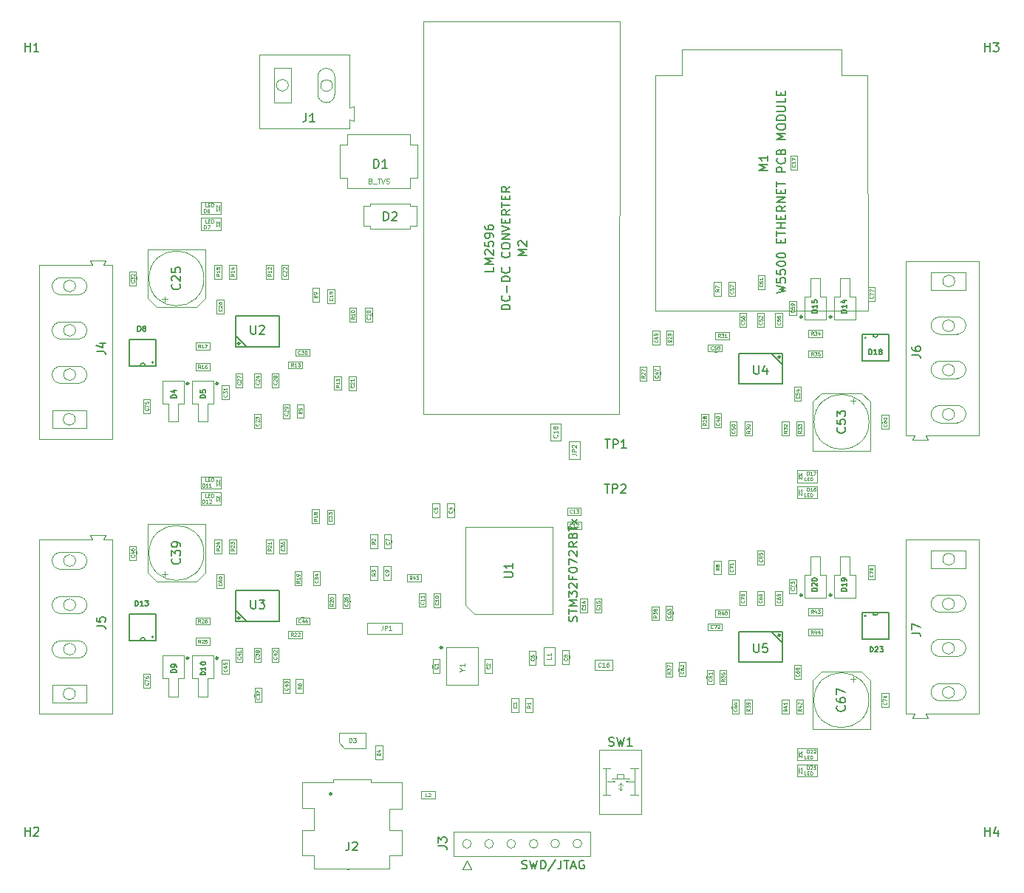
<source format=gbr>
%TF.GenerationSoftware,KiCad,Pcbnew,(5.1.9)-1*%
%TF.CreationDate,2021-03-09T23:57:27+01:00*%
%TF.ProjectId,IO_LINK,494f5f4c-494e-44b2-9e6b-696361645f70,rev?*%
%TF.SameCoordinates,Original*%
%TF.FileFunction,Other,Fab,Top*%
%FSLAX46Y46*%
G04 Gerber Fmt 4.6, Leading zero omitted, Abs format (unit mm)*
G04 Created by KiCad (PCBNEW (5.1.9)-1) date 2021-03-09 23:57:27*
%MOMM*%
%LPD*%
G01*
G04 APERTURE LIST*
%ADD10C,0.120000*%
%ADD11C,0.152400*%
%ADD12C,0.250000*%
%ADD13C,0.100000*%
%ADD14C,0.150000*%
%ADD15C,0.060000*%
%ADD16C,0.075000*%
%ADD17C,0.000100*%
%ADD18C,0.000010*%
%ADD19C,0.080000*%
G04 APERTURE END LIST*
D10*
%TO.C,M1*%
X126783400Y-85202800D02*
X151091200Y-85202800D01*
X126783400Y-85202800D02*
X126783400Y-58253400D01*
X129780600Y-58202600D02*
X126783400Y-58202600D01*
X129780600Y-55205400D02*
X129780600Y-58202600D01*
X148119400Y-55205400D02*
X129780600Y-55205400D01*
X148119400Y-58202600D02*
X148119400Y-55205400D01*
X151091200Y-58202600D02*
X148119400Y-58202600D01*
X151116600Y-85202800D02*
X151091200Y-58202600D01*
D11*
%TO.C,D18*%
X153492320Y-87930340D02*
X150444320Y-87930340D01*
X150444320Y-87930340D02*
X150444320Y-90978340D01*
X150444320Y-90978340D02*
X153492320Y-90978340D01*
X153492320Y-90978340D02*
X153492320Y-87930340D01*
X150901520Y-88311340D02*
G75*
G03*
X150901520Y-88311340I-76200J0D01*
G01*
X151663520Y-87930340D02*
G75*
G03*
X152273120Y-87930340I304800J0D01*
G01*
D10*
%TO.C,J1*%
X89769874Y-59368600D02*
G75*
G03*
X89769874Y-59368600I-680074J0D01*
G01*
X90039799Y-58328599D02*
X90039800Y-60398600D01*
X88079645Y-58318305D02*
X88079800Y-60388600D01*
X85050600Y-61343200D02*
X83060600Y-61343200D01*
X85050600Y-57383200D02*
X85050600Y-61343200D01*
X83060600Y-57383200D02*
X85050600Y-57383200D01*
X83050600Y-61343200D02*
X83050600Y-57383200D01*
X84710674Y-59333200D02*
G75*
G03*
X84710674Y-59333200I-680074J0D01*
G01*
X81414400Y-55853400D02*
X81414400Y-64260800D01*
X81414400Y-64260800D02*
X91752200Y-64260800D01*
X91752200Y-64260800D02*
X91752200Y-63244800D01*
X81414400Y-55853400D02*
X91752200Y-55853400D01*
X91752200Y-55853400D02*
X91752200Y-61949400D01*
X92260200Y-61720800D02*
X92260200Y-63473400D01*
X92260200Y-61720800D02*
X91752200Y-61949400D01*
X91752200Y-63244800D02*
X92260200Y-63473400D01*
X88079645Y-58377705D02*
G75*
G02*
X90039799Y-58387999I980155J9705D01*
G01*
X90039800Y-60339495D02*
G75*
G02*
X88079646Y-60329201I-980155J-9705D01*
G01*
D12*
%TO.C,U4*%
X141071012Y-90495740D02*
G75*
G03*
X141071012Y-90495740I-113592J0D01*
G01*
D11*
X140055720Y-90114740D02*
X141325720Y-91384740D01*
X141325720Y-92730940D02*
X141325720Y-93035740D01*
X141325720Y-93035740D02*
X141325720Y-93035740D01*
X141325720Y-93035740D02*
X141325720Y-92730940D01*
X141325720Y-92730940D02*
X141325720Y-92730940D01*
X141325720Y-92222940D02*
X141325720Y-92527740D01*
X141325720Y-92527740D02*
X141325720Y-92527740D01*
X141325720Y-92527740D02*
X141325720Y-92222940D01*
X141325720Y-92222940D02*
X141325720Y-92222940D01*
X141325720Y-91714940D02*
X141325720Y-92019740D01*
X141325720Y-92019740D02*
X141325720Y-92019740D01*
X141325720Y-92019740D02*
X141325720Y-91714940D01*
X141325720Y-91714940D02*
X141325720Y-91714940D01*
X141325720Y-91206940D02*
X141325720Y-91511740D01*
X141325720Y-91511740D02*
X141325720Y-91511740D01*
X141325720Y-91511740D02*
X141325720Y-91206940D01*
X141325720Y-91206940D02*
X141325720Y-91206940D01*
X141325720Y-90698940D02*
X141325720Y-91003740D01*
X141325720Y-91003740D02*
X141325720Y-91003740D01*
X141325720Y-91003740D02*
X141325720Y-90698940D01*
X141325720Y-90698940D02*
X141325720Y-90698940D01*
X140449420Y-90114740D02*
X140754220Y-90114740D01*
X140754220Y-90114740D02*
X140754220Y-90114740D01*
X140754220Y-90114740D02*
X140449420Y-90114740D01*
X140449420Y-90114740D02*
X140449420Y-90114740D01*
X139941420Y-90114740D02*
X140246220Y-90114740D01*
X140246220Y-90114740D02*
X140246220Y-90114740D01*
X140246220Y-90114740D02*
X139941420Y-90114740D01*
X139941420Y-90114740D02*
X139941420Y-90114740D01*
X139433420Y-90114740D02*
X139738220Y-90114740D01*
X139738220Y-90114740D02*
X139738220Y-90114740D01*
X139738220Y-90114740D02*
X139433420Y-90114740D01*
X139433420Y-90114740D02*
X139433420Y-90114740D01*
X138925420Y-90114740D02*
X139230220Y-90114740D01*
X139230220Y-90114740D02*
X139230220Y-90114740D01*
X139230220Y-90114740D02*
X138925420Y-90114740D01*
X138925420Y-90114740D02*
X138925420Y-90114740D01*
X138417420Y-90114740D02*
X138722220Y-90114740D01*
X138722220Y-90114740D02*
X138722220Y-90114740D01*
X138722220Y-90114740D02*
X138417420Y-90114740D01*
X138417420Y-90114740D02*
X138417420Y-90114740D01*
X137909420Y-90114740D02*
X138214220Y-90114740D01*
X138214220Y-90114740D02*
X138214220Y-90114740D01*
X138214220Y-90114740D02*
X137909420Y-90114740D01*
X137909420Y-90114740D02*
X137909420Y-90114740D01*
X137401420Y-90114740D02*
X137706220Y-90114740D01*
X137706220Y-90114740D02*
X137706220Y-90114740D01*
X137706220Y-90114740D02*
X137401420Y-90114740D01*
X137401420Y-90114740D02*
X137401420Y-90114740D01*
X136893420Y-90114740D02*
X137198220Y-90114740D01*
X137198220Y-90114740D02*
X137198220Y-90114740D01*
X137198220Y-90114740D02*
X136893420Y-90114740D01*
X136893420Y-90114740D02*
X136893420Y-90114740D01*
X136321920Y-91003740D02*
X136321920Y-90698940D01*
X136321920Y-90698940D02*
X136321920Y-90698940D01*
X136321920Y-90698940D02*
X136321920Y-91003740D01*
X136321920Y-91003740D02*
X136321920Y-91003740D01*
X136321920Y-91511740D02*
X136321920Y-91206940D01*
X136321920Y-91206940D02*
X136321920Y-91206940D01*
X136321920Y-91206940D02*
X136321920Y-91511740D01*
X136321920Y-91511740D02*
X136321920Y-91511740D01*
X136321920Y-92019740D02*
X136321920Y-91714940D01*
X136321920Y-91714940D02*
X136321920Y-91714940D01*
X136321920Y-91714940D02*
X136321920Y-92019740D01*
X136321920Y-92019740D02*
X136321920Y-92019740D01*
X136321920Y-92527740D02*
X136321920Y-92222940D01*
X136321920Y-92222940D02*
X136321920Y-92222940D01*
X136321920Y-92222940D02*
X136321920Y-92527740D01*
X136321920Y-92527740D02*
X136321920Y-92527740D01*
X136321920Y-93035740D02*
X136321920Y-92730940D01*
X136321920Y-92730940D02*
X136321920Y-92730940D01*
X136321920Y-92730940D02*
X136321920Y-93035740D01*
X136321920Y-93035740D02*
X136321920Y-93035740D01*
X137198220Y-93619940D02*
X136893420Y-93619940D01*
X136893420Y-93619940D02*
X136893420Y-93619940D01*
X136893420Y-93619940D02*
X137198220Y-93619940D01*
X137198220Y-93619940D02*
X137198220Y-93619940D01*
X137706220Y-93619940D02*
X137401420Y-93619940D01*
X137401420Y-93619940D02*
X137401420Y-93619940D01*
X137401420Y-93619940D02*
X137706220Y-93619940D01*
X137706220Y-93619940D02*
X137706220Y-93619940D01*
X138214220Y-93619940D02*
X137909420Y-93619940D01*
X137909420Y-93619940D02*
X137909420Y-93619940D01*
X137909420Y-93619940D02*
X138214220Y-93619940D01*
X138214220Y-93619940D02*
X138214220Y-93619940D01*
X138722220Y-93619940D02*
X138417420Y-93619940D01*
X138417420Y-93619940D02*
X138417420Y-93619940D01*
X138417420Y-93619940D02*
X138722220Y-93619940D01*
X138722220Y-93619940D02*
X138722220Y-93619940D01*
X139230220Y-93619940D02*
X138925420Y-93619940D01*
X138925420Y-93619940D02*
X138925420Y-93619940D01*
X138925420Y-93619940D02*
X139230220Y-93619940D01*
X139230220Y-93619940D02*
X139230220Y-93619940D01*
X139738220Y-93619940D02*
X139433420Y-93619940D01*
X139433420Y-93619940D02*
X139433420Y-93619940D01*
X139433420Y-93619940D02*
X139738220Y-93619940D01*
X139738220Y-93619940D02*
X139738220Y-93619940D01*
X140246220Y-93619940D02*
X139941420Y-93619940D01*
X139941420Y-93619940D02*
X139941420Y-93619940D01*
X139941420Y-93619940D02*
X140246220Y-93619940D01*
X140246220Y-93619940D02*
X140246220Y-93619940D01*
X140754220Y-93619940D02*
X140449420Y-93619940D01*
X140449420Y-93619940D02*
X140449420Y-93619940D01*
X140449420Y-93619940D02*
X140754220Y-93619940D01*
X140754220Y-93619940D02*
X140754220Y-93619940D01*
X136321920Y-90114740D02*
X136321920Y-93619940D01*
X136321920Y-93619940D02*
X136321920Y-93619940D01*
X136321920Y-93619940D02*
X141325720Y-93619940D01*
X141325720Y-93619940D02*
X141325720Y-93619940D01*
X141325720Y-93619940D02*
X141325720Y-90114740D01*
X141325720Y-90114740D02*
X141325720Y-90114740D01*
X141325720Y-90114740D02*
X136321920Y-90114740D01*
X136321920Y-90114740D02*
X136321920Y-90114740D01*
D12*
%TO.C,U2*%
X79149992Y-88951600D02*
G75*
G03*
X79149992Y-88951600I-113592J0D01*
G01*
D11*
X79938100Y-89332600D02*
X78668100Y-88062600D01*
X78668100Y-86716400D02*
X78668100Y-86411600D01*
X78668100Y-86411600D02*
X78668100Y-86411600D01*
X78668100Y-86411600D02*
X78668100Y-86716400D01*
X78668100Y-86716400D02*
X78668100Y-86716400D01*
X78668100Y-87224400D02*
X78668100Y-86919600D01*
X78668100Y-86919600D02*
X78668100Y-86919600D01*
X78668100Y-86919600D02*
X78668100Y-87224400D01*
X78668100Y-87224400D02*
X78668100Y-87224400D01*
X78668100Y-87732400D02*
X78668100Y-87427600D01*
X78668100Y-87427600D02*
X78668100Y-87427600D01*
X78668100Y-87427600D02*
X78668100Y-87732400D01*
X78668100Y-87732400D02*
X78668100Y-87732400D01*
X78668100Y-88240400D02*
X78668100Y-87935600D01*
X78668100Y-87935600D02*
X78668100Y-87935600D01*
X78668100Y-87935600D02*
X78668100Y-88240400D01*
X78668100Y-88240400D02*
X78668100Y-88240400D01*
X78668100Y-88748400D02*
X78668100Y-88443600D01*
X78668100Y-88443600D02*
X78668100Y-88443600D01*
X78668100Y-88443600D02*
X78668100Y-88748400D01*
X78668100Y-88748400D02*
X78668100Y-88748400D01*
X79544400Y-89332600D02*
X79239600Y-89332600D01*
X79239600Y-89332600D02*
X79239600Y-89332600D01*
X79239600Y-89332600D02*
X79544400Y-89332600D01*
X79544400Y-89332600D02*
X79544400Y-89332600D01*
X80052400Y-89332600D02*
X79747600Y-89332600D01*
X79747600Y-89332600D02*
X79747600Y-89332600D01*
X79747600Y-89332600D02*
X80052400Y-89332600D01*
X80052400Y-89332600D02*
X80052400Y-89332600D01*
X80560400Y-89332600D02*
X80255600Y-89332600D01*
X80255600Y-89332600D02*
X80255600Y-89332600D01*
X80255600Y-89332600D02*
X80560400Y-89332600D01*
X80560400Y-89332600D02*
X80560400Y-89332600D01*
X81068400Y-89332600D02*
X80763600Y-89332600D01*
X80763600Y-89332600D02*
X80763600Y-89332600D01*
X80763600Y-89332600D02*
X81068400Y-89332600D01*
X81068400Y-89332600D02*
X81068400Y-89332600D01*
X81576400Y-89332600D02*
X81271600Y-89332600D01*
X81271600Y-89332600D02*
X81271600Y-89332600D01*
X81271600Y-89332600D02*
X81576400Y-89332600D01*
X81576400Y-89332600D02*
X81576400Y-89332600D01*
X82084400Y-89332600D02*
X81779600Y-89332600D01*
X81779600Y-89332600D02*
X81779600Y-89332600D01*
X81779600Y-89332600D02*
X82084400Y-89332600D01*
X82084400Y-89332600D02*
X82084400Y-89332600D01*
X82592400Y-89332600D02*
X82287600Y-89332600D01*
X82287600Y-89332600D02*
X82287600Y-89332600D01*
X82287600Y-89332600D02*
X82592400Y-89332600D01*
X82592400Y-89332600D02*
X82592400Y-89332600D01*
X83100400Y-89332600D02*
X82795600Y-89332600D01*
X82795600Y-89332600D02*
X82795600Y-89332600D01*
X82795600Y-89332600D02*
X83100400Y-89332600D01*
X83100400Y-89332600D02*
X83100400Y-89332600D01*
X83671900Y-88443600D02*
X83671900Y-88748400D01*
X83671900Y-88748400D02*
X83671900Y-88748400D01*
X83671900Y-88748400D02*
X83671900Y-88443600D01*
X83671900Y-88443600D02*
X83671900Y-88443600D01*
X83671900Y-87935600D02*
X83671900Y-88240400D01*
X83671900Y-88240400D02*
X83671900Y-88240400D01*
X83671900Y-88240400D02*
X83671900Y-87935600D01*
X83671900Y-87935600D02*
X83671900Y-87935600D01*
X83671900Y-87427600D02*
X83671900Y-87732400D01*
X83671900Y-87732400D02*
X83671900Y-87732400D01*
X83671900Y-87732400D02*
X83671900Y-87427600D01*
X83671900Y-87427600D02*
X83671900Y-87427600D01*
X83671900Y-86919600D02*
X83671900Y-87224400D01*
X83671900Y-87224400D02*
X83671900Y-87224400D01*
X83671900Y-87224400D02*
X83671900Y-86919600D01*
X83671900Y-86919600D02*
X83671900Y-86919600D01*
X83671900Y-86411600D02*
X83671900Y-86716400D01*
X83671900Y-86716400D02*
X83671900Y-86716400D01*
X83671900Y-86716400D02*
X83671900Y-86411600D01*
X83671900Y-86411600D02*
X83671900Y-86411600D01*
X82795600Y-85827400D02*
X83100400Y-85827400D01*
X83100400Y-85827400D02*
X83100400Y-85827400D01*
X83100400Y-85827400D02*
X82795600Y-85827400D01*
X82795600Y-85827400D02*
X82795600Y-85827400D01*
X82287600Y-85827400D02*
X82592400Y-85827400D01*
X82592400Y-85827400D02*
X82592400Y-85827400D01*
X82592400Y-85827400D02*
X82287600Y-85827400D01*
X82287600Y-85827400D02*
X82287600Y-85827400D01*
X81779600Y-85827400D02*
X82084400Y-85827400D01*
X82084400Y-85827400D02*
X82084400Y-85827400D01*
X82084400Y-85827400D02*
X81779600Y-85827400D01*
X81779600Y-85827400D02*
X81779600Y-85827400D01*
X81271600Y-85827400D02*
X81576400Y-85827400D01*
X81576400Y-85827400D02*
X81576400Y-85827400D01*
X81576400Y-85827400D02*
X81271600Y-85827400D01*
X81271600Y-85827400D02*
X81271600Y-85827400D01*
X80763600Y-85827400D02*
X81068400Y-85827400D01*
X81068400Y-85827400D02*
X81068400Y-85827400D01*
X81068400Y-85827400D02*
X80763600Y-85827400D01*
X80763600Y-85827400D02*
X80763600Y-85827400D01*
X80255600Y-85827400D02*
X80560400Y-85827400D01*
X80560400Y-85827400D02*
X80560400Y-85827400D01*
X80560400Y-85827400D02*
X80255600Y-85827400D01*
X80255600Y-85827400D02*
X80255600Y-85827400D01*
X79747600Y-85827400D02*
X80052400Y-85827400D01*
X80052400Y-85827400D02*
X80052400Y-85827400D01*
X80052400Y-85827400D02*
X79747600Y-85827400D01*
X79747600Y-85827400D02*
X79747600Y-85827400D01*
X79239600Y-85827400D02*
X79544400Y-85827400D01*
X79544400Y-85827400D02*
X79544400Y-85827400D01*
X79544400Y-85827400D02*
X79239600Y-85827400D01*
X79239600Y-85827400D02*
X79239600Y-85827400D01*
X83671900Y-89332600D02*
X83671900Y-85827400D01*
X83671900Y-85827400D02*
X83671900Y-85827400D01*
X83671900Y-85827400D02*
X78668100Y-85827400D01*
X78668100Y-85827400D02*
X78668100Y-85827400D01*
X78668100Y-85827400D02*
X78668100Y-89332600D01*
X78668100Y-89332600D02*
X78668100Y-89332600D01*
X78668100Y-89332600D02*
X83671900Y-89332600D01*
X83671900Y-89332600D02*
X83671900Y-89332600D01*
D13*
%TO.C,L2*%
X99929300Y-140346600D02*
X101529300Y-140346600D01*
X99929300Y-141171600D02*
X99929300Y-140346600D01*
X101529300Y-141171600D02*
X99929300Y-141171600D01*
X101529300Y-140346600D02*
X101529300Y-141171600D01*
%TO.C,D3*%
X90500100Y-133585900D02*
X93600100Y-133585900D01*
X93600100Y-133585900D02*
X93600100Y-135385900D01*
X91150100Y-135385900D02*
X93600100Y-135385900D01*
X90500100Y-133585900D02*
X90500100Y-134735900D01*
X91150100Y-135385900D02*
X90500100Y-134735900D01*
D10*
%TO.C,J7*%
X161030734Y-118834880D02*
G75*
G03*
X161030734Y-118834880I-680074J0D01*
G01*
X161390661Y-119784879D02*
X159320660Y-119784880D01*
X161400955Y-117824725D02*
X159330660Y-117824880D01*
X161030734Y-128994880D02*
G75*
G03*
X161030734Y-128994880I-680074J0D01*
G01*
X161390661Y-129944879D02*
X159320660Y-129944880D01*
X161400955Y-127984725D02*
X159330660Y-127984880D01*
X163860660Y-111444880D02*
X155460660Y-111444880D01*
X155460660Y-111444880D02*
X155460660Y-131404880D01*
X155460660Y-131404880D02*
X156476660Y-131404880D01*
X157998460Y-131911280D02*
X156220460Y-131911280D01*
X163860660Y-131414880D02*
X157760660Y-131414880D01*
X163865860Y-111444880D02*
X163860660Y-131404880D01*
X157998460Y-131911280D02*
X157760660Y-131414880D01*
X156476660Y-131404880D02*
X156220460Y-131911280D01*
X162340660Y-112734880D02*
X162340660Y-114724880D01*
X162340660Y-114724880D02*
X158380660Y-114724880D01*
X158380660Y-114724880D02*
X158380660Y-112734880D01*
X158380660Y-112724880D02*
X162340660Y-112724880D01*
X161070734Y-113704880D02*
G75*
G03*
X161070734Y-113704880I-680074J0D01*
G01*
X161030734Y-123914880D02*
G75*
G03*
X161030734Y-123914880I-680074J0D01*
G01*
X161390661Y-124864879D02*
X159320660Y-124864880D01*
X161400955Y-122904725D02*
X159330660Y-122904880D01*
X161366955Y-122904725D02*
G75*
G02*
X161356661Y-124864879I9705J-980155D01*
G01*
X159354365Y-124864880D02*
G75*
G02*
X159364659Y-122904726I-9705J980155D01*
G01*
X161366955Y-127984725D02*
G75*
G02*
X161356661Y-129944879I9705J-980155D01*
G01*
X159354365Y-129944880D02*
G75*
G02*
X159364659Y-127984726I-9705J980155D01*
G01*
X161366955Y-117824725D02*
G75*
G02*
X161356661Y-119784879I9705J-980155D01*
G01*
X159354365Y-119784880D02*
G75*
G02*
X159364659Y-117824726I-9705J980155D01*
G01*
%TO.C,J6*%
X161036094Y-86923240D02*
G75*
G03*
X161036094Y-86923240I-680074J0D01*
G01*
X161396021Y-87873239D02*
X159326020Y-87873240D01*
X161406315Y-85913085D02*
X159336020Y-85913240D01*
X161036094Y-97083240D02*
G75*
G03*
X161036094Y-97083240I-680074J0D01*
G01*
X161396021Y-98033239D02*
X159326020Y-98033240D01*
X161406315Y-96073085D02*
X159336020Y-96073240D01*
X163866020Y-79533240D02*
X155466020Y-79533240D01*
X155466020Y-79533240D02*
X155466020Y-99493240D01*
X155466020Y-99493240D02*
X156482020Y-99493240D01*
X158003820Y-99999640D02*
X156225820Y-99999640D01*
X163866020Y-99503240D02*
X157766020Y-99503240D01*
X163871220Y-79533240D02*
X163866020Y-99493240D01*
X158003820Y-99999640D02*
X157766020Y-99503240D01*
X156482020Y-99493240D02*
X156225820Y-99999640D01*
X162346020Y-80823240D02*
X162346020Y-82813240D01*
X162346020Y-82813240D02*
X158386020Y-82813240D01*
X158386020Y-82813240D02*
X158386020Y-80823240D01*
X158386020Y-80813240D02*
X162346020Y-80813240D01*
X161076094Y-81793240D02*
G75*
G03*
X161076094Y-81793240I-680074J0D01*
G01*
X161036094Y-92003240D02*
G75*
G03*
X161036094Y-92003240I-680074J0D01*
G01*
X161396021Y-92953239D02*
X159326020Y-92953240D01*
X161406315Y-90993085D02*
X159336020Y-90993240D01*
X161372315Y-90993085D02*
G75*
G02*
X161362021Y-92953239I9705J-980155D01*
G01*
X159359725Y-92953240D02*
G75*
G02*
X159370019Y-90993086I-9705J980155D01*
G01*
X161372315Y-96073085D02*
G75*
G02*
X161362021Y-98033239I9705J-980155D01*
G01*
X159359725Y-98033240D02*
G75*
G02*
X159370019Y-96073086I-9705J980155D01*
G01*
X161372315Y-85913085D02*
G75*
G02*
X161362021Y-87873239I9705J-980155D01*
G01*
X159359725Y-87873240D02*
G75*
G02*
X159370019Y-85913086I-9705J980155D01*
G01*
%TO.C,J3*%
X105199300Y-148261700D02*
X104691300Y-149252300D01*
X105707300Y-149252300D02*
X104691300Y-149252300D01*
X105199300Y-148261700D02*
X105707300Y-149252300D01*
X119296300Y-147779100D02*
X103675300Y-147779100D01*
X119296300Y-144985100D02*
X119296300Y-147779100D01*
X103675300Y-144985100D02*
X119296300Y-144985100D01*
X103675300Y-147779100D02*
X103675300Y-144985100D01*
D13*
X118323100Y-146331300D02*
G75*
G03*
X118323100Y-146331300I-500000J0D01*
G01*
X115783100Y-146331300D02*
G75*
G03*
X115783100Y-146331300I-500000J0D01*
G01*
X113319300Y-146356700D02*
G75*
G03*
X113319300Y-146356700I-500000J0D01*
G01*
X110753900Y-146356700D02*
G75*
G03*
X110753900Y-146356700I-500000J0D01*
G01*
X108213900Y-146356700D02*
G75*
G03*
X108213900Y-146356700I-500000J0D01*
G01*
X105673900Y-146356700D02*
G75*
G03*
X105673900Y-146356700I-500000J0D01*
G01*
%TO.C,C42*%
X82804200Y-125464200D02*
X82804200Y-123864200D01*
X83604200Y-125464200D02*
X82804200Y-125464200D01*
X83604200Y-123864200D02*
X83604200Y-125464200D01*
X82804200Y-123864200D02*
X83604200Y-123864200D01*
%TO.C,C78*%
X151918460Y-116010780D02*
X151118460Y-116010780D01*
X151118460Y-116010780D02*
X151118460Y-114410780D01*
X151118460Y-114410780D02*
X151918460Y-114410780D01*
X151918460Y-114410780D02*
X151918460Y-116010780D01*
%TO.C,C77*%
X151923820Y-84094840D02*
X151123820Y-84094840D01*
X151123820Y-84094840D02*
X151123820Y-82494840D01*
X151123820Y-82494840D02*
X151923820Y-82494840D01*
X151923820Y-82494840D02*
X151923820Y-84094840D01*
%TO.C,C76*%
X68072200Y-126848700D02*
X68872200Y-126848700D01*
X68872200Y-126848700D02*
X68872200Y-128448700D01*
X68872200Y-128448700D02*
X68072200Y-128448700D01*
X68072200Y-128448700D02*
X68072200Y-126848700D01*
%TO.C,C75*%
X68072200Y-95348700D02*
X68872200Y-95348700D01*
X68872200Y-95348700D02*
X68872200Y-96948700D01*
X68872200Y-96948700D02*
X68072200Y-96948700D01*
X68072200Y-96948700D02*
X68072200Y-95348700D01*
%TO.C,R41*%
X142088460Y-131441280D02*
X141263460Y-131441280D01*
X141263460Y-131441280D02*
X141263460Y-129841280D01*
X141263460Y-129841280D02*
X142088460Y-129841280D01*
X142088460Y-129841280D02*
X142088460Y-131441280D01*
%TO.C,R42*%
X143739460Y-129841280D02*
X143739460Y-131441280D01*
X142914460Y-129841280D02*
X143739460Y-129841280D01*
X142914460Y-131441280D02*
X142914460Y-129841280D01*
X143739460Y-131441280D02*
X142914460Y-131441280D01*
%TO.C,D22*%
X143191260Y-136127680D02*
X143541260Y-136427680D01*
X143541260Y-136427680D02*
X143541260Y-135777680D01*
X143541260Y-135777680D02*
X143191260Y-136127680D01*
X143191260Y-135777680D02*
X143191260Y-136427680D01*
X145302460Y-135402280D02*
X145302460Y-136802280D01*
X143002460Y-135402280D02*
X145302460Y-135402280D01*
X143002460Y-136802280D02*
X143002460Y-135402280D01*
X145302460Y-136802280D02*
X143002460Y-136802280D01*
%TO.C,D21*%
X145302460Y-138643780D02*
X143002460Y-138643780D01*
X143002460Y-138643780D02*
X143002460Y-137243780D01*
X143002460Y-137243780D02*
X145302460Y-137243780D01*
X145302460Y-137243780D02*
X145302460Y-138643780D01*
X143191260Y-137619180D02*
X143191260Y-138269180D01*
X143541260Y-137619180D02*
X143191260Y-137969180D01*
X143541260Y-138269180D02*
X143541260Y-137619180D01*
X143191260Y-137969180D02*
X143541260Y-138269180D01*
D11*
%TO.C,D23*%
X150896160Y-120227280D02*
G75*
G03*
X150896160Y-120227280I-76200J0D01*
G01*
X153486960Y-122894280D02*
X153486960Y-119846280D01*
X150438960Y-122894280D02*
X153486960Y-122894280D01*
X150438960Y-119846280D02*
X150438960Y-122894280D01*
X153486960Y-119846280D02*
X150438960Y-119846280D01*
X151658160Y-119846280D02*
G75*
G03*
X152267760Y-119846280I304800J0D01*
G01*
%TO.C,D13*%
X69248500Y-122632100D02*
G75*
G03*
X69248500Y-122632100I-76200J0D01*
G01*
X66505300Y-119965100D02*
X66505300Y-123013100D01*
X69553300Y-119965100D02*
X66505300Y-119965100D01*
X69553300Y-123013100D02*
X69553300Y-119965100D01*
X66505300Y-123013100D02*
X69553300Y-123013100D01*
X68334100Y-123013100D02*
G75*
G03*
X67724500Y-123013100I-304800J0D01*
G01*
%TO.C,D8*%
X69248500Y-91132100D02*
G75*
G03*
X69248500Y-91132100I-76200J0D01*
G01*
X66505300Y-88465100D02*
X66505300Y-91513100D01*
X69553300Y-88465100D02*
X66505300Y-88465100D01*
X69553300Y-91513100D02*
X69553300Y-88465100D01*
X66505300Y-91513100D02*
X69553300Y-91513100D01*
X68334100Y-91513100D02*
G75*
G03*
X67724500Y-91513100I-304800J0D01*
G01*
D10*
%TO.C,J5*%
X60324074Y-124023100D02*
G75*
G03*
X60324074Y-124023100I-680074J0D01*
G01*
X58603999Y-123073101D02*
X60674000Y-123073100D01*
X58593705Y-125033255D02*
X60664000Y-125033100D01*
X60324074Y-113863100D02*
G75*
G03*
X60324074Y-113863100I-680074J0D01*
G01*
X58603999Y-112913101D02*
X60674000Y-112913100D01*
X58593705Y-114873255D02*
X60664000Y-114873100D01*
X56134000Y-131413100D02*
X64534000Y-131413100D01*
X64534000Y-131413100D02*
X64534000Y-111453100D01*
X64534000Y-111453100D02*
X63518000Y-111453100D01*
X61996200Y-110946700D02*
X63774200Y-110946700D01*
X56134000Y-111443100D02*
X62234000Y-111443100D01*
X56128800Y-131413100D02*
X56134000Y-111453100D01*
X61996200Y-110946700D02*
X62234000Y-111443100D01*
X63518000Y-111453100D02*
X63774200Y-110946700D01*
X57654000Y-130123100D02*
X57654000Y-128133100D01*
X57654000Y-128133100D02*
X61614000Y-128133100D01*
X61614000Y-128133100D02*
X61614000Y-130123100D01*
X61614000Y-130133100D02*
X57654000Y-130133100D01*
X60284074Y-129153100D02*
G75*
G03*
X60284074Y-129153100I-680074J0D01*
G01*
X60324074Y-118943100D02*
G75*
G03*
X60324074Y-118943100I-680074J0D01*
G01*
X58603999Y-117993101D02*
X60674000Y-117993100D01*
X58593705Y-119953255D02*
X60664000Y-119953100D01*
X60640295Y-123073100D02*
G75*
G02*
X60630001Y-125033254I9705J-980155D01*
G01*
X58627705Y-125033255D02*
G75*
G02*
X58637999Y-123073101I-9705J980155D01*
G01*
X60640295Y-112913100D02*
G75*
G02*
X60630001Y-114873254I9705J-980155D01*
G01*
X58627705Y-114873255D02*
G75*
G02*
X58637999Y-112913101I-9705J980155D01*
G01*
X60640295Y-117993100D02*
G75*
G02*
X60630001Y-119953254I9705J-980155D01*
G01*
X58627705Y-119953255D02*
G75*
G02*
X58637999Y-117993101I-9705J980155D01*
G01*
%TO.C,J4*%
X60324074Y-92523100D02*
G75*
G03*
X60324074Y-92523100I-680074J0D01*
G01*
X58603999Y-91573101D02*
X60674000Y-91573100D01*
X58593705Y-93533255D02*
X60664000Y-93533100D01*
X60324074Y-82363100D02*
G75*
G03*
X60324074Y-82363100I-680074J0D01*
G01*
X58603999Y-81413101D02*
X60674000Y-81413100D01*
X58593705Y-83373255D02*
X60664000Y-83373100D01*
X56134000Y-99913100D02*
X64534000Y-99913100D01*
X64534000Y-99913100D02*
X64534000Y-79953100D01*
X64534000Y-79953100D02*
X63518000Y-79953100D01*
X61996200Y-79446700D02*
X63774200Y-79446700D01*
X56134000Y-79943100D02*
X62234000Y-79943100D01*
X56128800Y-99913100D02*
X56134000Y-79953100D01*
X61996200Y-79446700D02*
X62234000Y-79943100D01*
X63518000Y-79953100D02*
X63774200Y-79446700D01*
X57654000Y-98623100D02*
X57654000Y-96633100D01*
X57654000Y-96633100D02*
X61614000Y-96633100D01*
X61614000Y-96633100D02*
X61614000Y-98623100D01*
X61614000Y-98633100D02*
X57654000Y-98633100D01*
X60284074Y-97653100D02*
G75*
G03*
X60284074Y-97653100I-680074J0D01*
G01*
X60324074Y-87443100D02*
G75*
G03*
X60324074Y-87443100I-680074J0D01*
G01*
X58603999Y-86493101D02*
X60674000Y-86493100D01*
X58593705Y-88453255D02*
X60664000Y-88453100D01*
X60640295Y-91573100D02*
G75*
G02*
X60630001Y-93533254I9705J-980155D01*
G01*
X58627705Y-93533255D02*
G75*
G02*
X58637999Y-91573101I-9705J980155D01*
G01*
X60640295Y-81413100D02*
G75*
G02*
X60630001Y-83373254I9705J-980155D01*
G01*
X58627705Y-83373255D02*
G75*
G02*
X58637999Y-81413101I-9705J980155D01*
G01*
X60640295Y-86493100D02*
G75*
G02*
X60630001Y-88453254I9705J-980155D01*
G01*
X58627705Y-88453255D02*
G75*
G02*
X58637999Y-86493101I-9705J980155D01*
G01*
D13*
%TO.C,R45*%
X98319300Y-115416600D02*
X99919300Y-115416600D01*
X98319300Y-116241600D02*
X98319300Y-115416600D01*
X99919300Y-116241600D02*
X98319300Y-116241600D01*
X99919300Y-115416600D02*
X99919300Y-116241600D01*
%TO.C,C1*%
X101256300Y-125171100D02*
X102056300Y-125171100D01*
X102056300Y-125171100D02*
X102056300Y-126771100D01*
X102056300Y-126771100D02*
X101256300Y-126771100D01*
X101256300Y-126771100D02*
X101256300Y-125171100D01*
%TO.C,C2*%
X108025300Y-125171100D02*
X108025300Y-126771100D01*
X107225300Y-125171100D02*
X108025300Y-125171100D01*
X107225300Y-126771100D02*
X107225300Y-125171100D01*
X108025300Y-126771100D02*
X107225300Y-126771100D01*
%TO.C,C3*%
X110289300Y-129649100D02*
X111089300Y-129649100D01*
X111089300Y-129649100D02*
X111089300Y-131249100D01*
X111089300Y-131249100D02*
X110289300Y-131249100D01*
X110289300Y-131249100D02*
X110289300Y-129649100D01*
%TO.C,C4*%
X103701900Y-107277300D02*
X103701900Y-108877300D01*
X102901900Y-107277300D02*
X103701900Y-107277300D01*
X102901900Y-108877300D02*
X102901900Y-107277300D01*
X103701900Y-108877300D02*
X102901900Y-108877300D01*
%TO.C,C5*%
X102025500Y-107277300D02*
X102025500Y-108877300D01*
X101225500Y-107277300D02*
X102025500Y-107277300D01*
X101225500Y-108877300D02*
X101225500Y-107277300D01*
X102025500Y-108877300D02*
X101225500Y-108877300D01*
%TO.C,C6*%
X113082620Y-125803620D02*
X112282620Y-125803620D01*
X112282620Y-125803620D02*
X112282620Y-124203620D01*
X112282620Y-124203620D02*
X113082620Y-124203620D01*
X113082620Y-124203620D02*
X113082620Y-125803620D01*
%TO.C,C7*%
X96488300Y-110884100D02*
X96488300Y-112484100D01*
X95688300Y-110884100D02*
X96488300Y-110884100D01*
X95688300Y-112484100D02*
X95688300Y-110884100D01*
X96488300Y-112484100D02*
X95688300Y-112484100D01*
%TO.C,C8*%
X116892620Y-125778220D02*
X116092620Y-125778220D01*
X116092620Y-125778220D02*
X116092620Y-124178220D01*
X116092620Y-124178220D02*
X116892620Y-124178220D01*
X116892620Y-124178220D02*
X116892620Y-125778220D01*
%TO.C,C9*%
X95627340Y-114465500D02*
X96427340Y-114465500D01*
X96427340Y-114465500D02*
X96427340Y-116065500D01*
X96427340Y-116065500D02*
X95627340Y-116065500D01*
X95627340Y-116065500D02*
X95627340Y-114465500D01*
%TO.C,C10*%
X102127100Y-119215100D02*
X101327100Y-119215100D01*
X101327100Y-119215100D02*
X101327100Y-117615100D01*
X101327100Y-117615100D02*
X102127100Y-117615100D01*
X102127100Y-117615100D02*
X102127100Y-119215100D01*
%TO.C,C11*%
X100450700Y-119189700D02*
X99650700Y-119189700D01*
X99650700Y-119189700D02*
X99650700Y-117589700D01*
X99650700Y-117589700D02*
X100450700Y-117589700D01*
X100450700Y-117589700D02*
X100450700Y-119189700D01*
%TO.C,C12*%
X118259860Y-110222280D02*
X116659860Y-110222280D01*
X118259860Y-109422280D02*
X118259860Y-110222280D01*
X116659860Y-109422280D02*
X118259860Y-109422280D01*
X116659860Y-110222280D02*
X116659860Y-109422280D01*
%TO.C,C13*%
X118257320Y-108632240D02*
X116657320Y-108632240D01*
X118257320Y-107832240D02*
X118257320Y-108632240D01*
X116657320Y-107832240D02*
X118257320Y-107832240D01*
X116657320Y-108632240D02*
X116657320Y-107832240D01*
%TO.C,C14*%
X118159300Y-119809100D02*
X118159300Y-118209100D01*
X118959300Y-119809100D02*
X118159300Y-119809100D01*
X118959300Y-118209100D02*
X118959300Y-119809100D01*
X118159300Y-118209100D02*
X118959300Y-118209100D01*
%TO.C,C15*%
X119809300Y-118219100D02*
X120609300Y-118219100D01*
X120609300Y-118219100D02*
X120609300Y-119819100D01*
X120609300Y-119819100D02*
X119809300Y-119819100D01*
X119809300Y-119819100D02*
X119809300Y-118219100D01*
%TO.C,C16*%
X119839300Y-126464100D02*
X119839300Y-125214100D01*
X119839300Y-125214100D02*
X121839300Y-125214100D01*
X121839300Y-125214100D02*
X121839300Y-126464100D01*
X121839300Y-126464100D02*
X119839300Y-126464100D01*
%TO.C,C17*%
X143030000Y-69000000D02*
X142230000Y-69000000D01*
X142230000Y-69000000D02*
X142230000Y-67400000D01*
X142230000Y-67400000D02*
X143030000Y-67400000D01*
X143030000Y-67400000D02*
X143030000Y-69000000D01*
%TO.C,C18*%
X115953800Y-98123800D02*
X115953800Y-100123800D01*
X114703800Y-98123800D02*
X115953800Y-98123800D01*
X114703800Y-100123800D02*
X114703800Y-98123800D01*
X115953800Y-100123800D02*
X114703800Y-100123800D01*
%TO.C,C19*%
X90011300Y-84315500D02*
X89211300Y-84315500D01*
X89211300Y-84315500D02*
X89211300Y-82715500D01*
X89211300Y-82715500D02*
X90011300Y-82715500D01*
X90011300Y-82715500D02*
X90011300Y-84315500D01*
%TO.C,C20*%
X94303900Y-84874500D02*
X94303900Y-86474500D01*
X93503900Y-84874500D02*
X94303900Y-84874500D01*
X93503900Y-86474500D02*
X93503900Y-84874500D01*
X94303900Y-86474500D02*
X93503900Y-86474500D01*
%TO.C,C21*%
X91649700Y-92723100D02*
X92449700Y-92723100D01*
X92449700Y-92723100D02*
X92449700Y-94323100D01*
X92449700Y-94323100D02*
X91649700Y-94323100D01*
X91649700Y-94323100D02*
X91649700Y-92723100D01*
%TO.C,C22*%
X84702700Y-81521500D02*
X83902700Y-81521500D01*
X83902700Y-81521500D02*
X83902700Y-79921500D01*
X83902700Y-79921500D02*
X84702700Y-79921500D01*
X84702700Y-79921500D02*
X84702700Y-81521500D01*
%TO.C,C23*%
X80772200Y-98680000D02*
X80772200Y-97080000D01*
X81572200Y-98680000D02*
X80772200Y-98680000D01*
X81572200Y-97080000D02*
X81572200Y-98680000D01*
X80772200Y-97080000D02*
X81572200Y-97080000D01*
%TO.C,C24*%
X80772200Y-93964200D02*
X80772200Y-92364200D01*
X81572200Y-93964200D02*
X80772200Y-93964200D01*
X81572200Y-92364200D02*
X81572200Y-93964200D01*
X80772200Y-92364200D02*
X81572200Y-92364200D01*
%TO.C,C25*%
X75038500Y-81492900D02*
G75*
G03*
X75038500Y-81492900I-3150000J0D01*
G01*
X68588500Y-78192900D02*
X75188500Y-78192900D01*
X68588500Y-83792900D02*
X68588500Y-78192900D01*
X75188500Y-83792900D02*
X75188500Y-78192900D01*
X69588500Y-84792900D02*
X74188500Y-84792900D01*
X69588500Y-84792900D02*
X68588500Y-83792900D01*
X74188500Y-84792900D02*
X75188500Y-83792900D01*
X70558500Y-84197738D02*
X70558500Y-83567738D01*
X70243500Y-83882738D02*
X70873500Y-83882738D01*
%TO.C,C26*%
X77317700Y-85518700D02*
X76517700Y-85518700D01*
X76517700Y-85518700D02*
X76517700Y-83918700D01*
X76517700Y-83918700D02*
X77317700Y-83918700D01*
X77317700Y-83918700D02*
X77317700Y-85518700D01*
%TO.C,C27*%
X78674000Y-93963100D02*
X78674000Y-92363100D01*
X79474000Y-93963100D02*
X78674000Y-93963100D01*
X79474000Y-92363100D02*
X79474000Y-93963100D01*
X78674000Y-92363100D02*
X79474000Y-92363100D01*
%TO.C,C28*%
X82804200Y-93964200D02*
X82804200Y-92364200D01*
X83604200Y-93964200D02*
X82804200Y-93964200D01*
X83604200Y-92364200D02*
X83604200Y-93964200D01*
X82804200Y-92364200D02*
X83604200Y-92364200D01*
%TO.C,C29*%
X84074200Y-95919100D02*
X84874200Y-95919100D01*
X84874200Y-95919100D02*
X84874200Y-97519100D01*
X84874200Y-97519100D02*
X84074200Y-97519100D01*
X84074200Y-97519100D02*
X84074200Y-95919100D01*
%TO.C,C30*%
X85534700Y-89592500D02*
X87134700Y-89592500D01*
X85534700Y-90392500D02*
X85534700Y-89592500D01*
X87134700Y-90392500D02*
X85534700Y-90392500D01*
X87134700Y-89592500D02*
X87134700Y-90392500D01*
%TO.C,C31*%
X77084000Y-95363100D02*
X77084000Y-93763100D01*
X77884000Y-95363100D02*
X77084000Y-95363100D01*
X77884000Y-93763100D02*
X77884000Y-95363100D01*
X77084000Y-93763100D02*
X77884000Y-93763100D01*
%TO.C,C32*%
X67284700Y-80680200D02*
X67284700Y-82280200D01*
X66484700Y-80680200D02*
X67284700Y-80680200D01*
X66484700Y-82280200D02*
X66484700Y-80680200D01*
X67284700Y-82280200D02*
X66484700Y-82280200D01*
%TO.C,C33*%
X89935100Y-109638200D02*
X89135100Y-109638200D01*
X89135100Y-109638200D02*
X89135100Y-108038200D01*
X89135100Y-108038200D02*
X89935100Y-108038200D01*
X89935100Y-108038200D02*
X89935100Y-109638200D01*
%TO.C,C34*%
X88334900Y-115100500D02*
X88334900Y-116700500D01*
X87534900Y-115100500D02*
X88334900Y-115100500D01*
X87534900Y-116700500D02*
X87534900Y-115100500D01*
X88334900Y-116700500D02*
X87534900Y-116700500D01*
%TO.C,C35*%
X91738500Y-117742100D02*
X91738500Y-119342100D01*
X90938500Y-117742100D02*
X91738500Y-117742100D01*
X90938500Y-119342100D02*
X90938500Y-117742100D01*
X91738500Y-119342100D02*
X90938500Y-119342100D01*
%TO.C,C36*%
X84499500Y-113017500D02*
X83699500Y-113017500D01*
X83699500Y-113017500D02*
X83699500Y-111417500D01*
X83699500Y-111417500D02*
X84499500Y-111417500D01*
X84499500Y-111417500D02*
X84499500Y-113017500D01*
%TO.C,C37*%
X80842000Y-130099000D02*
X80842000Y-128499000D01*
X81642000Y-130099000D02*
X80842000Y-130099000D01*
X81642000Y-128499000D02*
X81642000Y-130099000D01*
X80842000Y-128499000D02*
X81642000Y-128499000D01*
%TO.C,C38*%
X80772200Y-123864200D02*
X81572200Y-123864200D01*
X81572200Y-123864200D02*
X81572200Y-125464200D01*
X81572200Y-125464200D02*
X80772200Y-125464200D01*
X80772200Y-125464200D02*
X80772200Y-123864200D01*
%TO.C,C39*%
X75038500Y-112992900D02*
G75*
G03*
X75038500Y-112992900I-3150000J0D01*
G01*
X68588500Y-109692900D02*
X75188500Y-109692900D01*
X68588500Y-115292900D02*
X68588500Y-109692900D01*
X75188500Y-115292900D02*
X75188500Y-109692900D01*
X69588500Y-116292900D02*
X74188500Y-116292900D01*
X69588500Y-116292900D02*
X68588500Y-115292900D01*
X74188500Y-116292900D02*
X75188500Y-115292900D01*
X70558500Y-115697738D02*
X70558500Y-115067738D01*
X70243500Y-115382738D02*
X70873500Y-115382738D01*
%TO.C,C40*%
X77317700Y-117018700D02*
X76517700Y-117018700D01*
X76517700Y-117018700D02*
X76517700Y-115418700D01*
X76517700Y-115418700D02*
X77317700Y-115418700D01*
X77317700Y-115418700D02*
X77317700Y-117018700D01*
%TO.C,C41*%
X78676700Y-123864200D02*
X79476700Y-123864200D01*
X79476700Y-123864200D02*
X79476700Y-125464200D01*
X79476700Y-125464200D02*
X78676700Y-125464200D01*
X78676700Y-125464200D02*
X78676700Y-123864200D01*
%TO.C,C43*%
X84074200Y-129019100D02*
X84074200Y-127419100D01*
X84874200Y-129019100D02*
X84074200Y-129019100D01*
X84874200Y-127419100D02*
X84874200Y-129019100D01*
X84074200Y-127419100D02*
X84874200Y-127419100D01*
%TO.C,C44*%
X87179200Y-120390700D02*
X87179200Y-121190700D01*
X87179200Y-121190700D02*
X85579200Y-121190700D01*
X85579200Y-121190700D02*
X85579200Y-120390700D01*
X85579200Y-120390700D02*
X87179200Y-120390700D01*
%TO.C,C45*%
X77089200Y-126861200D02*
X77089200Y-125261200D01*
X77889200Y-126861200D02*
X77089200Y-126861200D01*
X77889200Y-125261200D02*
X77889200Y-126861200D01*
X77089200Y-125261200D02*
X77889200Y-125261200D01*
%TO.C,C46*%
X67284700Y-112180200D02*
X67284700Y-113780200D01*
X66484700Y-112180200D02*
X67284700Y-112180200D01*
X66484700Y-113780200D02*
X66484700Y-112180200D01*
X67284700Y-113780200D02*
X66484700Y-113780200D01*
%TO.C,C47*%
X127313740Y-93187720D02*
X126513740Y-93187720D01*
X126513740Y-93187720D02*
X126513740Y-91587720D01*
X126513740Y-91587720D02*
X127313740Y-91587720D01*
X127313740Y-91587720D02*
X127313740Y-93187720D01*
%TO.C,C48*%
X133529300Y-98609100D02*
X133529300Y-97009100D01*
X134329300Y-98609100D02*
X133529300Y-98609100D01*
X134329300Y-97009100D02*
X134329300Y-98609100D01*
X133529300Y-97009100D02*
X134329300Y-97009100D01*
%TO.C,C49*%
X127259300Y-87509100D02*
X127259300Y-89109100D01*
X126459300Y-87509100D02*
X127259300Y-87509100D01*
X126459300Y-89109100D02*
X126459300Y-87509100D01*
X127259300Y-89109100D02*
X126459300Y-89109100D01*
%TO.C,C50*%
X135307220Y-97927560D02*
X136107220Y-97927560D01*
X136107220Y-97927560D02*
X136107220Y-99527560D01*
X136107220Y-99527560D02*
X135307220Y-99527560D01*
X135307220Y-99527560D02*
X135307220Y-97927560D01*
%TO.C,C51*%
X139300000Y-81128000D02*
X139300000Y-82728000D01*
X138500000Y-81128000D02*
X139300000Y-81128000D01*
X138500000Y-82728000D02*
X138500000Y-81128000D01*
X139300000Y-82728000D02*
X138500000Y-82728000D01*
%TO.C,C52*%
X139223820Y-85479340D02*
X139223820Y-87079340D01*
X138423820Y-85479340D02*
X139223820Y-85479340D01*
X138423820Y-87079340D02*
X138423820Y-85479340D01*
X139223820Y-87079340D02*
X138423820Y-87079340D01*
%TO.C,C53*%
X149752520Y-95560802D02*
X149122520Y-95560802D01*
X149437520Y-95245802D02*
X149437520Y-95875802D01*
X145807520Y-94650640D02*
X144807520Y-95650640D01*
X150407520Y-94650640D02*
X151407520Y-95650640D01*
X150407520Y-94650640D02*
X145807520Y-94650640D01*
X144807520Y-95650640D02*
X144807520Y-101250640D01*
X151407520Y-95650640D02*
X151407520Y-101250640D01*
X151407520Y-101250640D02*
X144807520Y-101250640D01*
X151257520Y-97950640D02*
G75*
G03*
X151257520Y-97950640I-3150000J0D01*
G01*
%TO.C,C54*%
X142678320Y-93924840D02*
X143478320Y-93924840D01*
X143478320Y-93924840D02*
X143478320Y-95524840D01*
X143478320Y-95524840D02*
X142678320Y-95524840D01*
X142678320Y-95524840D02*
X142678320Y-93924840D01*
%TO.C,C55*%
X141319320Y-85479340D02*
X141319320Y-87079340D01*
X140519320Y-85479340D02*
X141319320Y-85479340D01*
X140519320Y-87079340D02*
X140519320Y-85479340D01*
X141319320Y-87079340D02*
X140519320Y-87079340D01*
%TO.C,C56*%
X137191820Y-85479340D02*
X137191820Y-87079340D01*
X136391820Y-85479340D02*
X137191820Y-85479340D01*
X136391820Y-87079340D02*
X136391820Y-85479340D01*
X137191820Y-87079340D02*
X136391820Y-87079340D01*
%TO.C,C57*%
X135921820Y-83523340D02*
X135121820Y-83523340D01*
X135121820Y-83523340D02*
X135121820Y-81923340D01*
X135121820Y-81923340D02*
X135921820Y-81923340D01*
X135921820Y-81923340D02*
X135921820Y-83523340D01*
%TO.C,C58*%
X132816820Y-89881960D02*
X132816820Y-89081960D01*
X132816820Y-89081960D02*
X134416820Y-89081960D01*
X134416820Y-89081960D02*
X134416820Y-89881960D01*
X134416820Y-89881960D02*
X132816820Y-89881960D01*
%TO.C,C59*%
X142906820Y-85682340D02*
X142106820Y-85682340D01*
X142106820Y-85682340D02*
X142106820Y-84082340D01*
X142106820Y-84082340D02*
X142906820Y-84082340D01*
X142906820Y-84082340D02*
X142906820Y-85682340D01*
%TO.C,C60*%
X152711320Y-98763340D02*
X152711320Y-97163340D01*
X153511320Y-98763340D02*
X152711320Y-98763340D01*
X153511320Y-97163340D02*
X153511320Y-98763340D01*
X152711320Y-97163340D02*
X153511320Y-97163340D01*
%TO.C,C61*%
X132669300Y-126399100D02*
X133469300Y-126399100D01*
X133469300Y-126399100D02*
X133469300Y-127999100D01*
X133469300Y-127999100D02*
X132669300Y-127999100D01*
X132669300Y-127999100D02*
X132669300Y-126399100D01*
%TO.C,C62*%
X129439300Y-125519100D02*
X130239300Y-125519100D01*
X130239300Y-125519100D02*
X130239300Y-127119100D01*
X130239300Y-127119100D02*
X129439300Y-127119100D01*
X129439300Y-127119100D02*
X129439300Y-125519100D01*
%TO.C,C63*%
X128743300Y-119106300D02*
X128743300Y-120706300D01*
X127943300Y-119106300D02*
X128743300Y-119106300D01*
X127943300Y-120706300D02*
X127943300Y-119106300D01*
X128743300Y-120706300D02*
X127943300Y-120706300D01*
%TO.C,C64*%
X135539300Y-129859100D02*
X136339300Y-129859100D01*
X136339300Y-129859100D02*
X136339300Y-131459100D01*
X136339300Y-131459100D02*
X135539300Y-131459100D01*
X135539300Y-131459100D02*
X135539300Y-129859100D01*
%TO.C,C65*%
X139230000Y-114290000D02*
X138430000Y-114290000D01*
X138430000Y-114290000D02*
X138430000Y-112690000D01*
X138430000Y-112690000D02*
X139230000Y-112690000D01*
X139230000Y-112690000D02*
X139230000Y-114290000D01*
%TO.C,C66*%
X139218460Y-118995280D02*
X138418460Y-118995280D01*
X138418460Y-118995280D02*
X138418460Y-117395280D01*
X138418460Y-117395280D02*
X139218460Y-117395280D01*
X139218460Y-117395280D02*
X139218460Y-118995280D01*
%TO.C,C67*%
X149734460Y-127489442D02*
X149104460Y-127489442D01*
X149419460Y-127174442D02*
X149419460Y-127804442D01*
X145789460Y-126579280D02*
X144789460Y-127579280D01*
X150389460Y-126579280D02*
X151389460Y-127579280D01*
X150389460Y-126579280D02*
X145789460Y-126579280D01*
X144789460Y-127579280D02*
X144789460Y-133179280D01*
X151389460Y-127579280D02*
X151389460Y-133179280D01*
X151389460Y-133179280D02*
X144789460Y-133179280D01*
X151239460Y-129879280D02*
G75*
G03*
X151239460Y-129879280I-3150000J0D01*
G01*
%TO.C,C68*%
X142672960Y-125840780D02*
X143472960Y-125840780D01*
X143472960Y-125840780D02*
X143472960Y-127440780D01*
X143472960Y-127440780D02*
X142672960Y-127440780D01*
X142672960Y-127440780D02*
X142672960Y-125840780D01*
%TO.C,C69*%
X141313960Y-117395280D02*
X141313960Y-118995280D01*
X140513960Y-117395280D02*
X141313960Y-117395280D01*
X140513960Y-118995280D02*
X140513960Y-117395280D01*
X141313960Y-118995280D02*
X140513960Y-118995280D01*
%TO.C,C70*%
X137186460Y-117395280D02*
X137186460Y-118995280D01*
X136386460Y-117395280D02*
X137186460Y-117395280D01*
X136386460Y-118995280D02*
X136386460Y-117395280D01*
X137186460Y-118995280D02*
X136386460Y-118995280D01*
%TO.C,C71*%
X135916460Y-113839280D02*
X135916460Y-115439280D01*
X135116460Y-113839280D02*
X135916460Y-113839280D01*
X135116460Y-115439280D02*
X135116460Y-113839280D01*
X135916460Y-115439280D02*
X135116460Y-115439280D01*
%TO.C,C72*%
X132819300Y-121859100D02*
X132819300Y-121059100D01*
X132819300Y-121059100D02*
X134419300Y-121059100D01*
X134419300Y-121059100D02*
X134419300Y-121859100D01*
X134419300Y-121859100D02*
X132819300Y-121859100D01*
%TO.C,C73*%
X142901460Y-117598280D02*
X142101460Y-117598280D01*
X142101460Y-117598280D02*
X142101460Y-115998280D01*
X142101460Y-115998280D02*
X142901460Y-115998280D01*
X142901460Y-115998280D02*
X142901460Y-117598280D01*
%TO.C,C74*%
X152705960Y-130679280D02*
X152705960Y-129079280D01*
X153505960Y-130679280D02*
X152705960Y-130679280D01*
X153505960Y-129079280D02*
X153505960Y-130679280D01*
X152705960Y-129079280D02*
X153505960Y-129079280D01*
%TO.C,D1*%
X99504600Y-66129200D02*
X98641000Y-66129200D01*
X98641000Y-66129200D02*
X98641000Y-64935400D01*
X98641000Y-64935400D02*
X91478200Y-64935400D01*
X91478200Y-64935400D02*
X91478200Y-66129200D01*
X91478200Y-66129200D02*
X90614600Y-66129200D01*
X90614600Y-66129200D02*
X90614600Y-69990000D01*
X90614600Y-69990000D02*
X91478200Y-69990000D01*
X91478200Y-69990000D02*
X91478200Y-71183800D01*
X91478200Y-71183800D02*
X98641000Y-71183800D01*
X98641000Y-71183800D02*
X98641000Y-69990000D01*
X98641000Y-69990000D02*
X99504600Y-69990000D01*
X99504600Y-69990000D02*
X99504600Y-66129200D01*
%TO.C,D2*%
X94094400Y-73190400D02*
X94094400Y-72885600D01*
X93332400Y-73190400D02*
X94094400Y-73190400D01*
X93332400Y-75476400D02*
X93332400Y-73190400D01*
X94094400Y-75476400D02*
X93332400Y-75476400D01*
X94094400Y-75781200D02*
X94094400Y-75476400D01*
X98666400Y-73190400D02*
X98666400Y-72885600D01*
X99428400Y-73190400D02*
X98666400Y-73190400D01*
X99428400Y-75476400D02*
X99428400Y-73190400D01*
X98666400Y-75476400D02*
X99428400Y-75476400D01*
X98666400Y-75781200D02*
X98666400Y-75476400D01*
X98666400Y-72885600D02*
X94094400Y-72885600D01*
X94094400Y-75781200D02*
X98666400Y-75781200D01*
D12*
%TO.C,D4*%
X73268800Y-93545200D02*
G75*
G03*
X73268800Y-93545200I-123000J0D01*
G01*
D10*
X70275600Y-93215000D02*
X70275600Y-95882000D01*
X70275600Y-95882000D02*
X70961400Y-95882000D01*
X70961400Y-95882000D02*
X70961400Y-97939400D01*
X70961400Y-97939400D02*
X72079000Y-97939400D01*
X72079000Y-97939400D02*
X72079000Y-95882000D01*
X72079000Y-95882000D02*
X72739400Y-95882000D01*
X72739400Y-95882000D02*
X72739400Y-93215000D01*
X72739400Y-93215000D02*
X70275600Y-93215000D01*
D12*
%TO.C,D5*%
X76634300Y-93545200D02*
G75*
G03*
X76634300Y-93545200I-123000J0D01*
G01*
D10*
X73641100Y-93215000D02*
X73641100Y-95882000D01*
X73641100Y-95882000D02*
X74326900Y-95882000D01*
X74326900Y-95882000D02*
X74326900Y-97939400D01*
X74326900Y-97939400D02*
X75444500Y-97939400D01*
X75444500Y-97939400D02*
X75444500Y-95882000D01*
X75444500Y-95882000D02*
X76104900Y-95882000D01*
X76104900Y-95882000D02*
X76104900Y-93215000D01*
X76104900Y-93215000D02*
X73641100Y-93215000D01*
D13*
%TO.C,D6*%
X74688200Y-72715700D02*
X76988200Y-72715700D01*
X76988200Y-72715700D02*
X76988200Y-74115700D01*
X76988200Y-74115700D02*
X74688200Y-74115700D01*
X74688200Y-74115700D02*
X74688200Y-72715700D01*
X76799400Y-73740300D02*
X76799400Y-73090300D01*
X76449400Y-73740300D02*
X76799400Y-73390300D01*
X76449400Y-73090300D02*
X76449400Y-73740300D01*
X76799400Y-73390300D02*
X76449400Y-73090300D01*
%TO.C,D7*%
X74688200Y-74557200D02*
X76988200Y-74557200D01*
X76988200Y-74557200D02*
X76988200Y-75957200D01*
X76988200Y-75957200D02*
X74688200Y-75957200D01*
X74688200Y-75957200D02*
X74688200Y-74557200D01*
X76799400Y-75581800D02*
X76799400Y-74931800D01*
X76449400Y-75581800D02*
X76799400Y-75231800D01*
X76449400Y-74931800D02*
X76449400Y-75581800D01*
X76799400Y-75231800D02*
X76449400Y-74931800D01*
D10*
%TO.C,D9*%
X72739400Y-124715000D02*
X70275600Y-124715000D01*
X72739400Y-127382000D02*
X72739400Y-124715000D01*
X72079000Y-127382000D02*
X72739400Y-127382000D01*
X72079000Y-129439400D02*
X72079000Y-127382000D01*
X70961400Y-129439400D02*
X72079000Y-129439400D01*
X70961400Y-127382000D02*
X70961400Y-129439400D01*
X70275600Y-127382000D02*
X70961400Y-127382000D01*
X70275600Y-124715000D02*
X70275600Y-127382000D01*
D12*
X73268800Y-125045200D02*
G75*
G03*
X73268800Y-125045200I-123000J0D01*
G01*
D10*
%TO.C,D10*%
X76104900Y-124715000D02*
X73641100Y-124715000D01*
X76104900Y-127382000D02*
X76104900Y-124715000D01*
X75444500Y-127382000D02*
X76104900Y-127382000D01*
X75444500Y-129439400D02*
X75444500Y-127382000D01*
X74326900Y-129439400D02*
X75444500Y-129439400D01*
X74326900Y-127382000D02*
X74326900Y-129439400D01*
X73641100Y-127382000D02*
X74326900Y-127382000D01*
X73641100Y-124715000D02*
X73641100Y-127382000D01*
D12*
X76634300Y-125045200D02*
G75*
G03*
X76634300Y-125045200I-123000J0D01*
G01*
D13*
%TO.C,D11*%
X76799400Y-104890300D02*
X76449400Y-104590300D01*
X76449400Y-104590300D02*
X76449400Y-105240300D01*
X76449400Y-105240300D02*
X76799400Y-104890300D01*
X76799400Y-105240300D02*
X76799400Y-104590300D01*
X74688200Y-105615700D02*
X74688200Y-104215700D01*
X76988200Y-105615700D02*
X74688200Y-105615700D01*
X76988200Y-104215700D02*
X76988200Y-105615700D01*
X74688200Y-104215700D02*
X76988200Y-104215700D01*
%TO.C,D12*%
X76799400Y-106731800D02*
X76449400Y-106431800D01*
X76449400Y-106431800D02*
X76449400Y-107081800D01*
X76449400Y-107081800D02*
X76799400Y-106731800D01*
X76799400Y-107081800D02*
X76799400Y-106431800D01*
X74688200Y-107457200D02*
X74688200Y-106057200D01*
X76988200Y-107457200D02*
X74688200Y-107457200D01*
X76988200Y-106057200D02*
X76988200Y-107457200D01*
X74688200Y-106057200D02*
X76988200Y-106057200D01*
D12*
%TO.C,D14*%
X146973220Y-85898340D02*
G75*
G03*
X146973220Y-85898340I-123000J0D01*
G01*
D10*
X149720420Y-86228540D02*
X149720420Y-83561540D01*
X149720420Y-83561540D02*
X149034620Y-83561540D01*
X149034620Y-83561540D02*
X149034620Y-81504140D01*
X149034620Y-81504140D02*
X147917020Y-81504140D01*
X147917020Y-81504140D02*
X147917020Y-83561540D01*
X147917020Y-83561540D02*
X147256620Y-83561540D01*
X147256620Y-83561540D02*
X147256620Y-86228540D01*
X147256620Y-86228540D02*
X149720420Y-86228540D01*
%TO.C,D15*%
X143891120Y-86228540D02*
X146354920Y-86228540D01*
X143891120Y-83561540D02*
X143891120Y-86228540D01*
X144551520Y-83561540D02*
X143891120Y-83561540D01*
X144551520Y-81504140D02*
X144551520Y-83561540D01*
X145669120Y-81504140D02*
X144551520Y-81504140D01*
X145669120Y-83561540D02*
X145669120Y-81504140D01*
X146354920Y-83561540D02*
X145669120Y-83561540D01*
X146354920Y-86228540D02*
X146354920Y-83561540D01*
D12*
X143607720Y-85898340D02*
G75*
G03*
X143607720Y-85898340I-123000J0D01*
G01*
D13*
%TO.C,D16*%
X145307820Y-106727840D02*
X143007820Y-106727840D01*
X143007820Y-106727840D02*
X143007820Y-105327840D01*
X143007820Y-105327840D02*
X145307820Y-105327840D01*
X145307820Y-105327840D02*
X145307820Y-106727840D01*
X143196620Y-105703240D02*
X143196620Y-106353240D01*
X143546620Y-105703240D02*
X143196620Y-106053240D01*
X143546620Y-106353240D02*
X143546620Y-105703240D01*
X143196620Y-106053240D02*
X143546620Y-106353240D01*
%TO.C,D17*%
X143196620Y-104211740D02*
X143546620Y-104511740D01*
X143546620Y-104511740D02*
X143546620Y-103861740D01*
X143546620Y-103861740D02*
X143196620Y-104211740D01*
X143196620Y-103861740D02*
X143196620Y-104511740D01*
X145307820Y-103486340D02*
X145307820Y-104886340D01*
X143007820Y-103486340D02*
X145307820Y-103486340D01*
X143007820Y-104886340D02*
X143007820Y-103486340D01*
X145307820Y-104886340D02*
X143007820Y-104886340D01*
D12*
%TO.C,D19*%
X146967860Y-117814280D02*
G75*
G03*
X146967860Y-117814280I-123000J0D01*
G01*
D10*
X149715060Y-118144480D02*
X149715060Y-115477480D01*
X149715060Y-115477480D02*
X149029260Y-115477480D01*
X149029260Y-115477480D02*
X149029260Y-113420080D01*
X149029260Y-113420080D02*
X147911660Y-113420080D01*
X147911660Y-113420080D02*
X147911660Y-115477480D01*
X147911660Y-115477480D02*
X147251260Y-115477480D01*
X147251260Y-115477480D02*
X147251260Y-118144480D01*
X147251260Y-118144480D02*
X149715060Y-118144480D01*
%TO.C,D20*%
X143885760Y-118144480D02*
X146349560Y-118144480D01*
X143885760Y-115477480D02*
X143885760Y-118144480D01*
X144546160Y-115477480D02*
X143885760Y-115477480D01*
X144546160Y-113420080D02*
X144546160Y-115477480D01*
X145663760Y-113420080D02*
X144546160Y-113420080D01*
X145663760Y-115477480D02*
X145663760Y-113420080D01*
X146349560Y-115477480D02*
X145663760Y-115477480D01*
X146349560Y-118144480D02*
X146349560Y-115477480D01*
D12*
X143602360Y-117814280D02*
G75*
G03*
X143602360Y-117814280I-123000J0D01*
G01*
%TO.C,J2*%
X89676400Y-140616000D02*
G75*
G03*
X89676400Y-140616000I-123000J0D01*
G01*
D10*
X86258400Y-139332000D02*
X86258400Y-142253000D01*
X86258400Y-142253000D02*
X87655400Y-142253000D01*
X87655400Y-142253000D02*
X87655400Y-144793000D01*
X87655400Y-144793000D02*
X86258400Y-144793000D01*
X86258400Y-144793000D02*
X86258400Y-147714000D01*
X86258400Y-147714000D02*
X87655400Y-147714000D01*
X87655400Y-147714000D02*
X87655400Y-149238000D01*
X87655400Y-149238000D02*
X95823400Y-149238000D01*
X95823400Y-149238000D02*
X96291400Y-149238000D01*
X96291400Y-149238000D02*
X96291400Y-147841000D01*
X96291400Y-147841000D02*
X96291400Y-147714000D01*
X96291400Y-147714000D02*
X97688400Y-147714000D01*
X97688400Y-147714000D02*
X97688400Y-144793000D01*
X97688400Y-144793000D02*
X96291400Y-144793000D01*
X96291400Y-144793000D02*
X96291400Y-142380000D01*
X96291400Y-142380000D02*
X97688400Y-142380000D01*
X97688400Y-142380000D02*
X97688400Y-139332000D01*
X86258400Y-139332000D02*
X89814400Y-139332000D01*
X89814400Y-139332000D02*
X89814400Y-138951000D01*
X89814400Y-138951000D02*
X94132400Y-138951000D01*
X94132400Y-138951000D02*
X94132400Y-139332000D01*
X94132400Y-139332000D02*
X97688400Y-139332000D01*
D13*
%TO.C,JP1*%
X93719300Y-122254100D02*
X93719300Y-121004100D01*
X93719300Y-121004100D02*
X97719300Y-121004100D01*
X97719300Y-121004100D02*
X97719300Y-122254100D01*
X97719300Y-122254100D02*
X93719300Y-122254100D01*
%TO.C,JP2*%
X116864300Y-100179100D02*
X118114300Y-100179100D01*
X118114300Y-100179100D02*
X118114300Y-102179100D01*
X118114300Y-102179100D02*
X116864300Y-102179100D01*
X116864300Y-102179100D02*
X116864300Y-100179100D01*
%TO.C,L1*%
X113988020Y-123825820D02*
X115238020Y-123825820D01*
X115238020Y-123825820D02*
X115238020Y-125825820D01*
X115238020Y-125825820D02*
X113988020Y-125825820D01*
X113988020Y-125825820D02*
X113988020Y-123825820D01*
D10*
%TO.C,M2*%
X122656700Y-97028300D02*
X122682100Y-52044900D01*
X100203100Y-97028300D02*
X122656700Y-97028300D01*
X100203100Y-52044900D02*
X100203100Y-97028300D01*
X122682100Y-52044900D02*
X100203100Y-52044900D01*
D13*
%TO.C,R1*%
X112701800Y-129629100D02*
X112701800Y-131229100D01*
X111876800Y-129629100D02*
X112701800Y-129629100D01*
X111876800Y-131229100D02*
X111876800Y-129629100D01*
X112701800Y-131229100D02*
X111876800Y-131229100D01*
%TO.C,R2*%
X94075600Y-112458700D02*
X94075600Y-110858700D01*
X94900600Y-112458700D02*
X94075600Y-112458700D01*
X94900600Y-110858700D02*
X94900600Y-112458700D01*
X94075600Y-110858700D02*
X94900600Y-110858700D01*
%TO.C,R3*%
X94926000Y-116065500D02*
X94101000Y-116065500D01*
X94101000Y-116065500D02*
X94101000Y-114465500D01*
X94101000Y-114465500D02*
X94926000Y-114465500D01*
X94926000Y-114465500D02*
X94926000Y-116065500D01*
%TO.C,R4*%
X95497500Y-136703000D02*
X94672500Y-136703000D01*
X94672500Y-136703000D02*
X94672500Y-135103000D01*
X94672500Y-135103000D02*
X95497500Y-135103000D01*
X95497500Y-135103000D02*
X95497500Y-136703000D01*
%TO.C,R5*%
X85666800Y-97509100D02*
X85666800Y-95909100D01*
X86491800Y-97509100D02*
X85666800Y-97509100D01*
X86491800Y-95909100D02*
X86491800Y-97509100D01*
X85666800Y-95909100D02*
X86491800Y-95909100D01*
%TO.C,R6*%
X85576800Y-129069100D02*
X85576800Y-127469100D01*
X86401800Y-129069100D02*
X85576800Y-129069100D01*
X86401800Y-127469100D02*
X86401800Y-129069100D01*
X85576800Y-127469100D02*
X86401800Y-127469100D01*
%TO.C,R7*%
X134281800Y-83469100D02*
X133456800Y-83469100D01*
X133456800Y-83469100D02*
X133456800Y-81869100D01*
X133456800Y-81869100D02*
X134281800Y-81869100D01*
X134281800Y-81869100D02*
X134281800Y-83469100D01*
%TO.C,R8*%
X134311800Y-115459100D02*
X133486800Y-115459100D01*
X133486800Y-115459100D02*
X133486800Y-113859100D01*
X133486800Y-113859100D02*
X134311800Y-113859100D01*
X134311800Y-113859100D02*
X134311800Y-115459100D01*
%TO.C,R9*%
X87446200Y-84215800D02*
X87446200Y-82615800D01*
X88271200Y-84215800D02*
X87446200Y-84215800D01*
X88271200Y-82615800D02*
X88271200Y-84215800D01*
X87446200Y-82615800D02*
X88271200Y-82615800D01*
%TO.C,R10*%
X91688000Y-84851000D02*
X92513000Y-84851000D01*
X92513000Y-84851000D02*
X92513000Y-86451000D01*
X92513000Y-86451000D02*
X91688000Y-86451000D01*
X91688000Y-86451000D02*
X91688000Y-84851000D01*
%TO.C,R11*%
X90785800Y-92697700D02*
X90785800Y-94297700D01*
X89960800Y-92697700D02*
X90785800Y-92697700D01*
X89960800Y-94297700D02*
X89960800Y-92697700D01*
X90785800Y-94297700D02*
X89960800Y-94297700D01*
%TO.C,R12*%
X82156700Y-79918200D02*
X82981700Y-79918200D01*
X82981700Y-79918200D02*
X82981700Y-81518200D01*
X82981700Y-81518200D02*
X82156700Y-81518200D01*
X82156700Y-81518200D02*
X82156700Y-79918200D01*
%TO.C,R13*%
X84721900Y-91827400D02*
X84721900Y-91002400D01*
X84721900Y-91002400D02*
X86321900Y-91002400D01*
X86321900Y-91002400D02*
X86321900Y-91827400D01*
X86321900Y-91827400D02*
X84721900Y-91827400D01*
%TO.C,R14*%
X77902200Y-81518200D02*
X77902200Y-79918200D01*
X78727200Y-81518200D02*
X77902200Y-81518200D01*
X78727200Y-79918200D02*
X78727200Y-81518200D01*
X77902200Y-79918200D02*
X78727200Y-79918200D01*
%TO.C,R15*%
X76251200Y-79918200D02*
X77076200Y-79918200D01*
X77076200Y-79918200D02*
X77076200Y-81518200D01*
X77076200Y-81518200D02*
X76251200Y-81518200D01*
X76251200Y-81518200D02*
X76251200Y-79918200D01*
%TO.C,R16*%
X74085700Y-91227700D02*
X75685700Y-91227700D01*
X74085700Y-92052700D02*
X74085700Y-91227700D01*
X75685700Y-92052700D02*
X74085700Y-92052700D01*
X75685700Y-91227700D02*
X75685700Y-92052700D01*
%TO.C,R17*%
X74085700Y-89703200D02*
X74085700Y-88878200D01*
X74085700Y-88878200D02*
X75685700Y-88878200D01*
X75685700Y-88878200D02*
X75685700Y-89703200D01*
X75685700Y-89703200D02*
X74085700Y-89703200D01*
%TO.C,R18*%
X87420800Y-109613900D02*
X87420800Y-108013900D01*
X88245800Y-109613900D02*
X87420800Y-109613900D01*
X88245800Y-108013900D02*
X88245800Y-109613900D01*
X87420800Y-108013900D02*
X88245800Y-108013900D01*
%TO.C,R19*%
X85414200Y-115125900D02*
X86239200Y-115125900D01*
X86239200Y-115125900D02*
X86239200Y-116725900D01*
X86239200Y-116725900D02*
X85414200Y-116725900D01*
X85414200Y-116725900D02*
X85414200Y-115125900D01*
%TO.C,R20*%
X89249600Y-119342100D02*
X89249600Y-117742100D01*
X90074600Y-119342100D02*
X89249600Y-119342100D01*
X90074600Y-117742100D02*
X90074600Y-119342100D01*
X89249600Y-117742100D02*
X90074600Y-117742100D01*
%TO.C,R21*%
X82156700Y-111418200D02*
X82981700Y-111418200D01*
X82981700Y-111418200D02*
X82981700Y-113018200D01*
X82981700Y-113018200D02*
X82156700Y-113018200D01*
X82156700Y-113018200D02*
X82156700Y-111418200D01*
%TO.C,R22*%
X84728300Y-122778000D02*
X84728300Y-121953000D01*
X84728300Y-121953000D02*
X86328300Y-121953000D01*
X86328300Y-121953000D02*
X86328300Y-122778000D01*
X86328300Y-122778000D02*
X84728300Y-122778000D01*
%TO.C,R23*%
X77902200Y-111418200D02*
X78727200Y-111418200D01*
X78727200Y-111418200D02*
X78727200Y-113018200D01*
X78727200Y-113018200D02*
X77902200Y-113018200D01*
X77902200Y-113018200D02*
X77902200Y-111418200D01*
%TO.C,R24*%
X76251200Y-113018200D02*
X76251200Y-111418200D01*
X77076200Y-113018200D02*
X76251200Y-113018200D01*
X77076200Y-111418200D02*
X77076200Y-113018200D01*
X76251200Y-111418200D02*
X77076200Y-111418200D01*
%TO.C,R25*%
X75685700Y-122727700D02*
X75685700Y-123552700D01*
X75685700Y-123552700D02*
X74085700Y-123552700D01*
X74085700Y-123552700D02*
X74085700Y-122727700D01*
X74085700Y-122727700D02*
X75685700Y-122727700D01*
%TO.C,R26*%
X75685700Y-121203200D02*
X74085700Y-121203200D01*
X75685700Y-120378200D02*
X75685700Y-121203200D01*
X74085700Y-120378200D02*
X75685700Y-120378200D01*
X74085700Y-121203200D02*
X74085700Y-120378200D01*
%TO.C,R27*%
X124949300Y-91602960D02*
X125774300Y-91602960D01*
X125774300Y-91602960D02*
X125774300Y-93202960D01*
X125774300Y-93202960D02*
X124949300Y-93202960D01*
X124949300Y-93202960D02*
X124949300Y-91602960D01*
%TO.C,R28*%
X132841800Y-97029100D02*
X132841800Y-98629100D01*
X132016800Y-97029100D02*
X132841800Y-97029100D01*
X132016800Y-98629100D02*
X132016800Y-97029100D01*
X132841800Y-98629100D02*
X132016800Y-98629100D01*
%TO.C,R29*%
X128016800Y-87509100D02*
X128841800Y-87509100D01*
X128841800Y-87509100D02*
X128841800Y-89109100D01*
X128841800Y-89109100D02*
X128016800Y-89109100D01*
X128016800Y-89109100D02*
X128016800Y-87509100D01*
%TO.C,R30*%
X137839320Y-97925340D02*
X137839320Y-99525340D01*
X137014320Y-97925340D02*
X137839320Y-97925340D01*
X137014320Y-99525340D02*
X137014320Y-97925340D01*
X137839320Y-99525340D02*
X137014320Y-99525340D01*
%TO.C,R31*%
X133660080Y-87654680D02*
X135260080Y-87654680D01*
X133660080Y-88479680D02*
X133660080Y-87654680D01*
X135260080Y-88479680D02*
X133660080Y-88479680D01*
X135260080Y-87654680D02*
X135260080Y-88479680D01*
%TO.C,R32*%
X142093820Y-97925340D02*
X142093820Y-99525340D01*
X141268820Y-97925340D02*
X142093820Y-97925340D01*
X141268820Y-99525340D02*
X141268820Y-97925340D01*
X142093820Y-99525340D02*
X141268820Y-99525340D01*
%TO.C,R33*%
X143744820Y-99525340D02*
X142919820Y-99525340D01*
X142919820Y-99525340D02*
X142919820Y-97925340D01*
X142919820Y-97925340D02*
X143744820Y-97925340D01*
X143744820Y-97925340D02*
X143744820Y-99525340D01*
%TO.C,R34*%
X145910320Y-88215840D02*
X144310320Y-88215840D01*
X145910320Y-87390840D02*
X145910320Y-88215840D01*
X144310320Y-87390840D02*
X145910320Y-87390840D01*
X144310320Y-88215840D02*
X144310320Y-87390840D01*
%TO.C,R35*%
X145910320Y-89740340D02*
X145910320Y-90565340D01*
X145910320Y-90565340D02*
X144310320Y-90565340D01*
X144310320Y-90565340D02*
X144310320Y-89740340D01*
X144310320Y-89740340D02*
X145910320Y-89740340D01*
%TO.C,R36*%
X134930460Y-126428680D02*
X134930460Y-128028680D01*
X134105460Y-126428680D02*
X134930460Y-126428680D01*
X134105460Y-128028680D02*
X134105460Y-126428680D01*
X134930460Y-128028680D02*
X134105460Y-128028680D01*
%TO.C,R37*%
X128740460Y-127174880D02*
X127915460Y-127174880D01*
X127915460Y-127174880D02*
X127915460Y-125574880D01*
X127915460Y-125574880D02*
X128740460Y-125574880D01*
X128740460Y-125574880D02*
X128740460Y-127174880D01*
%TO.C,R38*%
X126356800Y-120709100D02*
X126356800Y-119109100D01*
X127181800Y-120709100D02*
X126356800Y-120709100D01*
X127181800Y-119109100D02*
X127181800Y-120709100D01*
X126356800Y-119109100D02*
X127181800Y-119109100D01*
%TO.C,R39*%
X137833960Y-131441280D02*
X137008960Y-131441280D01*
X137008960Y-131441280D02*
X137008960Y-129841280D01*
X137008960Y-129841280D02*
X137833960Y-129841280D01*
X137833960Y-129841280D02*
X137833960Y-131441280D01*
%TO.C,R40*%
X133659300Y-119506600D02*
X135259300Y-119506600D01*
X133659300Y-120331600D02*
X133659300Y-119506600D01*
X135259300Y-120331600D02*
X133659300Y-120331600D01*
X135259300Y-119506600D02*
X135259300Y-120331600D01*
%TO.C,R43*%
X144304960Y-120131780D02*
X144304960Y-119306780D01*
X144304960Y-119306780D02*
X145904960Y-119306780D01*
X145904960Y-119306780D02*
X145904960Y-120131780D01*
X145904960Y-120131780D02*
X144304960Y-120131780D01*
%TO.C,R44*%
X144304960Y-121656280D02*
X145904960Y-121656280D01*
X144304960Y-122481280D02*
X144304960Y-121656280D01*
X145904960Y-122481280D02*
X144304960Y-122481280D01*
X145904960Y-121656280D02*
X145904960Y-122481280D01*
%TO.C,SW1*%
X125183300Y-135571100D02*
X120357300Y-135571100D01*
X120357300Y-135571100D02*
X120357300Y-142937100D01*
X120357300Y-142937100D02*
X125183300Y-142937100D01*
X125183300Y-142937100D02*
X125183300Y-135571100D01*
X124802300Y-137730100D02*
X123913300Y-137730100D01*
X121627300Y-137730100D02*
X120738300Y-137730100D01*
X122135300Y-139254100D02*
X121246300Y-139254100D01*
X124421300Y-139254100D02*
X123405300Y-139254100D01*
X124802300Y-140778100D02*
X123913300Y-140778100D01*
X121627300Y-140778100D02*
X120738300Y-140778100D01*
X121119300Y-137730100D02*
X121119300Y-140778100D01*
X124421300Y-137730100D02*
X124421300Y-140778100D01*
X123786300Y-138873100D02*
X121754300Y-138873100D01*
X123151300Y-138873100D02*
X123151300Y-138365100D01*
X123151300Y-138365100D02*
X122389300Y-138365100D01*
X122389300Y-138365100D02*
X122389300Y-138873100D01*
X122770300Y-139381100D02*
X122770300Y-140270100D01*
X122770300Y-140270100D02*
X123024300Y-140016100D01*
X122770300Y-140270100D02*
X122516300Y-140016100D01*
X122770300Y-139381100D02*
X123024300Y-139635100D01*
X122770300Y-139381100D02*
X122516300Y-139635100D01*
X123405300Y-139254100D02*
G75*
G02*
X123659300Y-139254100I127000J0D01*
G01*
X121881300Y-139254100D02*
G75*
G02*
X122135300Y-139254100I127000J0D01*
G01*
%TO.C,U1*%
X104982100Y-119000000D02*
X104982100Y-110000000D01*
X104982100Y-110000000D02*
X114982100Y-110000000D01*
X114982100Y-110000000D02*
X114982100Y-120000000D01*
X114982100Y-120000000D02*
X105982100Y-120000000D01*
X105982100Y-120000000D02*
X104982100Y-119000000D01*
D11*
%TO.C,U3*%
X83671200Y-120831700D02*
X83671200Y-120831700D01*
X78667400Y-120831700D02*
X83671200Y-120831700D01*
X78667400Y-120831700D02*
X78667400Y-120831700D01*
X78667400Y-117326500D02*
X78667400Y-120831700D01*
X78667400Y-117326500D02*
X78667400Y-117326500D01*
X83671200Y-117326500D02*
X78667400Y-117326500D01*
X83671200Y-117326500D02*
X83671200Y-117326500D01*
X83671200Y-120831700D02*
X83671200Y-117326500D01*
X79238900Y-117326500D02*
X79238900Y-117326500D01*
X79543700Y-117326500D02*
X79238900Y-117326500D01*
X79543700Y-117326500D02*
X79543700Y-117326500D01*
X79238900Y-117326500D02*
X79543700Y-117326500D01*
X79746900Y-117326500D02*
X79746900Y-117326500D01*
X80051700Y-117326500D02*
X79746900Y-117326500D01*
X80051700Y-117326500D02*
X80051700Y-117326500D01*
X79746900Y-117326500D02*
X80051700Y-117326500D01*
X80254900Y-117326500D02*
X80254900Y-117326500D01*
X80559700Y-117326500D02*
X80254900Y-117326500D01*
X80559700Y-117326500D02*
X80559700Y-117326500D01*
X80254900Y-117326500D02*
X80559700Y-117326500D01*
X80762900Y-117326500D02*
X80762900Y-117326500D01*
X81067700Y-117326500D02*
X80762900Y-117326500D01*
X81067700Y-117326500D02*
X81067700Y-117326500D01*
X80762900Y-117326500D02*
X81067700Y-117326500D01*
X81270900Y-117326500D02*
X81270900Y-117326500D01*
X81575700Y-117326500D02*
X81270900Y-117326500D01*
X81575700Y-117326500D02*
X81575700Y-117326500D01*
X81270900Y-117326500D02*
X81575700Y-117326500D01*
X81778900Y-117326500D02*
X81778900Y-117326500D01*
X82083700Y-117326500D02*
X81778900Y-117326500D01*
X82083700Y-117326500D02*
X82083700Y-117326500D01*
X81778900Y-117326500D02*
X82083700Y-117326500D01*
X82286900Y-117326500D02*
X82286900Y-117326500D01*
X82591700Y-117326500D02*
X82286900Y-117326500D01*
X82591700Y-117326500D02*
X82591700Y-117326500D01*
X82286900Y-117326500D02*
X82591700Y-117326500D01*
X82794900Y-117326500D02*
X82794900Y-117326500D01*
X83099700Y-117326500D02*
X82794900Y-117326500D01*
X83099700Y-117326500D02*
X83099700Y-117326500D01*
X82794900Y-117326500D02*
X83099700Y-117326500D01*
X83671200Y-117910700D02*
X83671200Y-117910700D01*
X83671200Y-118215500D02*
X83671200Y-117910700D01*
X83671200Y-118215500D02*
X83671200Y-118215500D01*
X83671200Y-117910700D02*
X83671200Y-118215500D01*
X83671200Y-118418700D02*
X83671200Y-118418700D01*
X83671200Y-118723500D02*
X83671200Y-118418700D01*
X83671200Y-118723500D02*
X83671200Y-118723500D01*
X83671200Y-118418700D02*
X83671200Y-118723500D01*
X83671200Y-118926700D02*
X83671200Y-118926700D01*
X83671200Y-119231500D02*
X83671200Y-118926700D01*
X83671200Y-119231500D02*
X83671200Y-119231500D01*
X83671200Y-118926700D02*
X83671200Y-119231500D01*
X83671200Y-119434700D02*
X83671200Y-119434700D01*
X83671200Y-119739500D02*
X83671200Y-119434700D01*
X83671200Y-119739500D02*
X83671200Y-119739500D01*
X83671200Y-119434700D02*
X83671200Y-119739500D01*
X83671200Y-119942700D02*
X83671200Y-119942700D01*
X83671200Y-120247500D02*
X83671200Y-119942700D01*
X83671200Y-120247500D02*
X83671200Y-120247500D01*
X83671200Y-119942700D02*
X83671200Y-120247500D01*
X83099700Y-120831700D02*
X83099700Y-120831700D01*
X82794900Y-120831700D02*
X83099700Y-120831700D01*
X82794900Y-120831700D02*
X82794900Y-120831700D01*
X83099700Y-120831700D02*
X82794900Y-120831700D01*
X82591700Y-120831700D02*
X82591700Y-120831700D01*
X82286900Y-120831700D02*
X82591700Y-120831700D01*
X82286900Y-120831700D02*
X82286900Y-120831700D01*
X82591700Y-120831700D02*
X82286900Y-120831700D01*
X82083700Y-120831700D02*
X82083700Y-120831700D01*
X81778900Y-120831700D02*
X82083700Y-120831700D01*
X81778900Y-120831700D02*
X81778900Y-120831700D01*
X82083700Y-120831700D02*
X81778900Y-120831700D01*
X81575700Y-120831700D02*
X81575700Y-120831700D01*
X81270900Y-120831700D02*
X81575700Y-120831700D01*
X81270900Y-120831700D02*
X81270900Y-120831700D01*
X81575700Y-120831700D02*
X81270900Y-120831700D01*
X81067700Y-120831700D02*
X81067700Y-120831700D01*
X80762900Y-120831700D02*
X81067700Y-120831700D01*
X80762900Y-120831700D02*
X80762900Y-120831700D01*
X81067700Y-120831700D02*
X80762900Y-120831700D01*
X80559700Y-120831700D02*
X80559700Y-120831700D01*
X80254900Y-120831700D02*
X80559700Y-120831700D01*
X80254900Y-120831700D02*
X80254900Y-120831700D01*
X80559700Y-120831700D02*
X80254900Y-120831700D01*
X80051700Y-120831700D02*
X80051700Y-120831700D01*
X79746900Y-120831700D02*
X80051700Y-120831700D01*
X79746900Y-120831700D02*
X79746900Y-120831700D01*
X80051700Y-120831700D02*
X79746900Y-120831700D01*
X79543700Y-120831700D02*
X79543700Y-120831700D01*
X79238900Y-120831700D02*
X79543700Y-120831700D01*
X79238900Y-120831700D02*
X79238900Y-120831700D01*
X79543700Y-120831700D02*
X79238900Y-120831700D01*
X78667400Y-120247500D02*
X78667400Y-120247500D01*
X78667400Y-119942700D02*
X78667400Y-120247500D01*
X78667400Y-119942700D02*
X78667400Y-119942700D01*
X78667400Y-120247500D02*
X78667400Y-119942700D01*
X78667400Y-119739500D02*
X78667400Y-119739500D01*
X78667400Y-119434700D02*
X78667400Y-119739500D01*
X78667400Y-119434700D02*
X78667400Y-119434700D01*
X78667400Y-119739500D02*
X78667400Y-119434700D01*
X78667400Y-119231500D02*
X78667400Y-119231500D01*
X78667400Y-118926700D02*
X78667400Y-119231500D01*
X78667400Y-118926700D02*
X78667400Y-118926700D01*
X78667400Y-119231500D02*
X78667400Y-118926700D01*
X78667400Y-118723500D02*
X78667400Y-118723500D01*
X78667400Y-118418700D02*
X78667400Y-118723500D01*
X78667400Y-118418700D02*
X78667400Y-118418700D01*
X78667400Y-118723500D02*
X78667400Y-118418700D01*
X78667400Y-118215500D02*
X78667400Y-118215500D01*
X78667400Y-117910700D02*
X78667400Y-118215500D01*
X78667400Y-117910700D02*
X78667400Y-117910700D01*
X78667400Y-118215500D02*
X78667400Y-117910700D01*
X79937400Y-120831700D02*
X78667400Y-119561700D01*
D12*
X79149292Y-120450700D02*
G75*
G03*
X79149292Y-120450700I-113592J0D01*
G01*
%TO.C,U5*%
X141065652Y-122411680D02*
G75*
G03*
X141065652Y-122411680I-113592J0D01*
G01*
D11*
X140050360Y-122030680D02*
X141320360Y-123300680D01*
X141320360Y-124646880D02*
X141320360Y-124951680D01*
X141320360Y-124951680D02*
X141320360Y-124951680D01*
X141320360Y-124951680D02*
X141320360Y-124646880D01*
X141320360Y-124646880D02*
X141320360Y-124646880D01*
X141320360Y-124138880D02*
X141320360Y-124443680D01*
X141320360Y-124443680D02*
X141320360Y-124443680D01*
X141320360Y-124443680D02*
X141320360Y-124138880D01*
X141320360Y-124138880D02*
X141320360Y-124138880D01*
X141320360Y-123630880D02*
X141320360Y-123935680D01*
X141320360Y-123935680D02*
X141320360Y-123935680D01*
X141320360Y-123935680D02*
X141320360Y-123630880D01*
X141320360Y-123630880D02*
X141320360Y-123630880D01*
X141320360Y-123122880D02*
X141320360Y-123427680D01*
X141320360Y-123427680D02*
X141320360Y-123427680D01*
X141320360Y-123427680D02*
X141320360Y-123122880D01*
X141320360Y-123122880D02*
X141320360Y-123122880D01*
X141320360Y-122614880D02*
X141320360Y-122919680D01*
X141320360Y-122919680D02*
X141320360Y-122919680D01*
X141320360Y-122919680D02*
X141320360Y-122614880D01*
X141320360Y-122614880D02*
X141320360Y-122614880D01*
X140444060Y-122030680D02*
X140748860Y-122030680D01*
X140748860Y-122030680D02*
X140748860Y-122030680D01*
X140748860Y-122030680D02*
X140444060Y-122030680D01*
X140444060Y-122030680D02*
X140444060Y-122030680D01*
X139936060Y-122030680D02*
X140240860Y-122030680D01*
X140240860Y-122030680D02*
X140240860Y-122030680D01*
X140240860Y-122030680D02*
X139936060Y-122030680D01*
X139936060Y-122030680D02*
X139936060Y-122030680D01*
X139428060Y-122030680D02*
X139732860Y-122030680D01*
X139732860Y-122030680D02*
X139732860Y-122030680D01*
X139732860Y-122030680D02*
X139428060Y-122030680D01*
X139428060Y-122030680D02*
X139428060Y-122030680D01*
X138920060Y-122030680D02*
X139224860Y-122030680D01*
X139224860Y-122030680D02*
X139224860Y-122030680D01*
X139224860Y-122030680D02*
X138920060Y-122030680D01*
X138920060Y-122030680D02*
X138920060Y-122030680D01*
X138412060Y-122030680D02*
X138716860Y-122030680D01*
X138716860Y-122030680D02*
X138716860Y-122030680D01*
X138716860Y-122030680D02*
X138412060Y-122030680D01*
X138412060Y-122030680D02*
X138412060Y-122030680D01*
X137904060Y-122030680D02*
X138208860Y-122030680D01*
X138208860Y-122030680D02*
X138208860Y-122030680D01*
X138208860Y-122030680D02*
X137904060Y-122030680D01*
X137904060Y-122030680D02*
X137904060Y-122030680D01*
X137396060Y-122030680D02*
X137700860Y-122030680D01*
X137700860Y-122030680D02*
X137700860Y-122030680D01*
X137700860Y-122030680D02*
X137396060Y-122030680D01*
X137396060Y-122030680D02*
X137396060Y-122030680D01*
X136888060Y-122030680D02*
X137192860Y-122030680D01*
X137192860Y-122030680D02*
X137192860Y-122030680D01*
X137192860Y-122030680D02*
X136888060Y-122030680D01*
X136888060Y-122030680D02*
X136888060Y-122030680D01*
X136316560Y-122919680D02*
X136316560Y-122614880D01*
X136316560Y-122614880D02*
X136316560Y-122614880D01*
X136316560Y-122614880D02*
X136316560Y-122919680D01*
X136316560Y-122919680D02*
X136316560Y-122919680D01*
X136316560Y-123427680D02*
X136316560Y-123122880D01*
X136316560Y-123122880D02*
X136316560Y-123122880D01*
X136316560Y-123122880D02*
X136316560Y-123427680D01*
X136316560Y-123427680D02*
X136316560Y-123427680D01*
X136316560Y-123935680D02*
X136316560Y-123630880D01*
X136316560Y-123630880D02*
X136316560Y-123630880D01*
X136316560Y-123630880D02*
X136316560Y-123935680D01*
X136316560Y-123935680D02*
X136316560Y-123935680D01*
X136316560Y-124443680D02*
X136316560Y-124138880D01*
X136316560Y-124138880D02*
X136316560Y-124138880D01*
X136316560Y-124138880D02*
X136316560Y-124443680D01*
X136316560Y-124443680D02*
X136316560Y-124443680D01*
X136316560Y-124951680D02*
X136316560Y-124646880D01*
X136316560Y-124646880D02*
X136316560Y-124646880D01*
X136316560Y-124646880D02*
X136316560Y-124951680D01*
X136316560Y-124951680D02*
X136316560Y-124951680D01*
X137192860Y-125535880D02*
X136888060Y-125535880D01*
X136888060Y-125535880D02*
X136888060Y-125535880D01*
X136888060Y-125535880D02*
X137192860Y-125535880D01*
X137192860Y-125535880D02*
X137192860Y-125535880D01*
X137700860Y-125535880D02*
X137396060Y-125535880D01*
X137396060Y-125535880D02*
X137396060Y-125535880D01*
X137396060Y-125535880D02*
X137700860Y-125535880D01*
X137700860Y-125535880D02*
X137700860Y-125535880D01*
X138208860Y-125535880D02*
X137904060Y-125535880D01*
X137904060Y-125535880D02*
X137904060Y-125535880D01*
X137904060Y-125535880D02*
X138208860Y-125535880D01*
X138208860Y-125535880D02*
X138208860Y-125535880D01*
X138716860Y-125535880D02*
X138412060Y-125535880D01*
X138412060Y-125535880D02*
X138412060Y-125535880D01*
X138412060Y-125535880D02*
X138716860Y-125535880D01*
X138716860Y-125535880D02*
X138716860Y-125535880D01*
X139224860Y-125535880D02*
X138920060Y-125535880D01*
X138920060Y-125535880D02*
X138920060Y-125535880D01*
X138920060Y-125535880D02*
X139224860Y-125535880D01*
X139224860Y-125535880D02*
X139224860Y-125535880D01*
X139732860Y-125535880D02*
X139428060Y-125535880D01*
X139428060Y-125535880D02*
X139428060Y-125535880D01*
X139428060Y-125535880D02*
X139732860Y-125535880D01*
X139732860Y-125535880D02*
X139732860Y-125535880D01*
X140240860Y-125535880D02*
X139936060Y-125535880D01*
X139936060Y-125535880D02*
X139936060Y-125535880D01*
X139936060Y-125535880D02*
X140240860Y-125535880D01*
X140240860Y-125535880D02*
X140240860Y-125535880D01*
X140748860Y-125535880D02*
X140444060Y-125535880D01*
X140444060Y-125535880D02*
X140444060Y-125535880D01*
X140444060Y-125535880D02*
X140748860Y-125535880D01*
X140748860Y-125535880D02*
X140748860Y-125535880D01*
X136316560Y-122030680D02*
X136316560Y-125535880D01*
X136316560Y-125535880D02*
X136316560Y-125535880D01*
X136316560Y-125535880D02*
X141320360Y-125535880D01*
X141320360Y-125535880D02*
X141320360Y-125535880D01*
X141320360Y-125535880D02*
X141320360Y-122030680D01*
X141320360Y-122030680D02*
X141320360Y-122030680D01*
X141320360Y-122030680D02*
X136316560Y-122030680D01*
X136316560Y-122030680D02*
X136316560Y-122030680D01*
D13*
%TO.C,Y1*%
X106454360Y-128097080D02*
X102822160Y-128097080D01*
X102822160Y-128097080D02*
X102822160Y-123779080D01*
X102822160Y-123779080D02*
X106454360Y-123779080D01*
X106454360Y-123779080D02*
X106454360Y-128097080D01*
D12*
X102361360Y-123829880D02*
G75*
G03*
X102361360Y-123829880I-123400J0D01*
G01*
%TD*%
%TO.C,M1*%
D14*
X140688380Y-83182047D02*
X141688380Y-82943952D01*
X140974095Y-82753476D01*
X141688380Y-82563000D01*
X140688380Y-82324904D01*
X140688380Y-81467761D02*
X140688380Y-81943952D01*
X141164571Y-81991571D01*
X141116952Y-81943952D01*
X141069333Y-81848714D01*
X141069333Y-81610619D01*
X141116952Y-81515380D01*
X141164571Y-81467761D01*
X141259809Y-81420142D01*
X141497904Y-81420142D01*
X141593142Y-81467761D01*
X141640761Y-81515380D01*
X141688380Y-81610619D01*
X141688380Y-81848714D01*
X141640761Y-81943952D01*
X141593142Y-81991571D01*
X140688380Y-80515380D02*
X140688380Y-80991571D01*
X141164571Y-81039190D01*
X141116952Y-80991571D01*
X141069333Y-80896333D01*
X141069333Y-80658238D01*
X141116952Y-80563000D01*
X141164571Y-80515380D01*
X141259809Y-80467761D01*
X141497904Y-80467761D01*
X141593142Y-80515380D01*
X141640761Y-80563000D01*
X141688380Y-80658238D01*
X141688380Y-80896333D01*
X141640761Y-80991571D01*
X141593142Y-81039190D01*
X140688380Y-79848714D02*
X140688380Y-79753476D01*
X140736000Y-79658238D01*
X140783619Y-79610619D01*
X140878857Y-79563000D01*
X141069333Y-79515380D01*
X141307428Y-79515380D01*
X141497904Y-79563000D01*
X141593142Y-79610619D01*
X141640761Y-79658238D01*
X141688380Y-79753476D01*
X141688380Y-79848714D01*
X141640761Y-79943952D01*
X141593142Y-79991571D01*
X141497904Y-80039190D01*
X141307428Y-80086809D01*
X141069333Y-80086809D01*
X140878857Y-80039190D01*
X140783619Y-79991571D01*
X140736000Y-79943952D01*
X140688380Y-79848714D01*
X140688380Y-78896333D02*
X140688380Y-78801095D01*
X140736000Y-78705857D01*
X140783619Y-78658238D01*
X140878857Y-78610619D01*
X141069333Y-78563000D01*
X141307428Y-78563000D01*
X141497904Y-78610619D01*
X141593142Y-78658238D01*
X141640761Y-78705857D01*
X141688380Y-78801095D01*
X141688380Y-78896333D01*
X141640761Y-78991571D01*
X141593142Y-79039190D01*
X141497904Y-79086809D01*
X141307428Y-79134428D01*
X141069333Y-79134428D01*
X140878857Y-79086809D01*
X140783619Y-79039190D01*
X140736000Y-78991571D01*
X140688380Y-78896333D01*
X141164571Y-77372523D02*
X141164571Y-77039190D01*
X141688380Y-76896333D02*
X141688380Y-77372523D01*
X140688380Y-77372523D01*
X140688380Y-76896333D01*
X140688380Y-76610619D02*
X140688380Y-76039190D01*
X141688380Y-76324904D02*
X140688380Y-76324904D01*
X141688380Y-75705857D02*
X140688380Y-75705857D01*
X141164571Y-75705857D02*
X141164571Y-75134428D01*
X141688380Y-75134428D02*
X140688380Y-75134428D01*
X141164571Y-74658238D02*
X141164571Y-74324904D01*
X141688380Y-74182047D02*
X141688380Y-74658238D01*
X140688380Y-74658238D01*
X140688380Y-74182047D01*
X141688380Y-73182047D02*
X141212190Y-73515380D01*
X141688380Y-73753476D02*
X140688380Y-73753476D01*
X140688380Y-73372523D01*
X140736000Y-73277285D01*
X140783619Y-73229666D01*
X140878857Y-73182047D01*
X141021714Y-73182047D01*
X141116952Y-73229666D01*
X141164571Y-73277285D01*
X141212190Y-73372523D01*
X141212190Y-73753476D01*
X141688380Y-72753476D02*
X140688380Y-72753476D01*
X141688380Y-72182047D01*
X140688380Y-72182047D01*
X141164571Y-71705857D02*
X141164571Y-71372523D01*
X141688380Y-71229666D02*
X141688380Y-71705857D01*
X140688380Y-71705857D01*
X140688380Y-71229666D01*
X140688380Y-70943952D02*
X140688380Y-70372523D01*
X141688380Y-70658238D02*
X140688380Y-70658238D01*
X141688380Y-69277285D02*
X140688380Y-69277285D01*
X140688380Y-68896333D01*
X140736000Y-68801095D01*
X140783619Y-68753476D01*
X140878857Y-68705857D01*
X141021714Y-68705857D01*
X141116952Y-68753476D01*
X141164571Y-68801095D01*
X141212190Y-68896333D01*
X141212190Y-69277285D01*
X141593142Y-67705857D02*
X141640761Y-67753476D01*
X141688380Y-67896333D01*
X141688380Y-67991571D01*
X141640761Y-68134428D01*
X141545523Y-68229666D01*
X141450285Y-68277285D01*
X141259809Y-68324904D01*
X141116952Y-68324904D01*
X140926476Y-68277285D01*
X140831238Y-68229666D01*
X140736000Y-68134428D01*
X140688380Y-67991571D01*
X140688380Y-67896333D01*
X140736000Y-67753476D01*
X140783619Y-67705857D01*
X141164571Y-66943952D02*
X141212190Y-66801095D01*
X141259809Y-66753476D01*
X141355047Y-66705857D01*
X141497904Y-66705857D01*
X141593142Y-66753476D01*
X141640761Y-66801095D01*
X141688380Y-66896333D01*
X141688380Y-67277285D01*
X140688380Y-67277285D01*
X140688380Y-66943952D01*
X140736000Y-66848714D01*
X140783619Y-66801095D01*
X140878857Y-66753476D01*
X140974095Y-66753476D01*
X141069333Y-66801095D01*
X141116952Y-66848714D01*
X141164571Y-66943952D01*
X141164571Y-67277285D01*
X141688380Y-65515380D02*
X140688380Y-65515380D01*
X141402666Y-65182047D01*
X140688380Y-64848714D01*
X141688380Y-64848714D01*
X140688380Y-64182047D02*
X140688380Y-63991571D01*
X140736000Y-63896333D01*
X140831238Y-63801095D01*
X141021714Y-63753476D01*
X141355047Y-63753476D01*
X141545523Y-63801095D01*
X141640761Y-63896333D01*
X141688380Y-63991571D01*
X141688380Y-64182047D01*
X141640761Y-64277285D01*
X141545523Y-64372523D01*
X141355047Y-64420142D01*
X141021714Y-64420142D01*
X140831238Y-64372523D01*
X140736000Y-64277285D01*
X140688380Y-64182047D01*
X141688380Y-63324904D02*
X140688380Y-63324904D01*
X140688380Y-63086809D01*
X140736000Y-62943952D01*
X140831238Y-62848714D01*
X140926476Y-62801095D01*
X141116952Y-62753476D01*
X141259809Y-62753476D01*
X141450285Y-62801095D01*
X141545523Y-62848714D01*
X141640761Y-62943952D01*
X141688380Y-63086809D01*
X141688380Y-63324904D01*
X140688380Y-62324904D02*
X141497904Y-62324904D01*
X141593142Y-62277285D01*
X141640761Y-62229666D01*
X141688380Y-62134428D01*
X141688380Y-61943952D01*
X141640761Y-61848714D01*
X141593142Y-61801095D01*
X141497904Y-61753476D01*
X140688380Y-61753476D01*
X141688380Y-60801095D02*
X141688380Y-61277285D01*
X140688380Y-61277285D01*
X141164571Y-60467761D02*
X141164571Y-60134428D01*
X141688380Y-59991571D02*
X141688380Y-60467761D01*
X140688380Y-60467761D01*
X140688380Y-59991571D01*
X139656380Y-69070523D02*
X138656380Y-69070523D01*
X139370666Y-68737190D01*
X138656380Y-68403857D01*
X139656380Y-68403857D01*
X139656380Y-67403857D02*
X139656380Y-67975285D01*
X139656380Y-67689571D02*
X138656380Y-67689571D01*
X138799238Y-67784809D01*
X138894476Y-67880047D01*
X138942095Y-67975285D01*
%TO.C,D18*%
X151239748Y-90233768D02*
X151239748Y-89633768D01*
X151382605Y-89633768D01*
X151468320Y-89662340D01*
X151525462Y-89719482D01*
X151554034Y-89776625D01*
X151582605Y-89890911D01*
X151582605Y-89976625D01*
X151554034Y-90090911D01*
X151525462Y-90148054D01*
X151468320Y-90205197D01*
X151382605Y-90233768D01*
X151239748Y-90233768D01*
X152154034Y-90233768D02*
X151811177Y-90233768D01*
X151982605Y-90233768D02*
X151982605Y-89633768D01*
X151925462Y-89719482D01*
X151868320Y-89776625D01*
X151811177Y-89805197D01*
X152496891Y-89890911D02*
X152439748Y-89862340D01*
X152411177Y-89833768D01*
X152382605Y-89776625D01*
X152382605Y-89748054D01*
X152411177Y-89690911D01*
X152439748Y-89662340D01*
X152496891Y-89633768D01*
X152611177Y-89633768D01*
X152668320Y-89662340D01*
X152696891Y-89690911D01*
X152725462Y-89748054D01*
X152725462Y-89776625D01*
X152696891Y-89833768D01*
X152668320Y-89862340D01*
X152611177Y-89890911D01*
X152496891Y-89890911D01*
X152439748Y-89919482D01*
X152411177Y-89948054D01*
X152382605Y-90005197D01*
X152382605Y-90119482D01*
X152411177Y-90176625D01*
X152439748Y-90205197D01*
X152496891Y-90233768D01*
X152611177Y-90233768D01*
X152668320Y-90205197D01*
X152696891Y-90176625D01*
X152725462Y-90119482D01*
X152725462Y-90005197D01*
X152696891Y-89948054D01*
X152668320Y-89919482D01*
X152611177Y-89890911D01*
%TO.C,J1*%
X86745266Y-62519380D02*
X86745266Y-63233666D01*
X86697647Y-63376523D01*
X86602409Y-63471761D01*
X86459552Y-63519380D01*
X86364314Y-63519380D01*
X87745266Y-63519380D02*
X87173838Y-63519380D01*
X87459552Y-63519380D02*
X87459552Y-62519380D01*
X87364314Y-62662238D01*
X87269076Y-62757476D01*
X87173838Y-62805095D01*
%TO.C,U4*%
X138061915Y-91472120D02*
X138061915Y-92281644D01*
X138109534Y-92376882D01*
X138157153Y-92424501D01*
X138252391Y-92472120D01*
X138442867Y-92472120D01*
X138538105Y-92424501D01*
X138585724Y-92376882D01*
X138633343Y-92281644D01*
X138633343Y-91472120D01*
X139538105Y-91805454D02*
X139538105Y-92472120D01*
X139300010Y-91424501D02*
X139061915Y-92138787D01*
X139680962Y-92138787D01*
%TO.C,U2*%
X80408095Y-86879980D02*
X80408095Y-87689504D01*
X80455714Y-87784742D01*
X80503333Y-87832361D01*
X80598571Y-87879980D01*
X80789047Y-87879980D01*
X80884285Y-87832361D01*
X80931904Y-87784742D01*
X80979523Y-87689504D01*
X80979523Y-86879980D01*
X81408095Y-86975219D02*
X81455714Y-86927600D01*
X81550952Y-86879980D01*
X81789047Y-86879980D01*
X81884285Y-86927600D01*
X81931904Y-86975219D01*
X81979523Y-87070457D01*
X81979523Y-87165695D01*
X81931904Y-87308552D01*
X81360476Y-87879980D01*
X81979523Y-87879980D01*
%TO.C,L2*%
D15*
X100662633Y-140940052D02*
X100472157Y-140940052D01*
X100472157Y-140540052D01*
X100776919Y-140578147D02*
X100795966Y-140559100D01*
X100834061Y-140540052D01*
X100929300Y-140540052D01*
X100967395Y-140559100D01*
X100986442Y-140578147D01*
X101005490Y-140616242D01*
X101005490Y-140654338D01*
X100986442Y-140711480D01*
X100757871Y-140940052D01*
X101005490Y-140940052D01*
%TO.C,D3*%
D16*
X91681052Y-134712090D02*
X91681052Y-134212090D01*
X91800100Y-134212090D01*
X91871528Y-134235900D01*
X91919147Y-134283519D01*
X91942957Y-134331138D01*
X91966766Y-134426376D01*
X91966766Y-134497804D01*
X91942957Y-134593042D01*
X91919147Y-134640661D01*
X91871528Y-134688280D01*
X91800100Y-134712090D01*
X91681052Y-134712090D01*
X92133433Y-134212090D02*
X92442957Y-134212090D01*
X92276290Y-134402566D01*
X92347719Y-134402566D01*
X92395338Y-134426376D01*
X92419147Y-134450185D01*
X92442957Y-134497804D01*
X92442957Y-134616852D01*
X92419147Y-134664471D01*
X92395338Y-134688280D01*
X92347719Y-134712090D01*
X92204861Y-134712090D01*
X92157242Y-134688280D01*
X92133433Y-134664471D01*
%TO.C,J7*%
D17*
X155460940Y-124654127D02*
X155462150Y-124650499D01*
X155462150Y-124644451D01*
X155460940Y-124642032D01*
X155459731Y-124640822D01*
X155457312Y-124639613D01*
X155454893Y-124639613D01*
X155452474Y-124640822D01*
X155451264Y-124642032D01*
X155450055Y-124644451D01*
X155448845Y-124649289D01*
X155447636Y-124651708D01*
X155446426Y-124652918D01*
X155444007Y-124654127D01*
X155441588Y-124654127D01*
X155439169Y-124652918D01*
X155437960Y-124651708D01*
X155436750Y-124649289D01*
X155436750Y-124643241D01*
X155437960Y-124639613D01*
X155460940Y-124617841D02*
X155462150Y-124620260D01*
X155462150Y-124625099D01*
X155460940Y-124627518D01*
X155459731Y-124628727D01*
X155457312Y-124629937D01*
X155450055Y-124629937D01*
X155447636Y-124628727D01*
X155446426Y-124627518D01*
X155445217Y-124625099D01*
X155445217Y-124620260D01*
X155446426Y-124617841D01*
X155462150Y-124606956D02*
X155445217Y-124606956D01*
X155450055Y-124606956D02*
X155447636Y-124605746D01*
X155446426Y-124604537D01*
X155445217Y-124602118D01*
X155445217Y-124599699D01*
X155460940Y-124581556D02*
X155462150Y-124583975D01*
X155462150Y-124588813D01*
X155460940Y-124591232D01*
X155458521Y-124592441D01*
X155448845Y-124592441D01*
X155446426Y-124591232D01*
X155445217Y-124588813D01*
X155445217Y-124583975D01*
X155446426Y-124581556D01*
X155448845Y-124580346D01*
X155451264Y-124580346D01*
X155453683Y-124592441D01*
X155445217Y-124571880D02*
X155462150Y-124567041D01*
X155450055Y-124562203D01*
X155462150Y-124557365D01*
X155445217Y-124552527D01*
X155464569Y-124548899D02*
X155464569Y-124529546D01*
X155436750Y-124527127D02*
X155436750Y-124512613D01*
X155462150Y-124519870D02*
X155436750Y-124519870D01*
X155460940Y-124494470D02*
X155462150Y-124496889D01*
X155462150Y-124501727D01*
X155460940Y-124504146D01*
X155458521Y-124505356D01*
X155448845Y-124505356D01*
X155446426Y-124504146D01*
X155445217Y-124501727D01*
X155445217Y-124496889D01*
X155446426Y-124494470D01*
X155448845Y-124493260D01*
X155451264Y-124493260D01*
X155453683Y-124505356D01*
X155462150Y-124482375D02*
X155445217Y-124482375D01*
X155450055Y-124482375D02*
X155447636Y-124481165D01*
X155446426Y-124479956D01*
X155445217Y-124477537D01*
X155445217Y-124475118D01*
X155462150Y-124466651D02*
X155445217Y-124466651D01*
X155447636Y-124466651D02*
X155446426Y-124465441D01*
X155445217Y-124463022D01*
X155445217Y-124459394D01*
X155446426Y-124456975D01*
X155448845Y-124455765D01*
X155462150Y-124455765D01*
X155448845Y-124455765D02*
X155446426Y-124454556D01*
X155445217Y-124452137D01*
X155445217Y-124448508D01*
X155446426Y-124446089D01*
X155448845Y-124444880D01*
X155462150Y-124444880D01*
X155462150Y-124432784D02*
X155445217Y-124432784D01*
X155436750Y-124432784D02*
X155437960Y-124433994D01*
X155439169Y-124432784D01*
X155437960Y-124431575D01*
X155436750Y-124432784D01*
X155439169Y-124432784D01*
X155445217Y-124420689D02*
X155462150Y-124420689D01*
X155447636Y-124420689D02*
X155446426Y-124419480D01*
X155445217Y-124417060D01*
X155445217Y-124413432D01*
X155446426Y-124411013D01*
X155448845Y-124409803D01*
X155462150Y-124409803D01*
X155462150Y-124386822D02*
X155448845Y-124386822D01*
X155446426Y-124388032D01*
X155445217Y-124390451D01*
X155445217Y-124395289D01*
X155446426Y-124397708D01*
X155460940Y-124386822D02*
X155462150Y-124389241D01*
X155462150Y-124395289D01*
X155460940Y-124397708D01*
X155458521Y-124398918D01*
X155456102Y-124398918D01*
X155453683Y-124397708D01*
X155452474Y-124395289D01*
X155452474Y-124389241D01*
X155451264Y-124386822D01*
X155462150Y-124371099D02*
X155460940Y-124373518D01*
X155458521Y-124374727D01*
X155436750Y-124374727D01*
X155464569Y-124367470D02*
X155464569Y-124348118D01*
X155436750Y-124337232D02*
X155436750Y-124334813D01*
X155437960Y-124332394D01*
X155439169Y-124331184D01*
X155441588Y-124329975D01*
X155446426Y-124328765D01*
X155452474Y-124328765D01*
X155457312Y-124329975D01*
X155459731Y-124331184D01*
X155460940Y-124332394D01*
X155462150Y-124334813D01*
X155462150Y-124337232D01*
X155460940Y-124339651D01*
X155459731Y-124340860D01*
X155457312Y-124342070D01*
X155452474Y-124343280D01*
X155446426Y-124343280D01*
X155441588Y-124342070D01*
X155439169Y-124340860D01*
X155437960Y-124339651D01*
X155436750Y-124337232D01*
X155462150Y-124304575D02*
X155462150Y-124319089D01*
X155462150Y-124311832D02*
X155436750Y-124311832D01*
X155440379Y-124314251D01*
X155442798Y-124316670D01*
X155444007Y-124319089D01*
X155462150Y-124296108D02*
X155445217Y-124282803D01*
X155445217Y-124296108D02*
X155462150Y-124282803D01*
X155436750Y-124268289D02*
X155436750Y-124265870D01*
X155437960Y-124263451D01*
X155439169Y-124262241D01*
X155441588Y-124261032D01*
X155446426Y-124259822D01*
X155452474Y-124259822D01*
X155457312Y-124261032D01*
X155459731Y-124262241D01*
X155460940Y-124263451D01*
X155462150Y-124265870D01*
X155462150Y-124268289D01*
X155460940Y-124270708D01*
X155459731Y-124271918D01*
X155457312Y-124273127D01*
X155452474Y-124274337D01*
X155446426Y-124274337D01*
X155441588Y-124273127D01*
X155439169Y-124271918D01*
X155437960Y-124270708D01*
X155436750Y-124268289D01*
X155445217Y-124238051D02*
X155462150Y-124238051D01*
X155435540Y-124244099D02*
X155453683Y-124250146D01*
X155453683Y-124234422D01*
D14*
X156153040Y-122178213D02*
X156867326Y-122178213D01*
X157010183Y-122225832D01*
X157105421Y-122321070D01*
X157153040Y-122463927D01*
X157153040Y-122559165D01*
X156153040Y-121797260D02*
X156153040Y-121130594D01*
X157153040Y-121559165D01*
%TO.C,J6*%
D17*
X155466300Y-92742487D02*
X155467510Y-92738859D01*
X155467510Y-92732811D01*
X155466300Y-92730392D01*
X155465091Y-92729182D01*
X155462672Y-92727973D01*
X155460253Y-92727973D01*
X155457834Y-92729182D01*
X155456624Y-92730392D01*
X155455415Y-92732811D01*
X155454205Y-92737649D01*
X155452996Y-92740068D01*
X155451786Y-92741278D01*
X155449367Y-92742487D01*
X155446948Y-92742487D01*
X155444529Y-92741278D01*
X155443320Y-92740068D01*
X155442110Y-92737649D01*
X155442110Y-92731601D01*
X155443320Y-92727973D01*
X155466300Y-92706201D02*
X155467510Y-92708620D01*
X155467510Y-92713459D01*
X155466300Y-92715878D01*
X155465091Y-92717087D01*
X155462672Y-92718297D01*
X155455415Y-92718297D01*
X155452996Y-92717087D01*
X155451786Y-92715878D01*
X155450577Y-92713459D01*
X155450577Y-92708620D01*
X155451786Y-92706201D01*
X155467510Y-92695316D02*
X155450577Y-92695316D01*
X155455415Y-92695316D02*
X155452996Y-92694106D01*
X155451786Y-92692897D01*
X155450577Y-92690478D01*
X155450577Y-92688059D01*
X155466300Y-92669916D02*
X155467510Y-92672335D01*
X155467510Y-92677173D01*
X155466300Y-92679592D01*
X155463881Y-92680801D01*
X155454205Y-92680801D01*
X155451786Y-92679592D01*
X155450577Y-92677173D01*
X155450577Y-92672335D01*
X155451786Y-92669916D01*
X155454205Y-92668706D01*
X155456624Y-92668706D01*
X155459043Y-92680801D01*
X155450577Y-92660240D02*
X155467510Y-92655401D01*
X155455415Y-92650563D01*
X155467510Y-92645725D01*
X155450577Y-92640887D01*
X155469929Y-92637259D02*
X155469929Y-92617906D01*
X155442110Y-92615487D02*
X155442110Y-92600973D01*
X155467510Y-92608230D02*
X155442110Y-92608230D01*
X155466300Y-92582830D02*
X155467510Y-92585249D01*
X155467510Y-92590087D01*
X155466300Y-92592506D01*
X155463881Y-92593716D01*
X155454205Y-92593716D01*
X155451786Y-92592506D01*
X155450577Y-92590087D01*
X155450577Y-92585249D01*
X155451786Y-92582830D01*
X155454205Y-92581620D01*
X155456624Y-92581620D01*
X155459043Y-92593716D01*
X155467510Y-92570735D02*
X155450577Y-92570735D01*
X155455415Y-92570735D02*
X155452996Y-92569525D01*
X155451786Y-92568316D01*
X155450577Y-92565897D01*
X155450577Y-92563478D01*
X155467510Y-92555011D02*
X155450577Y-92555011D01*
X155452996Y-92555011D02*
X155451786Y-92553801D01*
X155450577Y-92551382D01*
X155450577Y-92547754D01*
X155451786Y-92545335D01*
X155454205Y-92544125D01*
X155467510Y-92544125D01*
X155454205Y-92544125D02*
X155451786Y-92542916D01*
X155450577Y-92540497D01*
X155450577Y-92536868D01*
X155451786Y-92534449D01*
X155454205Y-92533240D01*
X155467510Y-92533240D01*
X155467510Y-92521144D02*
X155450577Y-92521144D01*
X155442110Y-92521144D02*
X155443320Y-92522354D01*
X155444529Y-92521144D01*
X155443320Y-92519935D01*
X155442110Y-92521144D01*
X155444529Y-92521144D01*
X155450577Y-92509049D02*
X155467510Y-92509049D01*
X155452996Y-92509049D02*
X155451786Y-92507840D01*
X155450577Y-92505420D01*
X155450577Y-92501792D01*
X155451786Y-92499373D01*
X155454205Y-92498163D01*
X155467510Y-92498163D01*
X155467510Y-92475182D02*
X155454205Y-92475182D01*
X155451786Y-92476392D01*
X155450577Y-92478811D01*
X155450577Y-92483649D01*
X155451786Y-92486068D01*
X155466300Y-92475182D02*
X155467510Y-92477601D01*
X155467510Y-92483649D01*
X155466300Y-92486068D01*
X155463881Y-92487278D01*
X155461462Y-92487278D01*
X155459043Y-92486068D01*
X155457834Y-92483649D01*
X155457834Y-92477601D01*
X155456624Y-92475182D01*
X155467510Y-92459459D02*
X155466300Y-92461878D01*
X155463881Y-92463087D01*
X155442110Y-92463087D01*
X155469929Y-92455830D02*
X155469929Y-92436478D01*
X155442110Y-92425592D02*
X155442110Y-92423173D01*
X155443320Y-92420754D01*
X155444529Y-92419544D01*
X155446948Y-92418335D01*
X155451786Y-92417125D01*
X155457834Y-92417125D01*
X155462672Y-92418335D01*
X155465091Y-92419544D01*
X155466300Y-92420754D01*
X155467510Y-92423173D01*
X155467510Y-92425592D01*
X155466300Y-92428011D01*
X155465091Y-92429220D01*
X155462672Y-92430430D01*
X155457834Y-92431640D01*
X155451786Y-92431640D01*
X155446948Y-92430430D01*
X155444529Y-92429220D01*
X155443320Y-92428011D01*
X155442110Y-92425592D01*
X155467510Y-92392935D02*
X155467510Y-92407449D01*
X155467510Y-92400192D02*
X155442110Y-92400192D01*
X155445739Y-92402611D01*
X155448158Y-92405030D01*
X155449367Y-92407449D01*
X155467510Y-92384468D02*
X155450577Y-92371163D01*
X155450577Y-92384468D02*
X155467510Y-92371163D01*
X155442110Y-92356649D02*
X155442110Y-92354230D01*
X155443320Y-92351811D01*
X155444529Y-92350601D01*
X155446948Y-92349392D01*
X155451786Y-92348182D01*
X155457834Y-92348182D01*
X155462672Y-92349392D01*
X155465091Y-92350601D01*
X155466300Y-92351811D01*
X155467510Y-92354230D01*
X155467510Y-92356649D01*
X155466300Y-92359068D01*
X155465091Y-92360278D01*
X155462672Y-92361487D01*
X155457834Y-92362697D01*
X155451786Y-92362697D01*
X155446948Y-92361487D01*
X155444529Y-92360278D01*
X155443320Y-92359068D01*
X155442110Y-92356649D01*
X155450577Y-92326411D02*
X155467510Y-92326411D01*
X155440900Y-92332459D02*
X155459043Y-92338506D01*
X155459043Y-92322782D01*
D14*
X156158400Y-90266573D02*
X156872686Y-90266573D01*
X157015543Y-90314192D01*
X157110781Y-90409430D01*
X157158400Y-90552287D01*
X157158400Y-90647525D01*
X156158400Y-89361811D02*
X156158400Y-89552287D01*
X156206020Y-89647525D01*
X156253639Y-89695144D01*
X156396496Y-89790382D01*
X156586972Y-89838001D01*
X156967924Y-89838001D01*
X157063162Y-89790382D01*
X157110781Y-89742763D01*
X157158400Y-89647525D01*
X157158400Y-89457049D01*
X157110781Y-89361811D01*
X157063162Y-89314192D01*
X156967924Y-89266573D01*
X156729829Y-89266573D01*
X156634591Y-89314192D01*
X156586972Y-89361811D01*
X156539353Y-89457049D01*
X156539353Y-89647525D01*
X156586972Y-89742763D01*
X156634591Y-89790382D01*
X156729829Y-89838001D01*
%TO.C,J3*%
X101857680Y-146588433D02*
X102571966Y-146588433D01*
X102714823Y-146636052D01*
X102810061Y-146731290D01*
X102857680Y-146874147D01*
X102857680Y-146969385D01*
X101857680Y-146207480D02*
X101857680Y-145588433D01*
X102238633Y-145921766D01*
X102238633Y-145778909D01*
X102286252Y-145683671D01*
X102333871Y-145636052D01*
X102429109Y-145588433D01*
X102667204Y-145588433D01*
X102762442Y-145636052D01*
X102810061Y-145683671D01*
X102857680Y-145778909D01*
X102857680Y-146064623D01*
X102810061Y-146159861D01*
X102762442Y-146207480D01*
X111483071Y-149199861D02*
X111625928Y-149247480D01*
X111864023Y-149247480D01*
X111959261Y-149199861D01*
X112006880Y-149152242D01*
X112054500Y-149057004D01*
X112054500Y-148961766D01*
X112006880Y-148866528D01*
X111959261Y-148818909D01*
X111864023Y-148771290D01*
X111673547Y-148723671D01*
X111578309Y-148676052D01*
X111530690Y-148628433D01*
X111483071Y-148533195D01*
X111483071Y-148437957D01*
X111530690Y-148342719D01*
X111578309Y-148295100D01*
X111673547Y-148247480D01*
X111911642Y-148247480D01*
X112054500Y-148295100D01*
X112387833Y-148247480D02*
X112625928Y-149247480D01*
X112816404Y-148533195D01*
X113006880Y-149247480D01*
X113244976Y-148247480D01*
X113625928Y-149247480D02*
X113625928Y-148247480D01*
X113864023Y-148247480D01*
X114006880Y-148295100D01*
X114102119Y-148390338D01*
X114149738Y-148485576D01*
X114197357Y-148676052D01*
X114197357Y-148818909D01*
X114149738Y-149009385D01*
X114102119Y-149104623D01*
X114006880Y-149199861D01*
X113864023Y-149247480D01*
X113625928Y-149247480D01*
X115340214Y-148199861D02*
X114483071Y-149485576D01*
X115959261Y-148247480D02*
X115959261Y-148961766D01*
X115911642Y-149104623D01*
X115816404Y-149199861D01*
X115673547Y-149247480D01*
X115578309Y-149247480D01*
X116292595Y-148247480D02*
X116864023Y-148247480D01*
X116578309Y-149247480D02*
X116578309Y-148247480D01*
X117149738Y-148961766D02*
X117625928Y-148961766D01*
X117054500Y-149247480D02*
X117387833Y-148247480D01*
X117721166Y-149247480D01*
X118578309Y-148295100D02*
X118483071Y-148247480D01*
X118340214Y-148247480D01*
X118197357Y-148295100D01*
X118102119Y-148390338D01*
X118054500Y-148485576D01*
X118006880Y-148676052D01*
X118006880Y-148818909D01*
X118054500Y-149009385D01*
X118102119Y-149104623D01*
X118197357Y-149199861D01*
X118340214Y-149247480D01*
X118435452Y-149247480D01*
X118578309Y-149199861D01*
X118625928Y-149152242D01*
X118625928Y-148818909D01*
X118435452Y-148818909D01*
%TO.C,C42*%
D18*
X82809290Y-124857119D02*
X82809290Y-124871633D01*
X82809290Y-124864376D02*
X82783890Y-124864376D01*
X82787519Y-124866795D01*
X82789938Y-124869214D01*
X82791147Y-124871633D01*
X82783890Y-124841395D02*
X82783890Y-124838976D01*
X82785100Y-124836557D01*
X82786309Y-124835347D01*
X82788728Y-124834138D01*
X82793566Y-124832928D01*
X82799614Y-124832928D01*
X82804452Y-124834138D01*
X82806871Y-124835347D01*
X82808080Y-124836557D01*
X82809290Y-124838976D01*
X82809290Y-124841395D01*
X82808080Y-124843814D01*
X82806871Y-124845023D01*
X82804452Y-124846233D01*
X82799614Y-124847442D01*
X82793566Y-124847442D01*
X82788728Y-124846233D01*
X82786309Y-124845023D01*
X82785100Y-124843814D01*
X82783890Y-124841395D01*
X82783890Y-124817204D02*
X82783890Y-124814785D01*
X82785100Y-124812366D01*
X82786309Y-124811157D01*
X82788728Y-124809947D01*
X82793566Y-124808738D01*
X82799614Y-124808738D01*
X82804452Y-124809947D01*
X82806871Y-124811157D01*
X82808080Y-124812366D01*
X82809290Y-124814785D01*
X82809290Y-124817204D01*
X82808080Y-124819623D01*
X82806871Y-124820833D01*
X82804452Y-124822042D01*
X82799614Y-124823252D01*
X82793566Y-124823252D01*
X82788728Y-124822042D01*
X82786309Y-124820833D01*
X82785100Y-124819623D01*
X82783890Y-124817204D01*
X82792357Y-124797852D02*
X82809290Y-124797852D01*
X82794776Y-124797852D02*
X82793566Y-124796642D01*
X82792357Y-124794223D01*
X82792357Y-124790595D01*
X82793566Y-124788176D01*
X82795985Y-124786966D01*
X82809290Y-124786966D01*
X82795985Y-124766404D02*
X82795985Y-124774871D01*
X82809290Y-124774871D02*
X82783890Y-124774871D01*
X82783890Y-124762776D01*
X82811709Y-124759147D02*
X82811709Y-124739795D01*
X82786309Y-124734957D02*
X82785100Y-124733747D01*
X82783890Y-124731328D01*
X82783890Y-124725280D01*
X82785100Y-124722861D01*
X82786309Y-124721652D01*
X82788728Y-124720442D01*
X82791147Y-124720442D01*
X82794776Y-124721652D01*
X82809290Y-124736166D01*
X82809290Y-124720442D01*
X82783890Y-124697461D02*
X82783890Y-124709557D01*
X82795985Y-124710766D01*
X82794776Y-124709557D01*
X82793566Y-124707138D01*
X82793566Y-124701090D01*
X82794776Y-124698671D01*
X82795985Y-124697461D01*
X82798404Y-124696252D01*
X82804452Y-124696252D01*
X82806871Y-124697461D01*
X82808080Y-124698671D01*
X82809290Y-124701090D01*
X82809290Y-124707138D01*
X82808080Y-124709557D01*
X82806871Y-124710766D01*
X82783890Y-124688995D02*
X82809290Y-124680528D01*
X82783890Y-124672061D01*
X82811709Y-124669642D02*
X82811709Y-124650290D01*
X82783890Y-124639404D02*
X82783890Y-124636985D01*
X82785100Y-124634566D01*
X82786309Y-124633357D01*
X82788728Y-124632147D01*
X82793566Y-124630938D01*
X82799614Y-124630938D01*
X82804452Y-124632147D01*
X82806871Y-124633357D01*
X82808080Y-124634566D01*
X82809290Y-124636985D01*
X82809290Y-124639404D01*
X82808080Y-124641823D01*
X82806871Y-124643033D01*
X82804452Y-124644242D01*
X82799614Y-124645452D01*
X82793566Y-124645452D01*
X82788728Y-124644242D01*
X82786309Y-124643033D01*
X82785100Y-124641823D01*
X82783890Y-124639404D01*
X82783890Y-124609166D02*
X82783890Y-124614004D01*
X82785100Y-124616423D01*
X82786309Y-124617633D01*
X82789938Y-124620052D01*
X82794776Y-124621261D01*
X82804452Y-124621261D01*
X82806871Y-124620052D01*
X82808080Y-124618842D01*
X82809290Y-124616423D01*
X82809290Y-124611585D01*
X82808080Y-124609166D01*
X82806871Y-124607957D01*
X82804452Y-124606747D01*
X82798404Y-124606747D01*
X82795985Y-124607957D01*
X82794776Y-124609166D01*
X82793566Y-124611585D01*
X82793566Y-124616423D01*
X82794776Y-124618842D01*
X82795985Y-124620052D01*
X82798404Y-124621261D01*
X82783890Y-124591023D02*
X82783890Y-124588604D01*
X82785100Y-124586185D01*
X82786309Y-124584976D01*
X82788728Y-124583766D01*
X82793566Y-124582557D01*
X82799614Y-124582557D01*
X82804452Y-124583766D01*
X82806871Y-124584976D01*
X82808080Y-124586185D01*
X82809290Y-124588604D01*
X82809290Y-124591023D01*
X82808080Y-124593442D01*
X82806871Y-124594652D01*
X82804452Y-124595861D01*
X82799614Y-124597071D01*
X82793566Y-124597071D01*
X82788728Y-124595861D01*
X82786309Y-124594652D01*
X82785100Y-124593442D01*
X82783890Y-124591023D01*
X82783890Y-124574090D02*
X82783890Y-124558366D01*
X82793566Y-124566833D01*
X82793566Y-124563204D01*
X82794776Y-124560785D01*
X82795985Y-124559576D01*
X82798404Y-124558366D01*
X82804452Y-124558366D01*
X82806871Y-124559576D01*
X82808080Y-124560785D01*
X82809290Y-124563204D01*
X82809290Y-124570461D01*
X82808080Y-124572880D01*
X82806871Y-124574090D01*
D15*
X83347057Y-124921342D02*
X83366104Y-124940390D01*
X83385152Y-124997533D01*
X83385152Y-125035628D01*
X83366104Y-125092771D01*
X83328009Y-125130866D01*
X83289914Y-125149914D01*
X83213723Y-125168961D01*
X83156580Y-125168961D01*
X83080390Y-125149914D01*
X83042295Y-125130866D01*
X83004200Y-125092771D01*
X82985152Y-125035628D01*
X82985152Y-124997533D01*
X83004200Y-124940390D01*
X83023247Y-124921342D01*
X83118485Y-124578485D02*
X83385152Y-124578485D01*
X82966104Y-124673723D02*
X83251819Y-124768961D01*
X83251819Y-124521342D01*
X83023247Y-124388009D02*
X83004200Y-124368961D01*
X82985152Y-124330866D01*
X82985152Y-124235628D01*
X83004200Y-124197533D01*
X83023247Y-124178485D01*
X83061342Y-124159438D01*
X83099438Y-124159438D01*
X83156580Y-124178485D01*
X83385152Y-124407057D01*
X83385152Y-124159438D01*
%TO.C,C78*%
D18*
X151936350Y-115302099D02*
X151936350Y-115316613D01*
X151936350Y-115309356D02*
X151910950Y-115309356D01*
X151914579Y-115311775D01*
X151916998Y-115314194D01*
X151918207Y-115316613D01*
X151910950Y-115286375D02*
X151910950Y-115283956D01*
X151912160Y-115281537D01*
X151913369Y-115280327D01*
X151915788Y-115279118D01*
X151920626Y-115277908D01*
X151926674Y-115277908D01*
X151931512Y-115279118D01*
X151933931Y-115280327D01*
X151935140Y-115281537D01*
X151936350Y-115283956D01*
X151936350Y-115286375D01*
X151935140Y-115288794D01*
X151933931Y-115290003D01*
X151931512Y-115291213D01*
X151926674Y-115292422D01*
X151920626Y-115292422D01*
X151915788Y-115291213D01*
X151913369Y-115290003D01*
X151912160Y-115288794D01*
X151910950Y-115286375D01*
X151910950Y-115262184D02*
X151910950Y-115259765D01*
X151912160Y-115257346D01*
X151913369Y-115256137D01*
X151915788Y-115254927D01*
X151920626Y-115253718D01*
X151926674Y-115253718D01*
X151931512Y-115254927D01*
X151933931Y-115256137D01*
X151935140Y-115257346D01*
X151936350Y-115259765D01*
X151936350Y-115262184D01*
X151935140Y-115264603D01*
X151933931Y-115265813D01*
X151931512Y-115267022D01*
X151926674Y-115268232D01*
X151920626Y-115268232D01*
X151915788Y-115267022D01*
X151913369Y-115265813D01*
X151912160Y-115264603D01*
X151910950Y-115262184D01*
X151919417Y-115242832D02*
X151936350Y-115242832D01*
X151921836Y-115242832D02*
X151920626Y-115241622D01*
X151919417Y-115239203D01*
X151919417Y-115235575D01*
X151920626Y-115233156D01*
X151923045Y-115231946D01*
X151936350Y-115231946D01*
X151923045Y-115211384D02*
X151923045Y-115219851D01*
X151936350Y-115219851D02*
X151910950Y-115219851D01*
X151910950Y-115207756D01*
X151938769Y-115204127D02*
X151938769Y-115184775D01*
X151910950Y-115166632D02*
X151910950Y-115178727D01*
X151923045Y-115179937D01*
X151921836Y-115178727D01*
X151920626Y-115176308D01*
X151920626Y-115170260D01*
X151921836Y-115167841D01*
X151923045Y-115166632D01*
X151925464Y-115165422D01*
X151931512Y-115165422D01*
X151933931Y-115166632D01*
X151935140Y-115167841D01*
X151936350Y-115170260D01*
X151936350Y-115176308D01*
X151935140Y-115178727D01*
X151933931Y-115179937D01*
X151910950Y-115149699D02*
X151910950Y-115147280D01*
X151912160Y-115144860D01*
X151913369Y-115143651D01*
X151915788Y-115142441D01*
X151920626Y-115141232D01*
X151926674Y-115141232D01*
X151931512Y-115142441D01*
X151933931Y-115143651D01*
X151935140Y-115144860D01*
X151936350Y-115147280D01*
X151936350Y-115149699D01*
X151935140Y-115152118D01*
X151933931Y-115153327D01*
X151931512Y-115154537D01*
X151926674Y-115155746D01*
X151920626Y-115155746D01*
X151915788Y-115154537D01*
X151913369Y-115153327D01*
X151912160Y-115152118D01*
X151910950Y-115149699D01*
X151910950Y-115133975D02*
X151936350Y-115125508D01*
X151910950Y-115117041D01*
X151938769Y-115114622D02*
X151938769Y-115095270D01*
X151910950Y-115084384D02*
X151910950Y-115081965D01*
X151912160Y-115079546D01*
X151913369Y-115078337D01*
X151915788Y-115077127D01*
X151920626Y-115075918D01*
X151926674Y-115075918D01*
X151931512Y-115077127D01*
X151933931Y-115078337D01*
X151935140Y-115079546D01*
X151936350Y-115081965D01*
X151936350Y-115084384D01*
X151935140Y-115086803D01*
X151933931Y-115088013D01*
X151931512Y-115089222D01*
X151926674Y-115090432D01*
X151920626Y-115090432D01*
X151915788Y-115089222D01*
X151913369Y-115088013D01*
X151912160Y-115086803D01*
X151910950Y-115084384D01*
X151910950Y-115054146D02*
X151910950Y-115058984D01*
X151912160Y-115061403D01*
X151913369Y-115062613D01*
X151916998Y-115065032D01*
X151921836Y-115066241D01*
X151931512Y-115066241D01*
X151933931Y-115065032D01*
X151935140Y-115063822D01*
X151936350Y-115061403D01*
X151936350Y-115056565D01*
X151935140Y-115054146D01*
X151933931Y-115052937D01*
X151931512Y-115051727D01*
X151925464Y-115051727D01*
X151923045Y-115052937D01*
X151921836Y-115054146D01*
X151920626Y-115056565D01*
X151920626Y-115061403D01*
X151921836Y-115063822D01*
X151923045Y-115065032D01*
X151925464Y-115066241D01*
X151910950Y-115036003D02*
X151910950Y-115033584D01*
X151912160Y-115031165D01*
X151913369Y-115029956D01*
X151915788Y-115028746D01*
X151920626Y-115027537D01*
X151926674Y-115027537D01*
X151931512Y-115028746D01*
X151933931Y-115029956D01*
X151935140Y-115031165D01*
X151936350Y-115033584D01*
X151936350Y-115036003D01*
X151935140Y-115038422D01*
X151933931Y-115039632D01*
X151931512Y-115040841D01*
X151926674Y-115042051D01*
X151920626Y-115042051D01*
X151915788Y-115040841D01*
X151913369Y-115039632D01*
X151912160Y-115038422D01*
X151910950Y-115036003D01*
X151910950Y-115019070D02*
X151910950Y-115003346D01*
X151920626Y-115011813D01*
X151920626Y-115008184D01*
X151921836Y-115005765D01*
X151923045Y-115004556D01*
X151925464Y-115003346D01*
X151931512Y-115003346D01*
X151933931Y-115004556D01*
X151935140Y-115005765D01*
X151936350Y-115008184D01*
X151936350Y-115015441D01*
X151935140Y-115017860D01*
X151933931Y-115019070D01*
D15*
X151661317Y-115467922D02*
X151680364Y-115486970D01*
X151699412Y-115544113D01*
X151699412Y-115582208D01*
X151680364Y-115639351D01*
X151642269Y-115677446D01*
X151604174Y-115696494D01*
X151527983Y-115715541D01*
X151470840Y-115715541D01*
X151394650Y-115696494D01*
X151356555Y-115677446D01*
X151318460Y-115639351D01*
X151299412Y-115582208D01*
X151299412Y-115544113D01*
X151318460Y-115486970D01*
X151337507Y-115467922D01*
X151299412Y-115334589D02*
X151299412Y-115067922D01*
X151699412Y-115239351D01*
X151470840Y-114858399D02*
X151451793Y-114896494D01*
X151432745Y-114915541D01*
X151394650Y-114934589D01*
X151375602Y-114934589D01*
X151337507Y-114915541D01*
X151318460Y-114896494D01*
X151299412Y-114858399D01*
X151299412Y-114782208D01*
X151318460Y-114744113D01*
X151337507Y-114725065D01*
X151375602Y-114706018D01*
X151394650Y-114706018D01*
X151432745Y-114725065D01*
X151451793Y-114744113D01*
X151470840Y-114782208D01*
X151470840Y-114858399D01*
X151489888Y-114896494D01*
X151508936Y-114915541D01*
X151547031Y-114934589D01*
X151623221Y-114934589D01*
X151661317Y-114915541D01*
X151680364Y-114896494D01*
X151699412Y-114858399D01*
X151699412Y-114782208D01*
X151680364Y-114744113D01*
X151661317Y-114725065D01*
X151623221Y-114706018D01*
X151547031Y-114706018D01*
X151508936Y-114725065D01*
X151489888Y-114744113D01*
X151470840Y-114782208D01*
%TO.C,C77*%
D18*
X151941710Y-83386159D02*
X151941710Y-83400673D01*
X151941710Y-83393416D02*
X151916310Y-83393416D01*
X151919939Y-83395835D01*
X151922358Y-83398254D01*
X151923567Y-83400673D01*
X151916310Y-83370435D02*
X151916310Y-83368016D01*
X151917520Y-83365597D01*
X151918729Y-83364387D01*
X151921148Y-83363178D01*
X151925986Y-83361968D01*
X151932034Y-83361968D01*
X151936872Y-83363178D01*
X151939291Y-83364387D01*
X151940500Y-83365597D01*
X151941710Y-83368016D01*
X151941710Y-83370435D01*
X151940500Y-83372854D01*
X151939291Y-83374063D01*
X151936872Y-83375273D01*
X151932034Y-83376482D01*
X151925986Y-83376482D01*
X151921148Y-83375273D01*
X151918729Y-83374063D01*
X151917520Y-83372854D01*
X151916310Y-83370435D01*
X151916310Y-83346244D02*
X151916310Y-83343825D01*
X151917520Y-83341406D01*
X151918729Y-83340197D01*
X151921148Y-83338987D01*
X151925986Y-83337778D01*
X151932034Y-83337778D01*
X151936872Y-83338987D01*
X151939291Y-83340197D01*
X151940500Y-83341406D01*
X151941710Y-83343825D01*
X151941710Y-83346244D01*
X151940500Y-83348663D01*
X151939291Y-83349873D01*
X151936872Y-83351082D01*
X151932034Y-83352292D01*
X151925986Y-83352292D01*
X151921148Y-83351082D01*
X151918729Y-83349873D01*
X151917520Y-83348663D01*
X151916310Y-83346244D01*
X151924777Y-83326892D02*
X151941710Y-83326892D01*
X151927196Y-83326892D02*
X151925986Y-83325682D01*
X151924777Y-83323263D01*
X151924777Y-83319635D01*
X151925986Y-83317216D01*
X151928405Y-83316006D01*
X151941710Y-83316006D01*
X151928405Y-83295444D02*
X151928405Y-83303911D01*
X151941710Y-83303911D02*
X151916310Y-83303911D01*
X151916310Y-83291816D01*
X151944129Y-83288187D02*
X151944129Y-83268835D01*
X151916310Y-83250692D02*
X151916310Y-83262787D01*
X151928405Y-83263997D01*
X151927196Y-83262787D01*
X151925986Y-83260368D01*
X151925986Y-83254320D01*
X151927196Y-83251901D01*
X151928405Y-83250692D01*
X151930824Y-83249482D01*
X151936872Y-83249482D01*
X151939291Y-83250692D01*
X151940500Y-83251901D01*
X151941710Y-83254320D01*
X151941710Y-83260368D01*
X151940500Y-83262787D01*
X151939291Y-83263997D01*
X151916310Y-83233759D02*
X151916310Y-83231340D01*
X151917520Y-83228920D01*
X151918729Y-83227711D01*
X151921148Y-83226501D01*
X151925986Y-83225292D01*
X151932034Y-83225292D01*
X151936872Y-83226501D01*
X151939291Y-83227711D01*
X151940500Y-83228920D01*
X151941710Y-83231340D01*
X151941710Y-83233759D01*
X151940500Y-83236178D01*
X151939291Y-83237387D01*
X151936872Y-83238597D01*
X151932034Y-83239806D01*
X151925986Y-83239806D01*
X151921148Y-83238597D01*
X151918729Y-83237387D01*
X151917520Y-83236178D01*
X151916310Y-83233759D01*
X151916310Y-83218035D02*
X151941710Y-83209568D01*
X151916310Y-83201101D01*
X151944129Y-83198682D02*
X151944129Y-83179330D01*
X151916310Y-83168444D02*
X151916310Y-83166025D01*
X151917520Y-83163606D01*
X151918729Y-83162397D01*
X151921148Y-83161187D01*
X151925986Y-83159978D01*
X151932034Y-83159978D01*
X151936872Y-83161187D01*
X151939291Y-83162397D01*
X151940500Y-83163606D01*
X151941710Y-83166025D01*
X151941710Y-83168444D01*
X151940500Y-83170863D01*
X151939291Y-83172073D01*
X151936872Y-83173282D01*
X151932034Y-83174492D01*
X151925986Y-83174492D01*
X151921148Y-83173282D01*
X151918729Y-83172073D01*
X151917520Y-83170863D01*
X151916310Y-83168444D01*
X151916310Y-83138206D02*
X151916310Y-83143044D01*
X151917520Y-83145463D01*
X151918729Y-83146673D01*
X151922358Y-83149092D01*
X151927196Y-83150301D01*
X151936872Y-83150301D01*
X151939291Y-83149092D01*
X151940500Y-83147882D01*
X151941710Y-83145463D01*
X151941710Y-83140625D01*
X151940500Y-83138206D01*
X151939291Y-83136997D01*
X151936872Y-83135787D01*
X151930824Y-83135787D01*
X151928405Y-83136997D01*
X151927196Y-83138206D01*
X151925986Y-83140625D01*
X151925986Y-83145463D01*
X151927196Y-83147882D01*
X151928405Y-83149092D01*
X151930824Y-83150301D01*
X151916310Y-83120063D02*
X151916310Y-83117644D01*
X151917520Y-83115225D01*
X151918729Y-83114016D01*
X151921148Y-83112806D01*
X151925986Y-83111597D01*
X151932034Y-83111597D01*
X151936872Y-83112806D01*
X151939291Y-83114016D01*
X151940500Y-83115225D01*
X151941710Y-83117644D01*
X151941710Y-83120063D01*
X151940500Y-83122482D01*
X151939291Y-83123692D01*
X151936872Y-83124901D01*
X151932034Y-83126111D01*
X151925986Y-83126111D01*
X151921148Y-83124901D01*
X151918729Y-83123692D01*
X151917520Y-83122482D01*
X151916310Y-83120063D01*
X151916310Y-83103130D02*
X151916310Y-83087406D01*
X151925986Y-83095873D01*
X151925986Y-83092244D01*
X151927196Y-83089825D01*
X151928405Y-83088616D01*
X151930824Y-83087406D01*
X151936872Y-83087406D01*
X151939291Y-83088616D01*
X151940500Y-83089825D01*
X151941710Y-83092244D01*
X151941710Y-83099501D01*
X151940500Y-83101920D01*
X151939291Y-83103130D01*
D15*
X151666677Y-83551982D02*
X151685724Y-83571030D01*
X151704772Y-83628173D01*
X151704772Y-83666268D01*
X151685724Y-83723411D01*
X151647629Y-83761506D01*
X151609534Y-83780554D01*
X151533343Y-83799601D01*
X151476200Y-83799601D01*
X151400010Y-83780554D01*
X151361915Y-83761506D01*
X151323820Y-83723411D01*
X151304772Y-83666268D01*
X151304772Y-83628173D01*
X151323820Y-83571030D01*
X151342867Y-83551982D01*
X151304772Y-83418649D02*
X151304772Y-83151982D01*
X151704772Y-83323411D01*
X151304772Y-83037697D02*
X151304772Y-82771030D01*
X151704772Y-82942459D01*
%TO.C,C76*%
D18*
X68077290Y-127841619D02*
X68077290Y-127856133D01*
X68077290Y-127848876D02*
X68051890Y-127848876D01*
X68055519Y-127851295D01*
X68057938Y-127853714D01*
X68059147Y-127856133D01*
X68051890Y-127825895D02*
X68051890Y-127823476D01*
X68053100Y-127821057D01*
X68054309Y-127819847D01*
X68056728Y-127818638D01*
X68061566Y-127817428D01*
X68067614Y-127817428D01*
X68072452Y-127818638D01*
X68074871Y-127819847D01*
X68076080Y-127821057D01*
X68077290Y-127823476D01*
X68077290Y-127825895D01*
X68076080Y-127828314D01*
X68074871Y-127829523D01*
X68072452Y-127830733D01*
X68067614Y-127831942D01*
X68061566Y-127831942D01*
X68056728Y-127830733D01*
X68054309Y-127829523D01*
X68053100Y-127828314D01*
X68051890Y-127825895D01*
X68051890Y-127801704D02*
X68051890Y-127799285D01*
X68053100Y-127796866D01*
X68054309Y-127795657D01*
X68056728Y-127794447D01*
X68061566Y-127793238D01*
X68067614Y-127793238D01*
X68072452Y-127794447D01*
X68074871Y-127795657D01*
X68076080Y-127796866D01*
X68077290Y-127799285D01*
X68077290Y-127801704D01*
X68076080Y-127804123D01*
X68074871Y-127805333D01*
X68072452Y-127806542D01*
X68067614Y-127807752D01*
X68061566Y-127807752D01*
X68056728Y-127806542D01*
X68054309Y-127805333D01*
X68053100Y-127804123D01*
X68051890Y-127801704D01*
X68060357Y-127782352D02*
X68077290Y-127782352D01*
X68062776Y-127782352D02*
X68061566Y-127781142D01*
X68060357Y-127778723D01*
X68060357Y-127775095D01*
X68061566Y-127772676D01*
X68063985Y-127771466D01*
X68077290Y-127771466D01*
X68063985Y-127750904D02*
X68063985Y-127759371D01*
X68077290Y-127759371D02*
X68051890Y-127759371D01*
X68051890Y-127747276D01*
X68079709Y-127743647D02*
X68079709Y-127724295D01*
X68051890Y-127706152D02*
X68051890Y-127718247D01*
X68063985Y-127719457D01*
X68062776Y-127718247D01*
X68061566Y-127715828D01*
X68061566Y-127709780D01*
X68062776Y-127707361D01*
X68063985Y-127706152D01*
X68066404Y-127704942D01*
X68072452Y-127704942D01*
X68074871Y-127706152D01*
X68076080Y-127707361D01*
X68077290Y-127709780D01*
X68077290Y-127715828D01*
X68076080Y-127718247D01*
X68074871Y-127719457D01*
X68051890Y-127689219D02*
X68051890Y-127686800D01*
X68053100Y-127684380D01*
X68054309Y-127683171D01*
X68056728Y-127681961D01*
X68061566Y-127680752D01*
X68067614Y-127680752D01*
X68072452Y-127681961D01*
X68074871Y-127683171D01*
X68076080Y-127684380D01*
X68077290Y-127686800D01*
X68077290Y-127689219D01*
X68076080Y-127691638D01*
X68074871Y-127692847D01*
X68072452Y-127694057D01*
X68067614Y-127695266D01*
X68061566Y-127695266D01*
X68056728Y-127694057D01*
X68054309Y-127692847D01*
X68053100Y-127691638D01*
X68051890Y-127689219D01*
X68051890Y-127673495D02*
X68077290Y-127665028D01*
X68051890Y-127656561D01*
X68079709Y-127654142D02*
X68079709Y-127634790D01*
X68051890Y-127623904D02*
X68051890Y-127621485D01*
X68053100Y-127619066D01*
X68054309Y-127617857D01*
X68056728Y-127616647D01*
X68061566Y-127615438D01*
X68067614Y-127615438D01*
X68072452Y-127616647D01*
X68074871Y-127617857D01*
X68076080Y-127619066D01*
X68077290Y-127621485D01*
X68077290Y-127623904D01*
X68076080Y-127626323D01*
X68074871Y-127627533D01*
X68072452Y-127628742D01*
X68067614Y-127629952D01*
X68061566Y-127629952D01*
X68056728Y-127628742D01*
X68054309Y-127627533D01*
X68053100Y-127626323D01*
X68051890Y-127623904D01*
X68051890Y-127593666D02*
X68051890Y-127598504D01*
X68053100Y-127600923D01*
X68054309Y-127602133D01*
X68057938Y-127604552D01*
X68062776Y-127605761D01*
X68072452Y-127605761D01*
X68074871Y-127604552D01*
X68076080Y-127603342D01*
X68077290Y-127600923D01*
X68077290Y-127596085D01*
X68076080Y-127593666D01*
X68074871Y-127592457D01*
X68072452Y-127591247D01*
X68066404Y-127591247D01*
X68063985Y-127592457D01*
X68062776Y-127593666D01*
X68061566Y-127596085D01*
X68061566Y-127600923D01*
X68062776Y-127603342D01*
X68063985Y-127604552D01*
X68066404Y-127605761D01*
X68051890Y-127575523D02*
X68051890Y-127573104D01*
X68053100Y-127570685D01*
X68054309Y-127569476D01*
X68056728Y-127568266D01*
X68061566Y-127567057D01*
X68067614Y-127567057D01*
X68072452Y-127568266D01*
X68074871Y-127569476D01*
X68076080Y-127570685D01*
X68077290Y-127573104D01*
X68077290Y-127575523D01*
X68076080Y-127577942D01*
X68074871Y-127579152D01*
X68072452Y-127580361D01*
X68067614Y-127581571D01*
X68061566Y-127581571D01*
X68056728Y-127580361D01*
X68054309Y-127579152D01*
X68053100Y-127577942D01*
X68051890Y-127575523D01*
X68051890Y-127558590D02*
X68051890Y-127542866D01*
X68061566Y-127551333D01*
X68061566Y-127547704D01*
X68062776Y-127545285D01*
X68063985Y-127544076D01*
X68066404Y-127542866D01*
X68072452Y-127542866D01*
X68074871Y-127544076D01*
X68076080Y-127545285D01*
X68077290Y-127547704D01*
X68077290Y-127554961D01*
X68076080Y-127557380D01*
X68074871Y-127558590D01*
D15*
X68615057Y-127905842D02*
X68634104Y-127924890D01*
X68653152Y-127982033D01*
X68653152Y-128020128D01*
X68634104Y-128077271D01*
X68596009Y-128115366D01*
X68557914Y-128134414D01*
X68481723Y-128153461D01*
X68424580Y-128153461D01*
X68348390Y-128134414D01*
X68310295Y-128115366D01*
X68272200Y-128077271D01*
X68253152Y-128020128D01*
X68253152Y-127982033D01*
X68272200Y-127924890D01*
X68291247Y-127905842D01*
X68253152Y-127772509D02*
X68253152Y-127505842D01*
X68653152Y-127677271D01*
X68253152Y-127182033D02*
X68253152Y-127258223D01*
X68272200Y-127296319D01*
X68291247Y-127315366D01*
X68348390Y-127353461D01*
X68424580Y-127372509D01*
X68576961Y-127372509D01*
X68615057Y-127353461D01*
X68634104Y-127334414D01*
X68653152Y-127296319D01*
X68653152Y-127220128D01*
X68634104Y-127182033D01*
X68615057Y-127162985D01*
X68576961Y-127143938D01*
X68481723Y-127143938D01*
X68443628Y-127162985D01*
X68424580Y-127182033D01*
X68405533Y-127220128D01*
X68405533Y-127296319D01*
X68424580Y-127334414D01*
X68443628Y-127353461D01*
X68481723Y-127372509D01*
%TO.C,C75*%
D18*
X68077290Y-96341619D02*
X68077290Y-96356133D01*
X68077290Y-96348876D02*
X68051890Y-96348876D01*
X68055519Y-96351295D01*
X68057938Y-96353714D01*
X68059147Y-96356133D01*
X68051890Y-96325895D02*
X68051890Y-96323476D01*
X68053100Y-96321057D01*
X68054309Y-96319847D01*
X68056728Y-96318638D01*
X68061566Y-96317428D01*
X68067614Y-96317428D01*
X68072452Y-96318638D01*
X68074871Y-96319847D01*
X68076080Y-96321057D01*
X68077290Y-96323476D01*
X68077290Y-96325895D01*
X68076080Y-96328314D01*
X68074871Y-96329523D01*
X68072452Y-96330733D01*
X68067614Y-96331942D01*
X68061566Y-96331942D01*
X68056728Y-96330733D01*
X68054309Y-96329523D01*
X68053100Y-96328314D01*
X68051890Y-96325895D01*
X68051890Y-96301704D02*
X68051890Y-96299285D01*
X68053100Y-96296866D01*
X68054309Y-96295657D01*
X68056728Y-96294447D01*
X68061566Y-96293238D01*
X68067614Y-96293238D01*
X68072452Y-96294447D01*
X68074871Y-96295657D01*
X68076080Y-96296866D01*
X68077290Y-96299285D01*
X68077290Y-96301704D01*
X68076080Y-96304123D01*
X68074871Y-96305333D01*
X68072452Y-96306542D01*
X68067614Y-96307752D01*
X68061566Y-96307752D01*
X68056728Y-96306542D01*
X68054309Y-96305333D01*
X68053100Y-96304123D01*
X68051890Y-96301704D01*
X68060357Y-96282352D02*
X68077290Y-96282352D01*
X68062776Y-96282352D02*
X68061566Y-96281142D01*
X68060357Y-96278723D01*
X68060357Y-96275095D01*
X68061566Y-96272676D01*
X68063985Y-96271466D01*
X68077290Y-96271466D01*
X68063985Y-96250904D02*
X68063985Y-96259371D01*
X68077290Y-96259371D02*
X68051890Y-96259371D01*
X68051890Y-96247276D01*
X68079709Y-96243647D02*
X68079709Y-96224295D01*
X68051890Y-96206152D02*
X68051890Y-96218247D01*
X68063985Y-96219457D01*
X68062776Y-96218247D01*
X68061566Y-96215828D01*
X68061566Y-96209780D01*
X68062776Y-96207361D01*
X68063985Y-96206152D01*
X68066404Y-96204942D01*
X68072452Y-96204942D01*
X68074871Y-96206152D01*
X68076080Y-96207361D01*
X68077290Y-96209780D01*
X68077290Y-96215828D01*
X68076080Y-96218247D01*
X68074871Y-96219457D01*
X68051890Y-96189219D02*
X68051890Y-96186800D01*
X68053100Y-96184380D01*
X68054309Y-96183171D01*
X68056728Y-96181961D01*
X68061566Y-96180752D01*
X68067614Y-96180752D01*
X68072452Y-96181961D01*
X68074871Y-96183171D01*
X68076080Y-96184380D01*
X68077290Y-96186800D01*
X68077290Y-96189219D01*
X68076080Y-96191638D01*
X68074871Y-96192847D01*
X68072452Y-96194057D01*
X68067614Y-96195266D01*
X68061566Y-96195266D01*
X68056728Y-96194057D01*
X68054309Y-96192847D01*
X68053100Y-96191638D01*
X68051890Y-96189219D01*
X68051890Y-96173495D02*
X68077290Y-96165028D01*
X68051890Y-96156561D01*
X68079709Y-96154142D02*
X68079709Y-96134790D01*
X68051890Y-96123904D02*
X68051890Y-96121485D01*
X68053100Y-96119066D01*
X68054309Y-96117857D01*
X68056728Y-96116647D01*
X68061566Y-96115438D01*
X68067614Y-96115438D01*
X68072452Y-96116647D01*
X68074871Y-96117857D01*
X68076080Y-96119066D01*
X68077290Y-96121485D01*
X68077290Y-96123904D01*
X68076080Y-96126323D01*
X68074871Y-96127533D01*
X68072452Y-96128742D01*
X68067614Y-96129952D01*
X68061566Y-96129952D01*
X68056728Y-96128742D01*
X68054309Y-96127533D01*
X68053100Y-96126323D01*
X68051890Y-96123904D01*
X68051890Y-96093666D02*
X68051890Y-96098504D01*
X68053100Y-96100923D01*
X68054309Y-96102133D01*
X68057938Y-96104552D01*
X68062776Y-96105761D01*
X68072452Y-96105761D01*
X68074871Y-96104552D01*
X68076080Y-96103342D01*
X68077290Y-96100923D01*
X68077290Y-96096085D01*
X68076080Y-96093666D01*
X68074871Y-96092457D01*
X68072452Y-96091247D01*
X68066404Y-96091247D01*
X68063985Y-96092457D01*
X68062776Y-96093666D01*
X68061566Y-96096085D01*
X68061566Y-96100923D01*
X68062776Y-96103342D01*
X68063985Y-96104552D01*
X68066404Y-96105761D01*
X68051890Y-96075523D02*
X68051890Y-96073104D01*
X68053100Y-96070685D01*
X68054309Y-96069476D01*
X68056728Y-96068266D01*
X68061566Y-96067057D01*
X68067614Y-96067057D01*
X68072452Y-96068266D01*
X68074871Y-96069476D01*
X68076080Y-96070685D01*
X68077290Y-96073104D01*
X68077290Y-96075523D01*
X68076080Y-96077942D01*
X68074871Y-96079152D01*
X68072452Y-96080361D01*
X68067614Y-96081571D01*
X68061566Y-96081571D01*
X68056728Y-96080361D01*
X68054309Y-96079152D01*
X68053100Y-96077942D01*
X68051890Y-96075523D01*
X68051890Y-96058590D02*
X68051890Y-96042866D01*
X68061566Y-96051333D01*
X68061566Y-96047704D01*
X68062776Y-96045285D01*
X68063985Y-96044076D01*
X68066404Y-96042866D01*
X68072452Y-96042866D01*
X68074871Y-96044076D01*
X68076080Y-96045285D01*
X68077290Y-96047704D01*
X68077290Y-96054961D01*
X68076080Y-96057380D01*
X68074871Y-96058590D01*
D15*
X68615057Y-96405842D02*
X68634104Y-96424890D01*
X68653152Y-96482033D01*
X68653152Y-96520128D01*
X68634104Y-96577271D01*
X68596009Y-96615366D01*
X68557914Y-96634414D01*
X68481723Y-96653461D01*
X68424580Y-96653461D01*
X68348390Y-96634414D01*
X68310295Y-96615366D01*
X68272200Y-96577271D01*
X68253152Y-96520128D01*
X68253152Y-96482033D01*
X68272200Y-96424890D01*
X68291247Y-96405842D01*
X68253152Y-96272509D02*
X68253152Y-96005842D01*
X68653152Y-96177271D01*
X68253152Y-95662985D02*
X68253152Y-95853461D01*
X68443628Y-95872509D01*
X68424580Y-95853461D01*
X68405533Y-95815366D01*
X68405533Y-95720128D01*
X68424580Y-95682033D01*
X68443628Y-95662985D01*
X68481723Y-95643938D01*
X68576961Y-95643938D01*
X68615057Y-95662985D01*
X68634104Y-95682033D01*
X68653152Y-95720128D01*
X68653152Y-95815366D01*
X68634104Y-95853461D01*
X68615057Y-95872509D01*
%TO.C,R41*%
X141856912Y-130898422D02*
X141666436Y-131031756D01*
X141856912Y-131126994D02*
X141456912Y-131126994D01*
X141456912Y-130974613D01*
X141475960Y-130936518D01*
X141495007Y-130917470D01*
X141533102Y-130898422D01*
X141590245Y-130898422D01*
X141628340Y-130917470D01*
X141647388Y-130936518D01*
X141666436Y-130974613D01*
X141666436Y-131126994D01*
X141590245Y-130555565D02*
X141856912Y-130555565D01*
X141437864Y-130650803D02*
X141723579Y-130746041D01*
X141723579Y-130498422D01*
X141856912Y-130136518D02*
X141856912Y-130365089D01*
X141856912Y-130250803D02*
X141456912Y-130250803D01*
X141514055Y-130288899D01*
X141552150Y-130326994D01*
X141571198Y-130365089D01*
%TO.C,R42*%
X143507912Y-130898422D02*
X143317436Y-131031756D01*
X143507912Y-131126994D02*
X143107912Y-131126994D01*
X143107912Y-130974613D01*
X143126960Y-130936518D01*
X143146007Y-130917470D01*
X143184102Y-130898422D01*
X143241245Y-130898422D01*
X143279340Y-130917470D01*
X143298388Y-130936518D01*
X143317436Y-130974613D01*
X143317436Y-131126994D01*
X143241245Y-130555565D02*
X143507912Y-130555565D01*
X143088864Y-130650803D02*
X143374579Y-130746041D01*
X143374579Y-130498422D01*
X143146007Y-130365089D02*
X143126960Y-130346041D01*
X143107912Y-130307946D01*
X143107912Y-130212708D01*
X143126960Y-130174613D01*
X143146007Y-130155565D01*
X143184102Y-130136518D01*
X143222198Y-130136518D01*
X143279340Y-130155565D01*
X143507912Y-130384137D01*
X143507912Y-130136518D01*
%TO.C,D22*%
X144149345Y-135953032D02*
X144149345Y-135553032D01*
X144244583Y-135553032D01*
X144301726Y-135572080D01*
X144339821Y-135610175D01*
X144358869Y-135648270D01*
X144377917Y-135724460D01*
X144377917Y-135781603D01*
X144358869Y-135857794D01*
X144339821Y-135895889D01*
X144301726Y-135933984D01*
X144244583Y-135953032D01*
X144149345Y-135953032D01*
X144530298Y-135591127D02*
X144549345Y-135572080D01*
X144587440Y-135553032D01*
X144682679Y-135553032D01*
X144720774Y-135572080D01*
X144739821Y-135591127D01*
X144758869Y-135629222D01*
X144758869Y-135667318D01*
X144739821Y-135724460D01*
X144511250Y-135953032D01*
X144758869Y-135953032D01*
X144911250Y-135591127D02*
X144930298Y-135572080D01*
X144968393Y-135553032D01*
X145063631Y-135553032D01*
X145101726Y-135572080D01*
X145120774Y-135591127D01*
X145139821Y-135629222D01*
X145139821Y-135667318D01*
X145120774Y-135724460D01*
X144892202Y-135953032D01*
X145139821Y-135953032D01*
X144047717Y-136613432D02*
X143857240Y-136613432D01*
X143857240Y-136213432D01*
X144181050Y-136403908D02*
X144314383Y-136403908D01*
X144371526Y-136613432D02*
X144181050Y-136613432D01*
X144181050Y-136213432D01*
X144371526Y-136213432D01*
X144542955Y-136613432D02*
X144542955Y-136213432D01*
X144638193Y-136213432D01*
X144695336Y-136232480D01*
X144733431Y-136270575D01*
X144752479Y-136308670D01*
X144771526Y-136384860D01*
X144771526Y-136442003D01*
X144752479Y-136518194D01*
X144733431Y-136556289D01*
X144695336Y-136594384D01*
X144638193Y-136613432D01*
X144542955Y-136613432D01*
%TO.C,D21*%
X144047717Y-138454932D02*
X143857240Y-138454932D01*
X143857240Y-138054932D01*
X144181050Y-138245408D02*
X144314383Y-138245408D01*
X144371526Y-138454932D02*
X144181050Y-138454932D01*
X144181050Y-138054932D01*
X144371526Y-138054932D01*
X144542955Y-138454932D02*
X144542955Y-138054932D01*
X144638193Y-138054932D01*
X144695336Y-138073980D01*
X144733431Y-138112075D01*
X144752479Y-138150170D01*
X144771526Y-138226360D01*
X144771526Y-138283503D01*
X144752479Y-138359694D01*
X144733431Y-138397789D01*
X144695336Y-138435884D01*
X144638193Y-138454932D01*
X144542955Y-138454932D01*
X144149345Y-137794532D02*
X144149345Y-137394532D01*
X144244583Y-137394532D01*
X144301726Y-137413580D01*
X144339821Y-137451675D01*
X144358869Y-137489770D01*
X144377917Y-137565960D01*
X144377917Y-137623103D01*
X144358869Y-137699294D01*
X144339821Y-137737389D01*
X144301726Y-137775484D01*
X144244583Y-137794532D01*
X144149345Y-137794532D01*
X144530298Y-137432627D02*
X144549345Y-137413580D01*
X144587440Y-137394532D01*
X144682679Y-137394532D01*
X144720774Y-137413580D01*
X144739821Y-137432627D01*
X144758869Y-137470722D01*
X144758869Y-137508818D01*
X144739821Y-137565960D01*
X144511250Y-137794532D01*
X144758869Y-137794532D01*
X145139821Y-137794532D02*
X144911250Y-137794532D01*
X145025536Y-137794532D02*
X145025536Y-137394532D01*
X144987440Y-137451675D01*
X144949345Y-137489770D01*
X144911250Y-137508818D01*
%TO.C,D23*%
D14*
X151364388Y-124351708D02*
X151364388Y-123751708D01*
X151507245Y-123751708D01*
X151592960Y-123780280D01*
X151650102Y-123837422D01*
X151678674Y-123894565D01*
X151707245Y-124008851D01*
X151707245Y-124094565D01*
X151678674Y-124208851D01*
X151650102Y-124265994D01*
X151592960Y-124323137D01*
X151507245Y-124351708D01*
X151364388Y-124351708D01*
X151935817Y-123808851D02*
X151964388Y-123780280D01*
X152021531Y-123751708D01*
X152164388Y-123751708D01*
X152221531Y-123780280D01*
X152250102Y-123808851D01*
X152278674Y-123865994D01*
X152278674Y-123923137D01*
X152250102Y-124008851D01*
X151907245Y-124351708D01*
X152278674Y-124351708D01*
X152478674Y-123751708D02*
X152850102Y-123751708D01*
X152650102Y-123980280D01*
X152735817Y-123980280D01*
X152792960Y-124008851D01*
X152821531Y-124037422D01*
X152850102Y-124094565D01*
X152850102Y-124237422D01*
X152821531Y-124294565D01*
X152792960Y-124323137D01*
X152735817Y-124351708D01*
X152564388Y-124351708D01*
X152507245Y-124323137D01*
X152478674Y-124294565D01*
%TO.C,D13*%
X67170728Y-119050528D02*
X67170728Y-118450528D01*
X67313585Y-118450528D01*
X67399300Y-118479100D01*
X67456442Y-118536242D01*
X67485014Y-118593385D01*
X67513585Y-118707671D01*
X67513585Y-118793385D01*
X67485014Y-118907671D01*
X67456442Y-118964814D01*
X67399300Y-119021957D01*
X67313585Y-119050528D01*
X67170728Y-119050528D01*
X68085014Y-119050528D02*
X67742157Y-119050528D01*
X67913585Y-119050528D02*
X67913585Y-118450528D01*
X67856442Y-118536242D01*
X67799300Y-118593385D01*
X67742157Y-118621957D01*
X68285014Y-118450528D02*
X68656442Y-118450528D01*
X68456442Y-118679100D01*
X68542157Y-118679100D01*
X68599300Y-118707671D01*
X68627871Y-118736242D01*
X68656442Y-118793385D01*
X68656442Y-118936242D01*
X68627871Y-118993385D01*
X68599300Y-119021957D01*
X68542157Y-119050528D01*
X68370728Y-119050528D01*
X68313585Y-119021957D01*
X68285014Y-118993385D01*
%TO.C,D8*%
X67456442Y-87550528D02*
X67456442Y-86950528D01*
X67599300Y-86950528D01*
X67685014Y-86979100D01*
X67742157Y-87036242D01*
X67770728Y-87093385D01*
X67799300Y-87207671D01*
X67799300Y-87293385D01*
X67770728Y-87407671D01*
X67742157Y-87464814D01*
X67685014Y-87521957D01*
X67599300Y-87550528D01*
X67456442Y-87550528D01*
X68142157Y-87207671D02*
X68085014Y-87179100D01*
X68056442Y-87150528D01*
X68027871Y-87093385D01*
X68027871Y-87064814D01*
X68056442Y-87007671D01*
X68085014Y-86979100D01*
X68142157Y-86950528D01*
X68256442Y-86950528D01*
X68313585Y-86979100D01*
X68342157Y-87007671D01*
X68370728Y-87064814D01*
X68370728Y-87093385D01*
X68342157Y-87150528D01*
X68313585Y-87179100D01*
X68256442Y-87207671D01*
X68142157Y-87207671D01*
X68085014Y-87236242D01*
X68056442Y-87264814D01*
X68027871Y-87321957D01*
X68027871Y-87436242D01*
X68056442Y-87493385D01*
X68085014Y-87521957D01*
X68142157Y-87550528D01*
X68256442Y-87550528D01*
X68313585Y-87521957D01*
X68342157Y-87493385D01*
X68370728Y-87436242D01*
X68370728Y-87321957D01*
X68342157Y-87264814D01*
X68313585Y-87236242D01*
X68256442Y-87207671D01*
%TO.C,J5*%
D17*
X64554280Y-118622347D02*
X64555490Y-118618719D01*
X64555490Y-118612671D01*
X64554280Y-118610252D01*
X64553071Y-118609042D01*
X64550652Y-118607833D01*
X64548233Y-118607833D01*
X64545814Y-118609042D01*
X64544604Y-118610252D01*
X64543395Y-118612671D01*
X64542185Y-118617509D01*
X64540976Y-118619928D01*
X64539766Y-118621138D01*
X64537347Y-118622347D01*
X64534928Y-118622347D01*
X64532509Y-118621138D01*
X64531300Y-118619928D01*
X64530090Y-118617509D01*
X64530090Y-118611461D01*
X64531300Y-118607833D01*
X64554280Y-118586061D02*
X64555490Y-118588480D01*
X64555490Y-118593319D01*
X64554280Y-118595738D01*
X64553071Y-118596947D01*
X64550652Y-118598157D01*
X64543395Y-118598157D01*
X64540976Y-118596947D01*
X64539766Y-118595738D01*
X64538557Y-118593319D01*
X64538557Y-118588480D01*
X64539766Y-118586061D01*
X64555490Y-118575176D02*
X64538557Y-118575176D01*
X64543395Y-118575176D02*
X64540976Y-118573966D01*
X64539766Y-118572757D01*
X64538557Y-118570338D01*
X64538557Y-118567919D01*
X64554280Y-118549776D02*
X64555490Y-118552195D01*
X64555490Y-118557033D01*
X64554280Y-118559452D01*
X64551861Y-118560661D01*
X64542185Y-118560661D01*
X64539766Y-118559452D01*
X64538557Y-118557033D01*
X64538557Y-118552195D01*
X64539766Y-118549776D01*
X64542185Y-118548566D01*
X64544604Y-118548566D01*
X64547023Y-118560661D01*
X64538557Y-118540100D02*
X64555490Y-118535261D01*
X64543395Y-118530423D01*
X64555490Y-118525585D01*
X64538557Y-118520747D01*
X64557909Y-118517119D02*
X64557909Y-118497766D01*
X64530090Y-118495347D02*
X64530090Y-118480833D01*
X64555490Y-118488090D02*
X64530090Y-118488090D01*
X64554280Y-118462690D02*
X64555490Y-118465109D01*
X64555490Y-118469947D01*
X64554280Y-118472366D01*
X64551861Y-118473576D01*
X64542185Y-118473576D01*
X64539766Y-118472366D01*
X64538557Y-118469947D01*
X64538557Y-118465109D01*
X64539766Y-118462690D01*
X64542185Y-118461480D01*
X64544604Y-118461480D01*
X64547023Y-118473576D01*
X64555490Y-118450595D02*
X64538557Y-118450595D01*
X64543395Y-118450595D02*
X64540976Y-118449385D01*
X64539766Y-118448176D01*
X64538557Y-118445757D01*
X64538557Y-118443338D01*
X64555490Y-118434871D02*
X64538557Y-118434871D01*
X64540976Y-118434871D02*
X64539766Y-118433661D01*
X64538557Y-118431242D01*
X64538557Y-118427614D01*
X64539766Y-118425195D01*
X64542185Y-118423985D01*
X64555490Y-118423985D01*
X64542185Y-118423985D02*
X64539766Y-118422776D01*
X64538557Y-118420357D01*
X64538557Y-118416728D01*
X64539766Y-118414309D01*
X64542185Y-118413100D01*
X64555490Y-118413100D01*
X64555490Y-118401004D02*
X64538557Y-118401004D01*
X64530090Y-118401004D02*
X64531300Y-118402214D01*
X64532509Y-118401004D01*
X64531300Y-118399795D01*
X64530090Y-118401004D01*
X64532509Y-118401004D01*
X64538557Y-118388909D02*
X64555490Y-118388909D01*
X64540976Y-118388909D02*
X64539766Y-118387700D01*
X64538557Y-118385280D01*
X64538557Y-118381652D01*
X64539766Y-118379233D01*
X64542185Y-118378023D01*
X64555490Y-118378023D01*
X64555490Y-118355042D02*
X64542185Y-118355042D01*
X64539766Y-118356252D01*
X64538557Y-118358671D01*
X64538557Y-118363509D01*
X64539766Y-118365928D01*
X64554280Y-118355042D02*
X64555490Y-118357461D01*
X64555490Y-118363509D01*
X64554280Y-118365928D01*
X64551861Y-118367138D01*
X64549442Y-118367138D01*
X64547023Y-118365928D01*
X64545814Y-118363509D01*
X64545814Y-118357461D01*
X64544604Y-118355042D01*
X64555490Y-118339319D02*
X64554280Y-118341738D01*
X64551861Y-118342947D01*
X64530090Y-118342947D01*
X64557909Y-118335690D02*
X64557909Y-118316338D01*
X64530090Y-118305452D02*
X64530090Y-118303033D01*
X64531300Y-118300614D01*
X64532509Y-118299404D01*
X64534928Y-118298195D01*
X64539766Y-118296985D01*
X64545814Y-118296985D01*
X64550652Y-118298195D01*
X64553071Y-118299404D01*
X64554280Y-118300614D01*
X64555490Y-118303033D01*
X64555490Y-118305452D01*
X64554280Y-118307871D01*
X64553071Y-118309080D01*
X64550652Y-118310290D01*
X64545814Y-118311500D01*
X64539766Y-118311500D01*
X64534928Y-118310290D01*
X64532509Y-118309080D01*
X64531300Y-118307871D01*
X64530090Y-118305452D01*
X64555490Y-118272795D02*
X64555490Y-118287309D01*
X64555490Y-118280052D02*
X64530090Y-118280052D01*
X64533719Y-118282471D01*
X64536138Y-118284890D01*
X64537347Y-118287309D01*
X64555490Y-118264328D02*
X64538557Y-118251023D01*
X64538557Y-118264328D02*
X64555490Y-118251023D01*
X64530090Y-118236509D02*
X64530090Y-118234090D01*
X64531300Y-118231671D01*
X64532509Y-118230461D01*
X64534928Y-118229252D01*
X64539766Y-118228042D01*
X64545814Y-118228042D01*
X64550652Y-118229252D01*
X64553071Y-118230461D01*
X64554280Y-118231671D01*
X64555490Y-118234090D01*
X64555490Y-118236509D01*
X64554280Y-118238928D01*
X64553071Y-118240138D01*
X64550652Y-118241347D01*
X64545814Y-118242557D01*
X64539766Y-118242557D01*
X64534928Y-118241347D01*
X64532509Y-118240138D01*
X64531300Y-118238928D01*
X64530090Y-118236509D01*
X64538557Y-118206271D02*
X64555490Y-118206271D01*
X64528880Y-118212319D02*
X64547023Y-118218366D01*
X64547023Y-118202642D01*
D14*
X62746380Y-121346433D02*
X63460666Y-121346433D01*
X63603523Y-121394052D01*
X63698761Y-121489290D01*
X63746380Y-121632147D01*
X63746380Y-121727385D01*
X62746380Y-120394052D02*
X62746380Y-120870242D01*
X63222571Y-120917861D01*
X63174952Y-120870242D01*
X63127333Y-120775004D01*
X63127333Y-120536909D01*
X63174952Y-120441671D01*
X63222571Y-120394052D01*
X63317809Y-120346433D01*
X63555904Y-120346433D01*
X63651142Y-120394052D01*
X63698761Y-120441671D01*
X63746380Y-120536909D01*
X63746380Y-120775004D01*
X63698761Y-120870242D01*
X63651142Y-120917861D01*
%TO.C,J4*%
D17*
X64554280Y-87122347D02*
X64555490Y-87118719D01*
X64555490Y-87112671D01*
X64554280Y-87110252D01*
X64553071Y-87109042D01*
X64550652Y-87107833D01*
X64548233Y-87107833D01*
X64545814Y-87109042D01*
X64544604Y-87110252D01*
X64543395Y-87112671D01*
X64542185Y-87117509D01*
X64540976Y-87119928D01*
X64539766Y-87121138D01*
X64537347Y-87122347D01*
X64534928Y-87122347D01*
X64532509Y-87121138D01*
X64531300Y-87119928D01*
X64530090Y-87117509D01*
X64530090Y-87111461D01*
X64531300Y-87107833D01*
X64554280Y-87086061D02*
X64555490Y-87088480D01*
X64555490Y-87093319D01*
X64554280Y-87095738D01*
X64553071Y-87096947D01*
X64550652Y-87098157D01*
X64543395Y-87098157D01*
X64540976Y-87096947D01*
X64539766Y-87095738D01*
X64538557Y-87093319D01*
X64538557Y-87088480D01*
X64539766Y-87086061D01*
X64555490Y-87075176D02*
X64538557Y-87075176D01*
X64543395Y-87075176D02*
X64540976Y-87073966D01*
X64539766Y-87072757D01*
X64538557Y-87070338D01*
X64538557Y-87067919D01*
X64554280Y-87049776D02*
X64555490Y-87052195D01*
X64555490Y-87057033D01*
X64554280Y-87059452D01*
X64551861Y-87060661D01*
X64542185Y-87060661D01*
X64539766Y-87059452D01*
X64538557Y-87057033D01*
X64538557Y-87052195D01*
X64539766Y-87049776D01*
X64542185Y-87048566D01*
X64544604Y-87048566D01*
X64547023Y-87060661D01*
X64538557Y-87040100D02*
X64555490Y-87035261D01*
X64543395Y-87030423D01*
X64555490Y-87025585D01*
X64538557Y-87020747D01*
X64557909Y-87017119D02*
X64557909Y-86997766D01*
X64530090Y-86995347D02*
X64530090Y-86980833D01*
X64555490Y-86988090D02*
X64530090Y-86988090D01*
X64554280Y-86962690D02*
X64555490Y-86965109D01*
X64555490Y-86969947D01*
X64554280Y-86972366D01*
X64551861Y-86973576D01*
X64542185Y-86973576D01*
X64539766Y-86972366D01*
X64538557Y-86969947D01*
X64538557Y-86965109D01*
X64539766Y-86962690D01*
X64542185Y-86961480D01*
X64544604Y-86961480D01*
X64547023Y-86973576D01*
X64555490Y-86950595D02*
X64538557Y-86950595D01*
X64543395Y-86950595D02*
X64540976Y-86949385D01*
X64539766Y-86948176D01*
X64538557Y-86945757D01*
X64538557Y-86943338D01*
X64555490Y-86934871D02*
X64538557Y-86934871D01*
X64540976Y-86934871D02*
X64539766Y-86933661D01*
X64538557Y-86931242D01*
X64538557Y-86927614D01*
X64539766Y-86925195D01*
X64542185Y-86923985D01*
X64555490Y-86923985D01*
X64542185Y-86923985D02*
X64539766Y-86922776D01*
X64538557Y-86920357D01*
X64538557Y-86916728D01*
X64539766Y-86914309D01*
X64542185Y-86913100D01*
X64555490Y-86913100D01*
X64555490Y-86901004D02*
X64538557Y-86901004D01*
X64530090Y-86901004D02*
X64531300Y-86902214D01*
X64532509Y-86901004D01*
X64531300Y-86899795D01*
X64530090Y-86901004D01*
X64532509Y-86901004D01*
X64538557Y-86888909D02*
X64555490Y-86888909D01*
X64540976Y-86888909D02*
X64539766Y-86887700D01*
X64538557Y-86885280D01*
X64538557Y-86881652D01*
X64539766Y-86879233D01*
X64542185Y-86878023D01*
X64555490Y-86878023D01*
X64555490Y-86855042D02*
X64542185Y-86855042D01*
X64539766Y-86856252D01*
X64538557Y-86858671D01*
X64538557Y-86863509D01*
X64539766Y-86865928D01*
X64554280Y-86855042D02*
X64555490Y-86857461D01*
X64555490Y-86863509D01*
X64554280Y-86865928D01*
X64551861Y-86867138D01*
X64549442Y-86867138D01*
X64547023Y-86865928D01*
X64545814Y-86863509D01*
X64545814Y-86857461D01*
X64544604Y-86855042D01*
X64555490Y-86839319D02*
X64554280Y-86841738D01*
X64551861Y-86842947D01*
X64530090Y-86842947D01*
X64557909Y-86835690D02*
X64557909Y-86816338D01*
X64530090Y-86805452D02*
X64530090Y-86803033D01*
X64531300Y-86800614D01*
X64532509Y-86799404D01*
X64534928Y-86798195D01*
X64539766Y-86796985D01*
X64545814Y-86796985D01*
X64550652Y-86798195D01*
X64553071Y-86799404D01*
X64554280Y-86800614D01*
X64555490Y-86803033D01*
X64555490Y-86805452D01*
X64554280Y-86807871D01*
X64553071Y-86809080D01*
X64550652Y-86810290D01*
X64545814Y-86811500D01*
X64539766Y-86811500D01*
X64534928Y-86810290D01*
X64532509Y-86809080D01*
X64531300Y-86807871D01*
X64530090Y-86805452D01*
X64555490Y-86772795D02*
X64555490Y-86787309D01*
X64555490Y-86780052D02*
X64530090Y-86780052D01*
X64533719Y-86782471D01*
X64536138Y-86784890D01*
X64537347Y-86787309D01*
X64555490Y-86764328D02*
X64538557Y-86751023D01*
X64538557Y-86764328D02*
X64555490Y-86751023D01*
X64530090Y-86736509D02*
X64530090Y-86734090D01*
X64531300Y-86731671D01*
X64532509Y-86730461D01*
X64534928Y-86729252D01*
X64539766Y-86728042D01*
X64545814Y-86728042D01*
X64550652Y-86729252D01*
X64553071Y-86730461D01*
X64554280Y-86731671D01*
X64555490Y-86734090D01*
X64555490Y-86736509D01*
X64554280Y-86738928D01*
X64553071Y-86740138D01*
X64550652Y-86741347D01*
X64545814Y-86742557D01*
X64539766Y-86742557D01*
X64534928Y-86741347D01*
X64532509Y-86740138D01*
X64531300Y-86738928D01*
X64530090Y-86736509D01*
X64538557Y-86706271D02*
X64555490Y-86706271D01*
X64528880Y-86712319D02*
X64547023Y-86718366D01*
X64547023Y-86702642D01*
D14*
X62746380Y-89846433D02*
X63460666Y-89846433D01*
X63603523Y-89894052D01*
X63698761Y-89989290D01*
X63746380Y-90132147D01*
X63746380Y-90227385D01*
X63079714Y-88941671D02*
X63746380Y-88941671D01*
X62698761Y-89179766D02*
X63413047Y-89417861D01*
X63413047Y-88798814D01*
%TO.C,R45*%
D15*
X98862157Y-116010052D02*
X98728823Y-115819576D01*
X98633585Y-116010052D02*
X98633585Y-115610052D01*
X98785966Y-115610052D01*
X98824061Y-115629100D01*
X98843109Y-115648147D01*
X98862157Y-115686242D01*
X98862157Y-115743385D01*
X98843109Y-115781480D01*
X98824061Y-115800528D01*
X98785966Y-115819576D01*
X98633585Y-115819576D01*
X99205014Y-115743385D02*
X99205014Y-116010052D01*
X99109776Y-115591004D02*
X99014538Y-115876719D01*
X99262157Y-115876719D01*
X99605014Y-115610052D02*
X99414538Y-115610052D01*
X99395490Y-115800528D01*
X99414538Y-115781480D01*
X99452633Y-115762433D01*
X99547871Y-115762433D01*
X99585966Y-115781480D01*
X99605014Y-115800528D01*
X99624061Y-115838623D01*
X99624061Y-115933861D01*
X99605014Y-115971957D01*
X99585966Y-115991004D01*
X99547871Y-116010052D01*
X99452633Y-116010052D01*
X99414538Y-115991004D01*
X99395490Y-115971957D01*
%TO.C,C1*%
D18*
X101238409Y-126166438D02*
X101237200Y-126165228D01*
X101235990Y-126162809D01*
X101235990Y-126156761D01*
X101237200Y-126154342D01*
X101238409Y-126153133D01*
X101240828Y-126151923D01*
X101243247Y-126151923D01*
X101246876Y-126153133D01*
X101261390Y-126167647D01*
X101261390Y-126151923D01*
X101238409Y-126142247D02*
X101237200Y-126141038D01*
X101235990Y-126138619D01*
X101235990Y-126132571D01*
X101237200Y-126130152D01*
X101238409Y-126128942D01*
X101240828Y-126127733D01*
X101243247Y-126127733D01*
X101246876Y-126128942D01*
X101261390Y-126143457D01*
X101261390Y-126127733D01*
X101244457Y-126116847D02*
X101269857Y-126116847D01*
X101245666Y-126116847D02*
X101244457Y-126114428D01*
X101244457Y-126109590D01*
X101245666Y-126107171D01*
X101246876Y-126105961D01*
X101249295Y-126104752D01*
X101256552Y-126104752D01*
X101258971Y-126105961D01*
X101260180Y-126107171D01*
X101261390Y-126109590D01*
X101261390Y-126114428D01*
X101260180Y-126116847D01*
X101248085Y-126085400D02*
X101248085Y-126093866D01*
X101261390Y-126093866D02*
X101235990Y-126093866D01*
X101235990Y-126081771D01*
X101263809Y-126078142D02*
X101263809Y-126058790D01*
X101235990Y-126040647D02*
X101235990Y-126052742D01*
X101248085Y-126053952D01*
X101246876Y-126052742D01*
X101245666Y-126050323D01*
X101245666Y-126044276D01*
X101246876Y-126041857D01*
X101248085Y-126040647D01*
X101250504Y-126039438D01*
X101256552Y-126039438D01*
X101258971Y-126040647D01*
X101260180Y-126041857D01*
X101261390Y-126044276D01*
X101261390Y-126050323D01*
X101260180Y-126052742D01*
X101258971Y-126053952D01*
X101235990Y-126023714D02*
X101235990Y-126021295D01*
X101237200Y-126018876D01*
X101238409Y-126017666D01*
X101240828Y-126016457D01*
X101245666Y-126015247D01*
X101251714Y-126015247D01*
X101256552Y-126016457D01*
X101258971Y-126017666D01*
X101260180Y-126018876D01*
X101261390Y-126021295D01*
X101261390Y-126023714D01*
X101260180Y-126026133D01*
X101258971Y-126027342D01*
X101256552Y-126028552D01*
X101251714Y-126029761D01*
X101245666Y-126029761D01*
X101240828Y-126028552D01*
X101238409Y-126027342D01*
X101237200Y-126026133D01*
X101235990Y-126023714D01*
X101235990Y-126007990D02*
X101261390Y-125999523D01*
X101235990Y-125991057D01*
X101263809Y-125988638D02*
X101263809Y-125969285D01*
X101235990Y-125958400D02*
X101235990Y-125955980D01*
X101237200Y-125953561D01*
X101238409Y-125952352D01*
X101240828Y-125951142D01*
X101245666Y-125949933D01*
X101251714Y-125949933D01*
X101256552Y-125951142D01*
X101258971Y-125952352D01*
X101260180Y-125953561D01*
X101261390Y-125955980D01*
X101261390Y-125958400D01*
X101260180Y-125960819D01*
X101258971Y-125962028D01*
X101256552Y-125963238D01*
X101251714Y-125964447D01*
X101245666Y-125964447D01*
X101240828Y-125963238D01*
X101238409Y-125962028D01*
X101237200Y-125960819D01*
X101235990Y-125958400D01*
X101235990Y-125928161D02*
X101235990Y-125933000D01*
X101237200Y-125935419D01*
X101238409Y-125936628D01*
X101242038Y-125939047D01*
X101246876Y-125940257D01*
X101256552Y-125940257D01*
X101258971Y-125939047D01*
X101260180Y-125937838D01*
X101261390Y-125935419D01*
X101261390Y-125930580D01*
X101260180Y-125928161D01*
X101258971Y-125926952D01*
X101256552Y-125925742D01*
X101250504Y-125925742D01*
X101248085Y-125926952D01*
X101246876Y-125928161D01*
X101245666Y-125930580D01*
X101245666Y-125935419D01*
X101246876Y-125937838D01*
X101248085Y-125939047D01*
X101250504Y-125940257D01*
X101235990Y-125910019D02*
X101235990Y-125907600D01*
X101237200Y-125905180D01*
X101238409Y-125903971D01*
X101240828Y-125902761D01*
X101245666Y-125901552D01*
X101251714Y-125901552D01*
X101256552Y-125902761D01*
X101258971Y-125903971D01*
X101260180Y-125905180D01*
X101261390Y-125907600D01*
X101261390Y-125910019D01*
X101260180Y-125912438D01*
X101258971Y-125913647D01*
X101256552Y-125914857D01*
X101251714Y-125916066D01*
X101245666Y-125916066D01*
X101240828Y-125914857D01*
X101238409Y-125913647D01*
X101237200Y-125912438D01*
X101235990Y-125910019D01*
X101235990Y-125893085D02*
X101235990Y-125877361D01*
X101245666Y-125885828D01*
X101245666Y-125882200D01*
X101246876Y-125879780D01*
X101248085Y-125878571D01*
X101250504Y-125877361D01*
X101256552Y-125877361D01*
X101258971Y-125878571D01*
X101260180Y-125879780D01*
X101261390Y-125882200D01*
X101261390Y-125889457D01*
X101260180Y-125891876D01*
X101258971Y-125893085D01*
D15*
X101799157Y-126037766D02*
X101818204Y-126056814D01*
X101837252Y-126113957D01*
X101837252Y-126152052D01*
X101818204Y-126209195D01*
X101780109Y-126247290D01*
X101742014Y-126266338D01*
X101665823Y-126285385D01*
X101608680Y-126285385D01*
X101532490Y-126266338D01*
X101494395Y-126247290D01*
X101456300Y-126209195D01*
X101437252Y-126152052D01*
X101437252Y-126113957D01*
X101456300Y-126056814D01*
X101475347Y-126037766D01*
X101837252Y-125656814D02*
X101837252Y-125885385D01*
X101837252Y-125771100D02*
X101437252Y-125771100D01*
X101494395Y-125809195D01*
X101532490Y-125847290D01*
X101551538Y-125885385D01*
%TO.C,C2*%
D18*
X108020209Y-126064838D02*
X108019000Y-126063628D01*
X108017790Y-126061209D01*
X108017790Y-126055161D01*
X108019000Y-126052742D01*
X108020209Y-126051533D01*
X108022628Y-126050323D01*
X108025047Y-126050323D01*
X108028676Y-126051533D01*
X108043190Y-126066047D01*
X108043190Y-126050323D01*
X108020209Y-126040647D02*
X108019000Y-126039438D01*
X108017790Y-126037019D01*
X108017790Y-126030971D01*
X108019000Y-126028552D01*
X108020209Y-126027342D01*
X108022628Y-126026133D01*
X108025047Y-126026133D01*
X108028676Y-126027342D01*
X108043190Y-126041857D01*
X108043190Y-126026133D01*
X108026257Y-126015247D02*
X108051657Y-126015247D01*
X108027466Y-126015247D02*
X108026257Y-126012828D01*
X108026257Y-126007990D01*
X108027466Y-126005571D01*
X108028676Y-126004361D01*
X108031095Y-126003152D01*
X108038352Y-126003152D01*
X108040771Y-126004361D01*
X108041980Y-126005571D01*
X108043190Y-126007990D01*
X108043190Y-126012828D01*
X108041980Y-126015247D01*
X108029885Y-125983800D02*
X108029885Y-125992266D01*
X108043190Y-125992266D02*
X108017790Y-125992266D01*
X108017790Y-125980171D01*
X108045609Y-125976542D02*
X108045609Y-125957190D01*
X108017790Y-125939047D02*
X108017790Y-125951142D01*
X108029885Y-125952352D01*
X108028676Y-125951142D01*
X108027466Y-125948723D01*
X108027466Y-125942676D01*
X108028676Y-125940257D01*
X108029885Y-125939047D01*
X108032304Y-125937838D01*
X108038352Y-125937838D01*
X108040771Y-125939047D01*
X108041980Y-125940257D01*
X108043190Y-125942676D01*
X108043190Y-125948723D01*
X108041980Y-125951142D01*
X108040771Y-125952352D01*
X108017790Y-125922114D02*
X108017790Y-125919695D01*
X108019000Y-125917276D01*
X108020209Y-125916066D01*
X108022628Y-125914857D01*
X108027466Y-125913647D01*
X108033514Y-125913647D01*
X108038352Y-125914857D01*
X108040771Y-125916066D01*
X108041980Y-125917276D01*
X108043190Y-125919695D01*
X108043190Y-125922114D01*
X108041980Y-125924533D01*
X108040771Y-125925742D01*
X108038352Y-125926952D01*
X108033514Y-125928161D01*
X108027466Y-125928161D01*
X108022628Y-125926952D01*
X108020209Y-125925742D01*
X108019000Y-125924533D01*
X108017790Y-125922114D01*
X108017790Y-125906390D02*
X108043190Y-125897923D01*
X108017790Y-125889457D01*
X108045609Y-125887038D02*
X108045609Y-125867685D01*
X108017790Y-125856800D02*
X108017790Y-125854380D01*
X108019000Y-125851961D01*
X108020209Y-125850752D01*
X108022628Y-125849542D01*
X108027466Y-125848333D01*
X108033514Y-125848333D01*
X108038352Y-125849542D01*
X108040771Y-125850752D01*
X108041980Y-125851961D01*
X108043190Y-125854380D01*
X108043190Y-125856800D01*
X108041980Y-125859219D01*
X108040771Y-125860428D01*
X108038352Y-125861638D01*
X108033514Y-125862847D01*
X108027466Y-125862847D01*
X108022628Y-125861638D01*
X108020209Y-125860428D01*
X108019000Y-125859219D01*
X108017790Y-125856800D01*
X108017790Y-125826561D02*
X108017790Y-125831400D01*
X108019000Y-125833819D01*
X108020209Y-125835028D01*
X108023838Y-125837447D01*
X108028676Y-125838657D01*
X108038352Y-125838657D01*
X108040771Y-125837447D01*
X108041980Y-125836238D01*
X108043190Y-125833819D01*
X108043190Y-125828980D01*
X108041980Y-125826561D01*
X108040771Y-125825352D01*
X108038352Y-125824142D01*
X108032304Y-125824142D01*
X108029885Y-125825352D01*
X108028676Y-125826561D01*
X108027466Y-125828980D01*
X108027466Y-125833819D01*
X108028676Y-125836238D01*
X108029885Y-125837447D01*
X108032304Y-125838657D01*
X108017790Y-125808419D02*
X108017790Y-125806000D01*
X108019000Y-125803580D01*
X108020209Y-125802371D01*
X108022628Y-125801161D01*
X108027466Y-125799952D01*
X108033514Y-125799952D01*
X108038352Y-125801161D01*
X108040771Y-125802371D01*
X108041980Y-125803580D01*
X108043190Y-125806000D01*
X108043190Y-125808419D01*
X108041980Y-125810838D01*
X108040771Y-125812047D01*
X108038352Y-125813257D01*
X108033514Y-125814466D01*
X108027466Y-125814466D01*
X108022628Y-125813257D01*
X108020209Y-125812047D01*
X108019000Y-125810838D01*
X108017790Y-125808419D01*
X108017790Y-125791485D02*
X108017790Y-125775761D01*
X108027466Y-125784228D01*
X108027466Y-125780600D01*
X108028676Y-125778180D01*
X108029885Y-125776971D01*
X108032304Y-125775761D01*
X108038352Y-125775761D01*
X108040771Y-125776971D01*
X108041980Y-125778180D01*
X108043190Y-125780600D01*
X108043190Y-125787857D01*
X108041980Y-125790276D01*
X108040771Y-125791485D01*
D15*
X107768157Y-126037766D02*
X107787204Y-126056814D01*
X107806252Y-126113957D01*
X107806252Y-126152052D01*
X107787204Y-126209195D01*
X107749109Y-126247290D01*
X107711014Y-126266338D01*
X107634823Y-126285385D01*
X107577680Y-126285385D01*
X107501490Y-126266338D01*
X107463395Y-126247290D01*
X107425300Y-126209195D01*
X107406252Y-126152052D01*
X107406252Y-126113957D01*
X107425300Y-126056814D01*
X107444347Y-126037766D01*
X107444347Y-125885385D02*
X107425300Y-125866338D01*
X107406252Y-125828242D01*
X107406252Y-125733004D01*
X107425300Y-125694909D01*
X107444347Y-125675861D01*
X107482442Y-125656814D01*
X107520538Y-125656814D01*
X107577680Y-125675861D01*
X107806252Y-125904433D01*
X107806252Y-125656814D01*
%TO.C,C3*%
D18*
X110294390Y-130642019D02*
X110294390Y-130656533D01*
X110294390Y-130649276D02*
X110268990Y-130649276D01*
X110272619Y-130651695D01*
X110275038Y-130654114D01*
X110276247Y-130656533D01*
X110268990Y-130626295D02*
X110268990Y-130623876D01*
X110270200Y-130621457D01*
X110271409Y-130620247D01*
X110273828Y-130619038D01*
X110278666Y-130617828D01*
X110284714Y-130617828D01*
X110289552Y-130619038D01*
X110291971Y-130620247D01*
X110293180Y-130621457D01*
X110294390Y-130623876D01*
X110294390Y-130626295D01*
X110293180Y-130628714D01*
X110291971Y-130629923D01*
X110289552Y-130631133D01*
X110284714Y-130632342D01*
X110278666Y-130632342D01*
X110273828Y-130631133D01*
X110271409Y-130629923D01*
X110270200Y-130628714D01*
X110268990Y-130626295D01*
X110268990Y-130602104D02*
X110268990Y-130599685D01*
X110270200Y-130597266D01*
X110271409Y-130596057D01*
X110273828Y-130594847D01*
X110278666Y-130593638D01*
X110284714Y-130593638D01*
X110289552Y-130594847D01*
X110291971Y-130596057D01*
X110293180Y-130597266D01*
X110294390Y-130599685D01*
X110294390Y-130602104D01*
X110293180Y-130604523D01*
X110291971Y-130605733D01*
X110289552Y-130606942D01*
X110284714Y-130608152D01*
X110278666Y-130608152D01*
X110273828Y-130606942D01*
X110271409Y-130605733D01*
X110270200Y-130604523D01*
X110268990Y-130602104D01*
X110277457Y-130582752D02*
X110294390Y-130582752D01*
X110279876Y-130582752D02*
X110278666Y-130581542D01*
X110277457Y-130579123D01*
X110277457Y-130575495D01*
X110278666Y-130573076D01*
X110281085Y-130571866D01*
X110294390Y-130571866D01*
X110281085Y-130551304D02*
X110281085Y-130559771D01*
X110294390Y-130559771D02*
X110268990Y-130559771D01*
X110268990Y-130547676D01*
X110296809Y-130544047D02*
X110296809Y-130524695D01*
X110271409Y-130519857D02*
X110270200Y-130518647D01*
X110268990Y-130516228D01*
X110268990Y-130510180D01*
X110270200Y-130507761D01*
X110271409Y-130506552D01*
X110273828Y-130505342D01*
X110276247Y-130505342D01*
X110279876Y-130506552D01*
X110294390Y-130521066D01*
X110294390Y-130505342D01*
X110268990Y-130482361D02*
X110268990Y-130494457D01*
X110281085Y-130495666D01*
X110279876Y-130494457D01*
X110278666Y-130492038D01*
X110278666Y-130485990D01*
X110279876Y-130483571D01*
X110281085Y-130482361D01*
X110283504Y-130481152D01*
X110289552Y-130481152D01*
X110291971Y-130482361D01*
X110293180Y-130483571D01*
X110294390Y-130485990D01*
X110294390Y-130492038D01*
X110293180Y-130494457D01*
X110291971Y-130495666D01*
X110268990Y-130473895D02*
X110294390Y-130465428D01*
X110268990Y-130456961D01*
X110296809Y-130454542D02*
X110296809Y-130435190D01*
X110268990Y-130424304D02*
X110268990Y-130421885D01*
X110270200Y-130419466D01*
X110271409Y-130418257D01*
X110273828Y-130417047D01*
X110278666Y-130415838D01*
X110284714Y-130415838D01*
X110289552Y-130417047D01*
X110291971Y-130418257D01*
X110293180Y-130419466D01*
X110294390Y-130421885D01*
X110294390Y-130424304D01*
X110293180Y-130426723D01*
X110291971Y-130427933D01*
X110289552Y-130429142D01*
X110284714Y-130430352D01*
X110278666Y-130430352D01*
X110273828Y-130429142D01*
X110271409Y-130427933D01*
X110270200Y-130426723D01*
X110268990Y-130424304D01*
X110268990Y-130394066D02*
X110268990Y-130398904D01*
X110270200Y-130401323D01*
X110271409Y-130402533D01*
X110275038Y-130404952D01*
X110279876Y-130406161D01*
X110289552Y-130406161D01*
X110291971Y-130404952D01*
X110293180Y-130403742D01*
X110294390Y-130401323D01*
X110294390Y-130396485D01*
X110293180Y-130394066D01*
X110291971Y-130392857D01*
X110289552Y-130391647D01*
X110283504Y-130391647D01*
X110281085Y-130392857D01*
X110279876Y-130394066D01*
X110278666Y-130396485D01*
X110278666Y-130401323D01*
X110279876Y-130403742D01*
X110281085Y-130404952D01*
X110283504Y-130406161D01*
X110268990Y-130375923D02*
X110268990Y-130373504D01*
X110270200Y-130371085D01*
X110271409Y-130369876D01*
X110273828Y-130368666D01*
X110278666Y-130367457D01*
X110284714Y-130367457D01*
X110289552Y-130368666D01*
X110291971Y-130369876D01*
X110293180Y-130371085D01*
X110294390Y-130373504D01*
X110294390Y-130375923D01*
X110293180Y-130378342D01*
X110291971Y-130379552D01*
X110289552Y-130380761D01*
X110284714Y-130381971D01*
X110278666Y-130381971D01*
X110273828Y-130380761D01*
X110271409Y-130379552D01*
X110270200Y-130378342D01*
X110268990Y-130375923D01*
X110268990Y-130358990D02*
X110268990Y-130343266D01*
X110278666Y-130351733D01*
X110278666Y-130348104D01*
X110279876Y-130345685D01*
X110281085Y-130344476D01*
X110283504Y-130343266D01*
X110289552Y-130343266D01*
X110291971Y-130344476D01*
X110293180Y-130345685D01*
X110294390Y-130348104D01*
X110294390Y-130355361D01*
X110293180Y-130357780D01*
X110291971Y-130358990D01*
D15*
X110832157Y-130515766D02*
X110851204Y-130534814D01*
X110870252Y-130591957D01*
X110870252Y-130630052D01*
X110851204Y-130687195D01*
X110813109Y-130725290D01*
X110775014Y-130744338D01*
X110698823Y-130763385D01*
X110641680Y-130763385D01*
X110565490Y-130744338D01*
X110527395Y-130725290D01*
X110489300Y-130687195D01*
X110470252Y-130630052D01*
X110470252Y-130591957D01*
X110489300Y-130534814D01*
X110508347Y-130515766D01*
X110470252Y-130382433D02*
X110470252Y-130134814D01*
X110622633Y-130268147D01*
X110622633Y-130211004D01*
X110641680Y-130172909D01*
X110660728Y-130153861D01*
X110698823Y-130134814D01*
X110794061Y-130134814D01*
X110832157Y-130153861D01*
X110851204Y-130172909D01*
X110870252Y-130211004D01*
X110870252Y-130325290D01*
X110851204Y-130363385D01*
X110832157Y-130382433D01*
%TO.C,C4*%
D18*
X103719790Y-108168619D02*
X103719790Y-108183133D01*
X103719790Y-108175876D02*
X103694390Y-108175876D01*
X103698019Y-108178295D01*
X103700438Y-108180714D01*
X103701647Y-108183133D01*
X103694390Y-108152895D02*
X103694390Y-108150476D01*
X103695600Y-108148057D01*
X103696809Y-108146847D01*
X103699228Y-108145638D01*
X103704066Y-108144428D01*
X103710114Y-108144428D01*
X103714952Y-108145638D01*
X103717371Y-108146847D01*
X103718580Y-108148057D01*
X103719790Y-108150476D01*
X103719790Y-108152895D01*
X103718580Y-108155314D01*
X103717371Y-108156523D01*
X103714952Y-108157733D01*
X103710114Y-108158942D01*
X103704066Y-108158942D01*
X103699228Y-108157733D01*
X103696809Y-108156523D01*
X103695600Y-108155314D01*
X103694390Y-108152895D01*
X103694390Y-108128704D02*
X103694390Y-108126285D01*
X103695600Y-108123866D01*
X103696809Y-108122657D01*
X103699228Y-108121447D01*
X103704066Y-108120238D01*
X103710114Y-108120238D01*
X103714952Y-108121447D01*
X103717371Y-108122657D01*
X103718580Y-108123866D01*
X103719790Y-108126285D01*
X103719790Y-108128704D01*
X103718580Y-108131123D01*
X103717371Y-108132333D01*
X103714952Y-108133542D01*
X103710114Y-108134752D01*
X103704066Y-108134752D01*
X103699228Y-108133542D01*
X103696809Y-108132333D01*
X103695600Y-108131123D01*
X103694390Y-108128704D01*
X103702857Y-108109352D02*
X103719790Y-108109352D01*
X103705276Y-108109352D02*
X103704066Y-108108142D01*
X103702857Y-108105723D01*
X103702857Y-108102095D01*
X103704066Y-108099676D01*
X103706485Y-108098466D01*
X103719790Y-108098466D01*
X103706485Y-108077904D02*
X103706485Y-108086371D01*
X103719790Y-108086371D02*
X103694390Y-108086371D01*
X103694390Y-108074276D01*
X103722209Y-108070647D02*
X103722209Y-108051295D01*
X103696809Y-108046457D02*
X103695600Y-108045247D01*
X103694390Y-108042828D01*
X103694390Y-108036780D01*
X103695600Y-108034361D01*
X103696809Y-108033152D01*
X103699228Y-108031942D01*
X103701647Y-108031942D01*
X103705276Y-108033152D01*
X103719790Y-108047666D01*
X103719790Y-108031942D01*
X103694390Y-108008961D02*
X103694390Y-108021057D01*
X103706485Y-108022266D01*
X103705276Y-108021057D01*
X103704066Y-108018638D01*
X103704066Y-108012590D01*
X103705276Y-108010171D01*
X103706485Y-108008961D01*
X103708904Y-108007752D01*
X103714952Y-108007752D01*
X103717371Y-108008961D01*
X103718580Y-108010171D01*
X103719790Y-108012590D01*
X103719790Y-108018638D01*
X103718580Y-108021057D01*
X103717371Y-108022266D01*
X103694390Y-108000495D02*
X103719790Y-107992028D01*
X103694390Y-107983561D01*
X103722209Y-107981142D02*
X103722209Y-107961790D01*
X103694390Y-107950904D02*
X103694390Y-107948485D01*
X103695600Y-107946066D01*
X103696809Y-107944857D01*
X103699228Y-107943647D01*
X103704066Y-107942438D01*
X103710114Y-107942438D01*
X103714952Y-107943647D01*
X103717371Y-107944857D01*
X103718580Y-107946066D01*
X103719790Y-107948485D01*
X103719790Y-107950904D01*
X103718580Y-107953323D01*
X103717371Y-107954533D01*
X103714952Y-107955742D01*
X103710114Y-107956952D01*
X103704066Y-107956952D01*
X103699228Y-107955742D01*
X103696809Y-107954533D01*
X103695600Y-107953323D01*
X103694390Y-107950904D01*
X103694390Y-107920666D02*
X103694390Y-107925504D01*
X103695600Y-107927923D01*
X103696809Y-107929133D01*
X103700438Y-107931552D01*
X103705276Y-107932761D01*
X103714952Y-107932761D01*
X103717371Y-107931552D01*
X103718580Y-107930342D01*
X103719790Y-107927923D01*
X103719790Y-107923085D01*
X103718580Y-107920666D01*
X103717371Y-107919457D01*
X103714952Y-107918247D01*
X103708904Y-107918247D01*
X103706485Y-107919457D01*
X103705276Y-107920666D01*
X103704066Y-107923085D01*
X103704066Y-107927923D01*
X103705276Y-107930342D01*
X103706485Y-107931552D01*
X103708904Y-107932761D01*
X103694390Y-107902523D02*
X103694390Y-107900104D01*
X103695600Y-107897685D01*
X103696809Y-107896476D01*
X103699228Y-107895266D01*
X103704066Y-107894057D01*
X103710114Y-107894057D01*
X103714952Y-107895266D01*
X103717371Y-107896476D01*
X103718580Y-107897685D01*
X103719790Y-107900104D01*
X103719790Y-107902523D01*
X103718580Y-107904942D01*
X103717371Y-107906152D01*
X103714952Y-107907361D01*
X103710114Y-107908571D01*
X103704066Y-107908571D01*
X103699228Y-107907361D01*
X103696809Y-107906152D01*
X103695600Y-107904942D01*
X103694390Y-107902523D01*
X103694390Y-107885590D02*
X103694390Y-107869866D01*
X103704066Y-107878333D01*
X103704066Y-107874704D01*
X103705276Y-107872285D01*
X103706485Y-107871076D01*
X103708904Y-107869866D01*
X103714952Y-107869866D01*
X103717371Y-107871076D01*
X103718580Y-107872285D01*
X103719790Y-107874704D01*
X103719790Y-107881961D01*
X103718580Y-107884380D01*
X103717371Y-107885590D01*
D15*
X103444757Y-108143966D02*
X103463804Y-108163014D01*
X103482852Y-108220157D01*
X103482852Y-108258252D01*
X103463804Y-108315395D01*
X103425709Y-108353490D01*
X103387614Y-108372538D01*
X103311423Y-108391585D01*
X103254280Y-108391585D01*
X103178090Y-108372538D01*
X103139995Y-108353490D01*
X103101900Y-108315395D01*
X103082852Y-108258252D01*
X103082852Y-108220157D01*
X103101900Y-108163014D01*
X103120947Y-108143966D01*
X103216185Y-107801109D02*
X103482852Y-107801109D01*
X103063804Y-107896347D02*
X103349519Y-107991585D01*
X103349519Y-107743966D01*
%TO.C,C5*%
D18*
X102020409Y-108177085D02*
X102019200Y-108175876D01*
X102017990Y-108173457D01*
X102017990Y-108167409D01*
X102019200Y-108164990D01*
X102020409Y-108163780D01*
X102022828Y-108162571D01*
X102025247Y-108162571D01*
X102028876Y-108163780D01*
X102043390Y-108178295D01*
X102043390Y-108162571D01*
X102040971Y-108151685D02*
X102042180Y-108150476D01*
X102043390Y-108151685D01*
X102042180Y-108152895D01*
X102040971Y-108151685D01*
X102043390Y-108151685D01*
X102020409Y-108140800D02*
X102019200Y-108139590D01*
X102017990Y-108137171D01*
X102017990Y-108131123D01*
X102019200Y-108128704D01*
X102020409Y-108127495D01*
X102022828Y-108126285D01*
X102025247Y-108126285D01*
X102028876Y-108127495D01*
X102043390Y-108142009D01*
X102043390Y-108126285D01*
X102026457Y-108104514D02*
X102043390Y-108104514D01*
X102026457Y-108115400D02*
X102039761Y-108115400D01*
X102042180Y-108114190D01*
X102043390Y-108111771D01*
X102043390Y-108108142D01*
X102042180Y-108105723D01*
X102040971Y-108104514D01*
X102030085Y-108083952D02*
X102030085Y-108092419D01*
X102043390Y-108092419D02*
X102017990Y-108092419D01*
X102017990Y-108080323D01*
X102045809Y-108076695D02*
X102045809Y-108057342D01*
X102043390Y-108037990D02*
X102043390Y-108052504D01*
X102043390Y-108045247D02*
X102017990Y-108045247D01*
X102021619Y-108047666D01*
X102024038Y-108050085D01*
X102025247Y-108052504D01*
X102017990Y-108022266D02*
X102017990Y-108019847D01*
X102019200Y-108017428D01*
X102020409Y-108016219D01*
X102022828Y-108015009D01*
X102027666Y-108013800D01*
X102033714Y-108013800D01*
X102038552Y-108015009D01*
X102040971Y-108016219D01*
X102042180Y-108017428D01*
X102043390Y-108019847D01*
X102043390Y-108022266D01*
X102042180Y-108024685D01*
X102040971Y-108025895D01*
X102038552Y-108027104D01*
X102033714Y-108028314D01*
X102027666Y-108028314D01*
X102022828Y-108027104D01*
X102020409Y-108025895D01*
X102019200Y-108024685D01*
X102017990Y-108022266D01*
X102017990Y-108006542D02*
X102043390Y-107998076D01*
X102017990Y-107989609D01*
X102045809Y-107987190D02*
X102045809Y-107967838D01*
X102017990Y-107956952D02*
X102017990Y-107954533D01*
X102019200Y-107952114D01*
X102020409Y-107950904D01*
X102022828Y-107949695D01*
X102027666Y-107948485D01*
X102033714Y-107948485D01*
X102038552Y-107949695D01*
X102040971Y-107950904D01*
X102042180Y-107952114D01*
X102043390Y-107954533D01*
X102043390Y-107956952D01*
X102042180Y-107959371D01*
X102040971Y-107960580D01*
X102038552Y-107961790D01*
X102033714Y-107963000D01*
X102027666Y-107963000D01*
X102022828Y-107961790D01*
X102020409Y-107960580D01*
X102019200Y-107959371D01*
X102017990Y-107956952D01*
X102017990Y-107926714D02*
X102017990Y-107931552D01*
X102019200Y-107933971D01*
X102020409Y-107935180D01*
X102024038Y-107937600D01*
X102028876Y-107938809D01*
X102038552Y-107938809D01*
X102040971Y-107937600D01*
X102042180Y-107936390D01*
X102043390Y-107933971D01*
X102043390Y-107929133D01*
X102042180Y-107926714D01*
X102040971Y-107925504D01*
X102038552Y-107924295D01*
X102032504Y-107924295D01*
X102030085Y-107925504D01*
X102028876Y-107926714D01*
X102027666Y-107929133D01*
X102027666Y-107933971D01*
X102028876Y-107936390D01*
X102030085Y-107937600D01*
X102032504Y-107938809D01*
X102017990Y-107908571D02*
X102017990Y-107906152D01*
X102019200Y-107903733D01*
X102020409Y-107902523D01*
X102022828Y-107901314D01*
X102027666Y-107900104D01*
X102033714Y-107900104D01*
X102038552Y-107901314D01*
X102040971Y-107902523D01*
X102042180Y-107903733D01*
X102043390Y-107906152D01*
X102043390Y-107908571D01*
X102042180Y-107910990D01*
X102040971Y-107912200D01*
X102038552Y-107913409D01*
X102033714Y-107914619D01*
X102027666Y-107914619D01*
X102022828Y-107913409D01*
X102020409Y-107912200D01*
X102019200Y-107910990D01*
X102017990Y-107908571D01*
X102017990Y-107891638D02*
X102017990Y-107875914D01*
X102027666Y-107884380D01*
X102027666Y-107880752D01*
X102028876Y-107878333D01*
X102030085Y-107877123D01*
X102032504Y-107875914D01*
X102038552Y-107875914D01*
X102040971Y-107877123D01*
X102042180Y-107878333D01*
X102043390Y-107880752D01*
X102043390Y-107888009D01*
X102042180Y-107890428D01*
X102040971Y-107891638D01*
D15*
X101768357Y-108143966D02*
X101787404Y-108163014D01*
X101806452Y-108220157D01*
X101806452Y-108258252D01*
X101787404Y-108315395D01*
X101749309Y-108353490D01*
X101711214Y-108372538D01*
X101635023Y-108391585D01*
X101577880Y-108391585D01*
X101501690Y-108372538D01*
X101463595Y-108353490D01*
X101425500Y-108315395D01*
X101406452Y-108258252D01*
X101406452Y-108220157D01*
X101425500Y-108163014D01*
X101444547Y-108143966D01*
X101406452Y-107782061D02*
X101406452Y-107972538D01*
X101596928Y-107991585D01*
X101577880Y-107972538D01*
X101558833Y-107934442D01*
X101558833Y-107839204D01*
X101577880Y-107801109D01*
X101596928Y-107782061D01*
X101635023Y-107763014D01*
X101730261Y-107763014D01*
X101768357Y-107782061D01*
X101787404Y-107801109D01*
X101806452Y-107839204D01*
X101806452Y-107934442D01*
X101787404Y-107972538D01*
X101768357Y-107991585D01*
%TO.C,C6*%
D18*
X113100510Y-125094939D02*
X113100510Y-125109453D01*
X113100510Y-125102196D02*
X113075110Y-125102196D01*
X113078739Y-125104615D01*
X113081158Y-125107034D01*
X113082367Y-125109453D01*
X113075110Y-125079215D02*
X113075110Y-125076796D01*
X113076320Y-125074377D01*
X113077529Y-125073167D01*
X113079948Y-125071958D01*
X113084786Y-125070748D01*
X113090834Y-125070748D01*
X113095672Y-125071958D01*
X113098091Y-125073167D01*
X113099300Y-125074377D01*
X113100510Y-125076796D01*
X113100510Y-125079215D01*
X113099300Y-125081634D01*
X113098091Y-125082843D01*
X113095672Y-125084053D01*
X113090834Y-125085262D01*
X113084786Y-125085262D01*
X113079948Y-125084053D01*
X113077529Y-125082843D01*
X113076320Y-125081634D01*
X113075110Y-125079215D01*
X113075110Y-125055024D02*
X113075110Y-125052605D01*
X113076320Y-125050186D01*
X113077529Y-125048977D01*
X113079948Y-125047767D01*
X113084786Y-125046558D01*
X113090834Y-125046558D01*
X113095672Y-125047767D01*
X113098091Y-125048977D01*
X113099300Y-125050186D01*
X113100510Y-125052605D01*
X113100510Y-125055024D01*
X113099300Y-125057443D01*
X113098091Y-125058653D01*
X113095672Y-125059862D01*
X113090834Y-125061072D01*
X113084786Y-125061072D01*
X113079948Y-125059862D01*
X113077529Y-125058653D01*
X113076320Y-125057443D01*
X113075110Y-125055024D01*
X113083577Y-125035672D02*
X113100510Y-125035672D01*
X113085996Y-125035672D02*
X113084786Y-125034462D01*
X113083577Y-125032043D01*
X113083577Y-125028415D01*
X113084786Y-125025996D01*
X113087205Y-125024786D01*
X113100510Y-125024786D01*
X113087205Y-125004224D02*
X113087205Y-125012691D01*
X113100510Y-125012691D02*
X113075110Y-125012691D01*
X113075110Y-125000596D01*
X113102929Y-124996967D02*
X113102929Y-124977615D01*
X113077529Y-124972777D02*
X113076320Y-124971567D01*
X113075110Y-124969148D01*
X113075110Y-124963100D01*
X113076320Y-124960681D01*
X113077529Y-124959472D01*
X113079948Y-124958262D01*
X113082367Y-124958262D01*
X113085996Y-124959472D01*
X113100510Y-124973986D01*
X113100510Y-124958262D01*
X113075110Y-124935281D02*
X113075110Y-124947377D01*
X113087205Y-124948586D01*
X113085996Y-124947377D01*
X113084786Y-124944958D01*
X113084786Y-124938910D01*
X113085996Y-124936491D01*
X113087205Y-124935281D01*
X113089624Y-124934072D01*
X113095672Y-124934072D01*
X113098091Y-124935281D01*
X113099300Y-124936491D01*
X113100510Y-124938910D01*
X113100510Y-124944958D01*
X113099300Y-124947377D01*
X113098091Y-124948586D01*
X113075110Y-124926815D02*
X113100510Y-124918348D01*
X113075110Y-124909881D01*
X113102929Y-124907462D02*
X113102929Y-124888110D01*
X113075110Y-124877224D02*
X113075110Y-124874805D01*
X113076320Y-124872386D01*
X113077529Y-124871177D01*
X113079948Y-124869967D01*
X113084786Y-124868758D01*
X113090834Y-124868758D01*
X113095672Y-124869967D01*
X113098091Y-124871177D01*
X113099300Y-124872386D01*
X113100510Y-124874805D01*
X113100510Y-124877224D01*
X113099300Y-124879643D01*
X113098091Y-124880853D01*
X113095672Y-124882062D01*
X113090834Y-124883272D01*
X113084786Y-124883272D01*
X113079948Y-124882062D01*
X113077529Y-124880853D01*
X113076320Y-124879643D01*
X113075110Y-124877224D01*
X113075110Y-124846986D02*
X113075110Y-124851824D01*
X113076320Y-124854243D01*
X113077529Y-124855453D01*
X113081158Y-124857872D01*
X113085996Y-124859081D01*
X113095672Y-124859081D01*
X113098091Y-124857872D01*
X113099300Y-124856662D01*
X113100510Y-124854243D01*
X113100510Y-124849405D01*
X113099300Y-124846986D01*
X113098091Y-124845777D01*
X113095672Y-124844567D01*
X113089624Y-124844567D01*
X113087205Y-124845777D01*
X113085996Y-124846986D01*
X113084786Y-124849405D01*
X113084786Y-124854243D01*
X113085996Y-124856662D01*
X113087205Y-124857872D01*
X113089624Y-124859081D01*
X113075110Y-124828843D02*
X113075110Y-124826424D01*
X113076320Y-124824005D01*
X113077529Y-124822796D01*
X113079948Y-124821586D01*
X113084786Y-124820377D01*
X113090834Y-124820377D01*
X113095672Y-124821586D01*
X113098091Y-124822796D01*
X113099300Y-124824005D01*
X113100510Y-124826424D01*
X113100510Y-124828843D01*
X113099300Y-124831262D01*
X113098091Y-124832472D01*
X113095672Y-124833681D01*
X113090834Y-124834891D01*
X113084786Y-124834891D01*
X113079948Y-124833681D01*
X113077529Y-124832472D01*
X113076320Y-124831262D01*
X113075110Y-124828843D01*
X113075110Y-124811910D02*
X113075110Y-124796186D01*
X113084786Y-124804653D01*
X113084786Y-124801024D01*
X113085996Y-124798605D01*
X113087205Y-124797396D01*
X113089624Y-124796186D01*
X113095672Y-124796186D01*
X113098091Y-124797396D01*
X113099300Y-124798605D01*
X113100510Y-124801024D01*
X113100510Y-124808281D01*
X113099300Y-124810700D01*
X113098091Y-124811910D01*
D15*
X112825477Y-125070286D02*
X112844524Y-125089334D01*
X112863572Y-125146477D01*
X112863572Y-125184572D01*
X112844524Y-125241715D01*
X112806429Y-125279810D01*
X112768334Y-125298858D01*
X112692143Y-125317905D01*
X112635000Y-125317905D01*
X112558810Y-125298858D01*
X112520715Y-125279810D01*
X112482620Y-125241715D01*
X112463572Y-125184572D01*
X112463572Y-125146477D01*
X112482620Y-125089334D01*
X112501667Y-125070286D01*
X112463572Y-124727429D02*
X112463572Y-124803620D01*
X112482620Y-124841715D01*
X112501667Y-124860762D01*
X112558810Y-124898858D01*
X112635000Y-124917905D01*
X112787381Y-124917905D01*
X112825477Y-124898858D01*
X112844524Y-124879810D01*
X112863572Y-124841715D01*
X112863572Y-124765524D01*
X112844524Y-124727429D01*
X112825477Y-124708381D01*
X112787381Y-124689334D01*
X112692143Y-124689334D01*
X112654048Y-124708381D01*
X112635000Y-124727429D01*
X112615953Y-124765524D01*
X112615953Y-124841715D01*
X112635000Y-124879810D01*
X112654048Y-124898858D01*
X112692143Y-124917905D01*
%TO.C,C7*%
D18*
X96483209Y-111777838D02*
X96482000Y-111776628D01*
X96480790Y-111774209D01*
X96480790Y-111768161D01*
X96482000Y-111765742D01*
X96483209Y-111764533D01*
X96485628Y-111763323D01*
X96488047Y-111763323D01*
X96491676Y-111764533D01*
X96506190Y-111779047D01*
X96506190Y-111763323D01*
X96483209Y-111753647D02*
X96482000Y-111752438D01*
X96480790Y-111750019D01*
X96480790Y-111743971D01*
X96482000Y-111741552D01*
X96483209Y-111740342D01*
X96485628Y-111739133D01*
X96488047Y-111739133D01*
X96491676Y-111740342D01*
X96506190Y-111754857D01*
X96506190Y-111739133D01*
X96489257Y-111728247D02*
X96514657Y-111728247D01*
X96490466Y-111728247D02*
X96489257Y-111725828D01*
X96489257Y-111720990D01*
X96490466Y-111718571D01*
X96491676Y-111717361D01*
X96494095Y-111716152D01*
X96501352Y-111716152D01*
X96503771Y-111717361D01*
X96504980Y-111718571D01*
X96506190Y-111720990D01*
X96506190Y-111725828D01*
X96504980Y-111728247D01*
X96492885Y-111696800D02*
X96492885Y-111705266D01*
X96506190Y-111705266D02*
X96480790Y-111705266D01*
X96480790Y-111693171D01*
X96508609Y-111689542D02*
X96508609Y-111670190D01*
X96480790Y-111652047D02*
X96480790Y-111664142D01*
X96492885Y-111665352D01*
X96491676Y-111664142D01*
X96490466Y-111661723D01*
X96490466Y-111655676D01*
X96491676Y-111653257D01*
X96492885Y-111652047D01*
X96495304Y-111650838D01*
X96501352Y-111650838D01*
X96503771Y-111652047D01*
X96504980Y-111653257D01*
X96506190Y-111655676D01*
X96506190Y-111661723D01*
X96504980Y-111664142D01*
X96503771Y-111665352D01*
X96480790Y-111635114D02*
X96480790Y-111632695D01*
X96482000Y-111630276D01*
X96483209Y-111629066D01*
X96485628Y-111627857D01*
X96490466Y-111626647D01*
X96496514Y-111626647D01*
X96501352Y-111627857D01*
X96503771Y-111629066D01*
X96504980Y-111630276D01*
X96506190Y-111632695D01*
X96506190Y-111635114D01*
X96504980Y-111637533D01*
X96503771Y-111638742D01*
X96501352Y-111639952D01*
X96496514Y-111641161D01*
X96490466Y-111641161D01*
X96485628Y-111639952D01*
X96483209Y-111638742D01*
X96482000Y-111637533D01*
X96480790Y-111635114D01*
X96480790Y-111619390D02*
X96506190Y-111610923D01*
X96480790Y-111602457D01*
X96508609Y-111600038D02*
X96508609Y-111580685D01*
X96480790Y-111569800D02*
X96480790Y-111567380D01*
X96482000Y-111564961D01*
X96483209Y-111563752D01*
X96485628Y-111562542D01*
X96490466Y-111561333D01*
X96496514Y-111561333D01*
X96501352Y-111562542D01*
X96503771Y-111563752D01*
X96504980Y-111564961D01*
X96506190Y-111567380D01*
X96506190Y-111569800D01*
X96504980Y-111572219D01*
X96503771Y-111573428D01*
X96501352Y-111574638D01*
X96496514Y-111575847D01*
X96490466Y-111575847D01*
X96485628Y-111574638D01*
X96483209Y-111573428D01*
X96482000Y-111572219D01*
X96480790Y-111569800D01*
X96480790Y-111539561D02*
X96480790Y-111544400D01*
X96482000Y-111546819D01*
X96483209Y-111548028D01*
X96486838Y-111550447D01*
X96491676Y-111551657D01*
X96501352Y-111551657D01*
X96503771Y-111550447D01*
X96504980Y-111549238D01*
X96506190Y-111546819D01*
X96506190Y-111541980D01*
X96504980Y-111539561D01*
X96503771Y-111538352D01*
X96501352Y-111537142D01*
X96495304Y-111537142D01*
X96492885Y-111538352D01*
X96491676Y-111539561D01*
X96490466Y-111541980D01*
X96490466Y-111546819D01*
X96491676Y-111549238D01*
X96492885Y-111550447D01*
X96495304Y-111551657D01*
X96480790Y-111521419D02*
X96480790Y-111519000D01*
X96482000Y-111516580D01*
X96483209Y-111515371D01*
X96485628Y-111514161D01*
X96490466Y-111512952D01*
X96496514Y-111512952D01*
X96501352Y-111514161D01*
X96503771Y-111515371D01*
X96504980Y-111516580D01*
X96506190Y-111519000D01*
X96506190Y-111521419D01*
X96504980Y-111523838D01*
X96503771Y-111525047D01*
X96501352Y-111526257D01*
X96496514Y-111527466D01*
X96490466Y-111527466D01*
X96485628Y-111526257D01*
X96483209Y-111525047D01*
X96482000Y-111523838D01*
X96480790Y-111521419D01*
X96480790Y-111504485D02*
X96480790Y-111488761D01*
X96490466Y-111497228D01*
X96490466Y-111493600D01*
X96491676Y-111491180D01*
X96492885Y-111489971D01*
X96495304Y-111488761D01*
X96501352Y-111488761D01*
X96503771Y-111489971D01*
X96504980Y-111491180D01*
X96506190Y-111493600D01*
X96506190Y-111500857D01*
X96504980Y-111503276D01*
X96503771Y-111504485D01*
D15*
X96231157Y-111750766D02*
X96250204Y-111769814D01*
X96269252Y-111826957D01*
X96269252Y-111865052D01*
X96250204Y-111922195D01*
X96212109Y-111960290D01*
X96174014Y-111979338D01*
X96097823Y-111998385D01*
X96040680Y-111998385D01*
X95964490Y-111979338D01*
X95926395Y-111960290D01*
X95888300Y-111922195D01*
X95869252Y-111865052D01*
X95869252Y-111826957D01*
X95888300Y-111769814D01*
X95907347Y-111750766D01*
X95869252Y-111617433D02*
X95869252Y-111350766D01*
X96269252Y-111522195D01*
%TO.C,C8*%
D18*
X116887529Y-125078005D02*
X116886320Y-125076796D01*
X116885110Y-125074377D01*
X116885110Y-125068329D01*
X116886320Y-125065910D01*
X116887529Y-125064700D01*
X116889948Y-125063491D01*
X116892367Y-125063491D01*
X116895996Y-125064700D01*
X116910510Y-125079215D01*
X116910510Y-125063491D01*
X116908091Y-125052605D02*
X116909300Y-125051396D01*
X116910510Y-125052605D01*
X116909300Y-125053815D01*
X116908091Y-125052605D01*
X116910510Y-125052605D01*
X116887529Y-125041720D02*
X116886320Y-125040510D01*
X116885110Y-125038091D01*
X116885110Y-125032043D01*
X116886320Y-125029624D01*
X116887529Y-125028415D01*
X116889948Y-125027205D01*
X116892367Y-125027205D01*
X116895996Y-125028415D01*
X116910510Y-125042929D01*
X116910510Y-125027205D01*
X116893577Y-125005434D02*
X116910510Y-125005434D01*
X116893577Y-125016320D02*
X116906881Y-125016320D01*
X116909300Y-125015110D01*
X116910510Y-125012691D01*
X116910510Y-125009062D01*
X116909300Y-125006643D01*
X116908091Y-125005434D01*
X116897205Y-124984872D02*
X116897205Y-124993339D01*
X116910510Y-124993339D02*
X116885110Y-124993339D01*
X116885110Y-124981243D01*
X116912929Y-124977615D02*
X116912929Y-124958262D01*
X116910510Y-124938910D02*
X116910510Y-124953424D01*
X116910510Y-124946167D02*
X116885110Y-124946167D01*
X116888739Y-124948586D01*
X116891158Y-124951005D01*
X116892367Y-124953424D01*
X116885110Y-124923186D02*
X116885110Y-124920767D01*
X116886320Y-124918348D01*
X116887529Y-124917139D01*
X116889948Y-124915929D01*
X116894786Y-124914720D01*
X116900834Y-124914720D01*
X116905672Y-124915929D01*
X116908091Y-124917139D01*
X116909300Y-124918348D01*
X116910510Y-124920767D01*
X116910510Y-124923186D01*
X116909300Y-124925605D01*
X116908091Y-124926815D01*
X116905672Y-124928024D01*
X116900834Y-124929234D01*
X116894786Y-124929234D01*
X116889948Y-124928024D01*
X116887529Y-124926815D01*
X116886320Y-124925605D01*
X116885110Y-124923186D01*
X116885110Y-124907462D02*
X116910510Y-124898996D01*
X116885110Y-124890529D01*
X116912929Y-124888110D02*
X116912929Y-124868758D01*
X116885110Y-124857872D02*
X116885110Y-124855453D01*
X116886320Y-124853034D01*
X116887529Y-124851824D01*
X116889948Y-124850615D01*
X116894786Y-124849405D01*
X116900834Y-124849405D01*
X116905672Y-124850615D01*
X116908091Y-124851824D01*
X116909300Y-124853034D01*
X116910510Y-124855453D01*
X116910510Y-124857872D01*
X116909300Y-124860291D01*
X116908091Y-124861500D01*
X116905672Y-124862710D01*
X116900834Y-124863920D01*
X116894786Y-124863920D01*
X116889948Y-124862710D01*
X116887529Y-124861500D01*
X116886320Y-124860291D01*
X116885110Y-124857872D01*
X116885110Y-124827634D02*
X116885110Y-124832472D01*
X116886320Y-124834891D01*
X116887529Y-124836100D01*
X116891158Y-124838520D01*
X116895996Y-124839729D01*
X116905672Y-124839729D01*
X116908091Y-124838520D01*
X116909300Y-124837310D01*
X116910510Y-124834891D01*
X116910510Y-124830053D01*
X116909300Y-124827634D01*
X116908091Y-124826424D01*
X116905672Y-124825215D01*
X116899624Y-124825215D01*
X116897205Y-124826424D01*
X116895996Y-124827634D01*
X116894786Y-124830053D01*
X116894786Y-124834891D01*
X116895996Y-124837310D01*
X116897205Y-124838520D01*
X116899624Y-124839729D01*
X116885110Y-124809491D02*
X116885110Y-124807072D01*
X116886320Y-124804653D01*
X116887529Y-124803443D01*
X116889948Y-124802234D01*
X116894786Y-124801024D01*
X116900834Y-124801024D01*
X116905672Y-124802234D01*
X116908091Y-124803443D01*
X116909300Y-124804653D01*
X116910510Y-124807072D01*
X116910510Y-124809491D01*
X116909300Y-124811910D01*
X116908091Y-124813120D01*
X116905672Y-124814329D01*
X116900834Y-124815539D01*
X116894786Y-124815539D01*
X116889948Y-124814329D01*
X116887529Y-124813120D01*
X116886320Y-124811910D01*
X116885110Y-124809491D01*
X116885110Y-124792558D02*
X116885110Y-124776834D01*
X116894786Y-124785300D01*
X116894786Y-124781672D01*
X116895996Y-124779253D01*
X116897205Y-124778043D01*
X116899624Y-124776834D01*
X116905672Y-124776834D01*
X116908091Y-124778043D01*
X116909300Y-124779253D01*
X116910510Y-124781672D01*
X116910510Y-124788929D01*
X116909300Y-124791348D01*
X116908091Y-124792558D01*
D15*
X116635477Y-125044886D02*
X116654524Y-125063934D01*
X116673572Y-125121077D01*
X116673572Y-125159172D01*
X116654524Y-125216315D01*
X116616429Y-125254410D01*
X116578334Y-125273458D01*
X116502143Y-125292505D01*
X116445000Y-125292505D01*
X116368810Y-125273458D01*
X116330715Y-125254410D01*
X116292620Y-125216315D01*
X116273572Y-125159172D01*
X116273572Y-125121077D01*
X116292620Y-125063934D01*
X116311667Y-125044886D01*
X116445000Y-124816315D02*
X116425953Y-124854410D01*
X116406905Y-124873458D01*
X116368810Y-124892505D01*
X116349762Y-124892505D01*
X116311667Y-124873458D01*
X116292620Y-124854410D01*
X116273572Y-124816315D01*
X116273572Y-124740124D01*
X116292620Y-124702029D01*
X116311667Y-124682981D01*
X116349762Y-124663934D01*
X116368810Y-124663934D01*
X116406905Y-124682981D01*
X116425953Y-124702029D01*
X116445000Y-124740124D01*
X116445000Y-124816315D01*
X116464048Y-124854410D01*
X116483096Y-124873458D01*
X116521191Y-124892505D01*
X116597381Y-124892505D01*
X116635477Y-124873458D01*
X116654524Y-124854410D01*
X116673572Y-124816315D01*
X116673572Y-124740124D01*
X116654524Y-124702029D01*
X116635477Y-124682981D01*
X116597381Y-124663934D01*
X116521191Y-124663934D01*
X116483096Y-124682981D01*
X116464048Y-124702029D01*
X116445000Y-124740124D01*
%TO.C,C9*%
D18*
X95609449Y-115460838D02*
X95608240Y-115459628D01*
X95607030Y-115457209D01*
X95607030Y-115451161D01*
X95608240Y-115448742D01*
X95609449Y-115447533D01*
X95611868Y-115446323D01*
X95614287Y-115446323D01*
X95617916Y-115447533D01*
X95632430Y-115462047D01*
X95632430Y-115446323D01*
X95609449Y-115436647D02*
X95608240Y-115435438D01*
X95607030Y-115433019D01*
X95607030Y-115426971D01*
X95608240Y-115424552D01*
X95609449Y-115423342D01*
X95611868Y-115422133D01*
X95614287Y-115422133D01*
X95617916Y-115423342D01*
X95632430Y-115437857D01*
X95632430Y-115422133D01*
X95615497Y-115411247D02*
X95640897Y-115411247D01*
X95616706Y-115411247D02*
X95615497Y-115408828D01*
X95615497Y-115403990D01*
X95616706Y-115401571D01*
X95617916Y-115400361D01*
X95620335Y-115399152D01*
X95627592Y-115399152D01*
X95630011Y-115400361D01*
X95631220Y-115401571D01*
X95632430Y-115403990D01*
X95632430Y-115408828D01*
X95631220Y-115411247D01*
X95619125Y-115379800D02*
X95619125Y-115388266D01*
X95632430Y-115388266D02*
X95607030Y-115388266D01*
X95607030Y-115376171D01*
X95634849Y-115372542D02*
X95634849Y-115353190D01*
X95607030Y-115335047D02*
X95607030Y-115347142D01*
X95619125Y-115348352D01*
X95617916Y-115347142D01*
X95616706Y-115344723D01*
X95616706Y-115338676D01*
X95617916Y-115336257D01*
X95619125Y-115335047D01*
X95621544Y-115333838D01*
X95627592Y-115333838D01*
X95630011Y-115335047D01*
X95631220Y-115336257D01*
X95632430Y-115338676D01*
X95632430Y-115344723D01*
X95631220Y-115347142D01*
X95630011Y-115348352D01*
X95607030Y-115318114D02*
X95607030Y-115315695D01*
X95608240Y-115313276D01*
X95609449Y-115312066D01*
X95611868Y-115310857D01*
X95616706Y-115309647D01*
X95622754Y-115309647D01*
X95627592Y-115310857D01*
X95630011Y-115312066D01*
X95631220Y-115313276D01*
X95632430Y-115315695D01*
X95632430Y-115318114D01*
X95631220Y-115320533D01*
X95630011Y-115321742D01*
X95627592Y-115322952D01*
X95622754Y-115324161D01*
X95616706Y-115324161D01*
X95611868Y-115322952D01*
X95609449Y-115321742D01*
X95608240Y-115320533D01*
X95607030Y-115318114D01*
X95607030Y-115302390D02*
X95632430Y-115293923D01*
X95607030Y-115285457D01*
X95634849Y-115283038D02*
X95634849Y-115263685D01*
X95607030Y-115252800D02*
X95607030Y-115250380D01*
X95608240Y-115247961D01*
X95609449Y-115246752D01*
X95611868Y-115245542D01*
X95616706Y-115244333D01*
X95622754Y-115244333D01*
X95627592Y-115245542D01*
X95630011Y-115246752D01*
X95631220Y-115247961D01*
X95632430Y-115250380D01*
X95632430Y-115252800D01*
X95631220Y-115255219D01*
X95630011Y-115256428D01*
X95627592Y-115257638D01*
X95622754Y-115258847D01*
X95616706Y-115258847D01*
X95611868Y-115257638D01*
X95609449Y-115256428D01*
X95608240Y-115255219D01*
X95607030Y-115252800D01*
X95607030Y-115222561D02*
X95607030Y-115227400D01*
X95608240Y-115229819D01*
X95609449Y-115231028D01*
X95613078Y-115233447D01*
X95617916Y-115234657D01*
X95627592Y-115234657D01*
X95630011Y-115233447D01*
X95631220Y-115232238D01*
X95632430Y-115229819D01*
X95632430Y-115224980D01*
X95631220Y-115222561D01*
X95630011Y-115221352D01*
X95627592Y-115220142D01*
X95621544Y-115220142D01*
X95619125Y-115221352D01*
X95617916Y-115222561D01*
X95616706Y-115224980D01*
X95616706Y-115229819D01*
X95617916Y-115232238D01*
X95619125Y-115233447D01*
X95621544Y-115234657D01*
X95607030Y-115204419D02*
X95607030Y-115202000D01*
X95608240Y-115199580D01*
X95609449Y-115198371D01*
X95611868Y-115197161D01*
X95616706Y-115195952D01*
X95622754Y-115195952D01*
X95627592Y-115197161D01*
X95630011Y-115198371D01*
X95631220Y-115199580D01*
X95632430Y-115202000D01*
X95632430Y-115204419D01*
X95631220Y-115206838D01*
X95630011Y-115208047D01*
X95627592Y-115209257D01*
X95622754Y-115210466D01*
X95616706Y-115210466D01*
X95611868Y-115209257D01*
X95609449Y-115208047D01*
X95608240Y-115206838D01*
X95607030Y-115204419D01*
X95607030Y-115187485D02*
X95607030Y-115171761D01*
X95616706Y-115180228D01*
X95616706Y-115176600D01*
X95617916Y-115174180D01*
X95619125Y-115172971D01*
X95621544Y-115171761D01*
X95627592Y-115171761D01*
X95630011Y-115172971D01*
X95631220Y-115174180D01*
X95632430Y-115176600D01*
X95632430Y-115183857D01*
X95631220Y-115186276D01*
X95630011Y-115187485D01*
D15*
X96170197Y-115332166D02*
X96189244Y-115351214D01*
X96208292Y-115408357D01*
X96208292Y-115446452D01*
X96189244Y-115503595D01*
X96151149Y-115541690D01*
X96113054Y-115560738D01*
X96036863Y-115579785D01*
X95979720Y-115579785D01*
X95903530Y-115560738D01*
X95865435Y-115541690D01*
X95827340Y-115503595D01*
X95808292Y-115446452D01*
X95808292Y-115408357D01*
X95827340Y-115351214D01*
X95846387Y-115332166D01*
X96208292Y-115141690D02*
X96208292Y-115065500D01*
X96189244Y-115027404D01*
X96170197Y-115008357D01*
X96113054Y-114970261D01*
X96036863Y-114951214D01*
X95884482Y-114951214D01*
X95846387Y-114970261D01*
X95827340Y-114989309D01*
X95808292Y-115027404D01*
X95808292Y-115103595D01*
X95827340Y-115141690D01*
X95846387Y-115160738D01*
X95884482Y-115179785D01*
X95979720Y-115179785D01*
X96017816Y-115160738D01*
X96036863Y-115141690D01*
X96055911Y-115103595D01*
X96055911Y-115027404D01*
X96036863Y-114989309D01*
X96017816Y-114970261D01*
X95979720Y-114951214D01*
%TO.C,C10*%
D18*
X102144990Y-118506419D02*
X102144990Y-118520933D01*
X102144990Y-118513676D02*
X102119590Y-118513676D01*
X102123219Y-118516095D01*
X102125638Y-118518514D01*
X102126847Y-118520933D01*
X102119590Y-118490695D02*
X102119590Y-118488276D01*
X102120800Y-118485857D01*
X102122009Y-118484647D01*
X102124428Y-118483438D01*
X102129266Y-118482228D01*
X102135314Y-118482228D01*
X102140152Y-118483438D01*
X102142571Y-118484647D01*
X102143780Y-118485857D01*
X102144990Y-118488276D01*
X102144990Y-118490695D01*
X102143780Y-118493114D01*
X102142571Y-118494323D01*
X102140152Y-118495533D01*
X102135314Y-118496742D01*
X102129266Y-118496742D01*
X102124428Y-118495533D01*
X102122009Y-118494323D01*
X102120800Y-118493114D01*
X102119590Y-118490695D01*
X102119590Y-118466504D02*
X102119590Y-118464085D01*
X102120800Y-118461666D01*
X102122009Y-118460457D01*
X102124428Y-118459247D01*
X102129266Y-118458038D01*
X102135314Y-118458038D01*
X102140152Y-118459247D01*
X102142571Y-118460457D01*
X102143780Y-118461666D01*
X102144990Y-118464085D01*
X102144990Y-118466504D01*
X102143780Y-118468923D01*
X102142571Y-118470133D01*
X102140152Y-118471342D01*
X102135314Y-118472552D01*
X102129266Y-118472552D01*
X102124428Y-118471342D01*
X102122009Y-118470133D01*
X102120800Y-118468923D01*
X102119590Y-118466504D01*
X102128057Y-118447152D02*
X102144990Y-118447152D01*
X102130476Y-118447152D02*
X102129266Y-118445942D01*
X102128057Y-118443523D01*
X102128057Y-118439895D01*
X102129266Y-118437476D01*
X102131685Y-118436266D01*
X102144990Y-118436266D01*
X102131685Y-118415704D02*
X102131685Y-118424171D01*
X102144990Y-118424171D02*
X102119590Y-118424171D01*
X102119590Y-118412076D01*
X102147409Y-118408447D02*
X102147409Y-118389095D01*
X102122009Y-118384257D02*
X102120800Y-118383047D01*
X102119590Y-118380628D01*
X102119590Y-118374580D01*
X102120800Y-118372161D01*
X102122009Y-118370952D01*
X102124428Y-118369742D01*
X102126847Y-118369742D01*
X102130476Y-118370952D01*
X102144990Y-118385466D01*
X102144990Y-118369742D01*
X102119590Y-118346761D02*
X102119590Y-118358857D01*
X102131685Y-118360066D01*
X102130476Y-118358857D01*
X102129266Y-118356438D01*
X102129266Y-118350390D01*
X102130476Y-118347971D01*
X102131685Y-118346761D01*
X102134104Y-118345552D01*
X102140152Y-118345552D01*
X102142571Y-118346761D01*
X102143780Y-118347971D01*
X102144990Y-118350390D01*
X102144990Y-118356438D01*
X102143780Y-118358857D01*
X102142571Y-118360066D01*
X102119590Y-118338295D02*
X102144990Y-118329828D01*
X102119590Y-118321361D01*
X102147409Y-118318942D02*
X102147409Y-118299590D01*
X102119590Y-118288704D02*
X102119590Y-118286285D01*
X102120800Y-118283866D01*
X102122009Y-118282657D01*
X102124428Y-118281447D01*
X102129266Y-118280238D01*
X102135314Y-118280238D01*
X102140152Y-118281447D01*
X102142571Y-118282657D01*
X102143780Y-118283866D01*
X102144990Y-118286285D01*
X102144990Y-118288704D01*
X102143780Y-118291123D01*
X102142571Y-118292333D01*
X102140152Y-118293542D01*
X102135314Y-118294752D01*
X102129266Y-118294752D01*
X102124428Y-118293542D01*
X102122009Y-118292333D01*
X102120800Y-118291123D01*
X102119590Y-118288704D01*
X102119590Y-118258466D02*
X102119590Y-1182633
... [406665 chars truncated]
</source>
